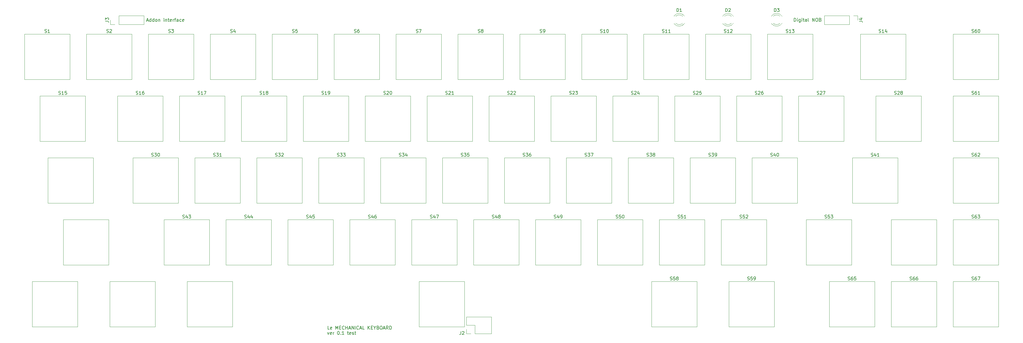
<source format=gto>
%TF.GenerationSoftware,KiCad,Pcbnew,7.0.5*%
%TF.CreationDate,2023-07-12T18:10:06+02:00*%
%TF.ProjectId,keyboard,6b657962-6f61-4726-942e-6b696361645f,rev?*%
%TF.SameCoordinates,Original*%
%TF.FileFunction,Legend,Top*%
%TF.FilePolarity,Positive*%
%FSLAX46Y46*%
G04 Gerber Fmt 4.6, Leading zero omitted, Abs format (unit mm)*
G04 Created by KiCad (PCBNEW 7.0.5) date 2023-07-12 18:10:06*
%MOMM*%
%LPD*%
G01*
G04 APERTURE LIST*
%ADD10C,0.150000*%
%ADD11C,0.120000*%
G04 APERTURE END LIST*
D10*
X124762969Y-139609819D02*
X124286779Y-139609819D01*
X124286779Y-139609819D02*
X124286779Y-138609819D01*
X125477255Y-139562200D02*
X125382017Y-139609819D01*
X125382017Y-139609819D02*
X125191541Y-139609819D01*
X125191541Y-139609819D02*
X125096303Y-139562200D01*
X125096303Y-139562200D02*
X125048684Y-139466961D01*
X125048684Y-139466961D02*
X125048684Y-139086009D01*
X125048684Y-139086009D02*
X125096303Y-138990771D01*
X125096303Y-138990771D02*
X125191541Y-138943152D01*
X125191541Y-138943152D02*
X125382017Y-138943152D01*
X125382017Y-138943152D02*
X125477255Y-138990771D01*
X125477255Y-138990771D02*
X125524874Y-139086009D01*
X125524874Y-139086009D02*
X125524874Y-139181247D01*
X125524874Y-139181247D02*
X125048684Y-139276485D01*
X126715351Y-139609819D02*
X126715351Y-138609819D01*
X126715351Y-138609819D02*
X127048684Y-139324104D01*
X127048684Y-139324104D02*
X127382017Y-138609819D01*
X127382017Y-138609819D02*
X127382017Y-139609819D01*
X127858208Y-139086009D02*
X128191541Y-139086009D01*
X128334398Y-139609819D02*
X127858208Y-139609819D01*
X127858208Y-139609819D02*
X127858208Y-138609819D01*
X127858208Y-138609819D02*
X128334398Y-138609819D01*
X129334398Y-139514580D02*
X129286779Y-139562200D01*
X129286779Y-139562200D02*
X129143922Y-139609819D01*
X129143922Y-139609819D02*
X129048684Y-139609819D01*
X129048684Y-139609819D02*
X128905827Y-139562200D01*
X128905827Y-139562200D02*
X128810589Y-139466961D01*
X128810589Y-139466961D02*
X128762970Y-139371723D01*
X128762970Y-139371723D02*
X128715351Y-139181247D01*
X128715351Y-139181247D02*
X128715351Y-139038390D01*
X128715351Y-139038390D02*
X128762970Y-138847914D01*
X128762970Y-138847914D02*
X128810589Y-138752676D01*
X128810589Y-138752676D02*
X128905827Y-138657438D01*
X128905827Y-138657438D02*
X129048684Y-138609819D01*
X129048684Y-138609819D02*
X129143922Y-138609819D01*
X129143922Y-138609819D02*
X129286779Y-138657438D01*
X129286779Y-138657438D02*
X129334398Y-138705057D01*
X129762970Y-139609819D02*
X129762970Y-138609819D01*
X129762970Y-139086009D02*
X130334398Y-139086009D01*
X130334398Y-139609819D02*
X130334398Y-138609819D01*
X130762970Y-139324104D02*
X131239160Y-139324104D01*
X130667732Y-139609819D02*
X131001065Y-138609819D01*
X131001065Y-138609819D02*
X131334398Y-139609819D01*
X131667732Y-139609819D02*
X131667732Y-138609819D01*
X131667732Y-138609819D02*
X132239160Y-139609819D01*
X132239160Y-139609819D02*
X132239160Y-138609819D01*
X132715351Y-139609819D02*
X132715351Y-138609819D01*
X133762969Y-139514580D02*
X133715350Y-139562200D01*
X133715350Y-139562200D02*
X133572493Y-139609819D01*
X133572493Y-139609819D02*
X133477255Y-139609819D01*
X133477255Y-139609819D02*
X133334398Y-139562200D01*
X133334398Y-139562200D02*
X133239160Y-139466961D01*
X133239160Y-139466961D02*
X133191541Y-139371723D01*
X133191541Y-139371723D02*
X133143922Y-139181247D01*
X133143922Y-139181247D02*
X133143922Y-139038390D01*
X133143922Y-139038390D02*
X133191541Y-138847914D01*
X133191541Y-138847914D02*
X133239160Y-138752676D01*
X133239160Y-138752676D02*
X133334398Y-138657438D01*
X133334398Y-138657438D02*
X133477255Y-138609819D01*
X133477255Y-138609819D02*
X133572493Y-138609819D01*
X133572493Y-138609819D02*
X133715350Y-138657438D01*
X133715350Y-138657438D02*
X133762969Y-138705057D01*
X134143922Y-139324104D02*
X134620112Y-139324104D01*
X134048684Y-139609819D02*
X134382017Y-138609819D01*
X134382017Y-138609819D02*
X134715350Y-139609819D01*
X135524874Y-139609819D02*
X135048684Y-139609819D01*
X135048684Y-139609819D02*
X135048684Y-138609819D01*
X136620113Y-139609819D02*
X136620113Y-138609819D01*
X137191541Y-139609819D02*
X136762970Y-139038390D01*
X137191541Y-138609819D02*
X136620113Y-139181247D01*
X137620113Y-139086009D02*
X137953446Y-139086009D01*
X138096303Y-139609819D02*
X137620113Y-139609819D01*
X137620113Y-139609819D02*
X137620113Y-138609819D01*
X137620113Y-138609819D02*
X138096303Y-138609819D01*
X138715351Y-139133628D02*
X138715351Y-139609819D01*
X138382018Y-138609819D02*
X138715351Y-139133628D01*
X138715351Y-139133628D02*
X139048684Y-138609819D01*
X139715351Y-139086009D02*
X139858208Y-139133628D01*
X139858208Y-139133628D02*
X139905827Y-139181247D01*
X139905827Y-139181247D02*
X139953446Y-139276485D01*
X139953446Y-139276485D02*
X139953446Y-139419342D01*
X139953446Y-139419342D02*
X139905827Y-139514580D01*
X139905827Y-139514580D02*
X139858208Y-139562200D01*
X139858208Y-139562200D02*
X139762970Y-139609819D01*
X139762970Y-139609819D02*
X139382018Y-139609819D01*
X139382018Y-139609819D02*
X139382018Y-138609819D01*
X139382018Y-138609819D02*
X139715351Y-138609819D01*
X139715351Y-138609819D02*
X139810589Y-138657438D01*
X139810589Y-138657438D02*
X139858208Y-138705057D01*
X139858208Y-138705057D02*
X139905827Y-138800295D01*
X139905827Y-138800295D02*
X139905827Y-138895533D01*
X139905827Y-138895533D02*
X139858208Y-138990771D01*
X139858208Y-138990771D02*
X139810589Y-139038390D01*
X139810589Y-139038390D02*
X139715351Y-139086009D01*
X139715351Y-139086009D02*
X139382018Y-139086009D01*
X140572494Y-138609819D02*
X140762970Y-138609819D01*
X140762970Y-138609819D02*
X140858208Y-138657438D01*
X140858208Y-138657438D02*
X140953446Y-138752676D01*
X140953446Y-138752676D02*
X141001065Y-138943152D01*
X141001065Y-138943152D02*
X141001065Y-139276485D01*
X141001065Y-139276485D02*
X140953446Y-139466961D01*
X140953446Y-139466961D02*
X140858208Y-139562200D01*
X140858208Y-139562200D02*
X140762970Y-139609819D01*
X140762970Y-139609819D02*
X140572494Y-139609819D01*
X140572494Y-139609819D02*
X140477256Y-139562200D01*
X140477256Y-139562200D02*
X140382018Y-139466961D01*
X140382018Y-139466961D02*
X140334399Y-139276485D01*
X140334399Y-139276485D02*
X140334399Y-138943152D01*
X140334399Y-138943152D02*
X140382018Y-138752676D01*
X140382018Y-138752676D02*
X140477256Y-138657438D01*
X140477256Y-138657438D02*
X140572494Y-138609819D01*
X141382018Y-139324104D02*
X141858208Y-139324104D01*
X141286780Y-139609819D02*
X141620113Y-138609819D01*
X141620113Y-138609819D02*
X141953446Y-139609819D01*
X142858208Y-139609819D02*
X142524875Y-139133628D01*
X142286780Y-139609819D02*
X142286780Y-138609819D01*
X142286780Y-138609819D02*
X142667732Y-138609819D01*
X142667732Y-138609819D02*
X142762970Y-138657438D01*
X142762970Y-138657438D02*
X142810589Y-138705057D01*
X142810589Y-138705057D02*
X142858208Y-138800295D01*
X142858208Y-138800295D02*
X142858208Y-138943152D01*
X142858208Y-138943152D02*
X142810589Y-139038390D01*
X142810589Y-139038390D02*
X142762970Y-139086009D01*
X142762970Y-139086009D02*
X142667732Y-139133628D01*
X142667732Y-139133628D02*
X142286780Y-139133628D01*
X143286780Y-139609819D02*
X143286780Y-138609819D01*
X143286780Y-138609819D02*
X143524875Y-138609819D01*
X143524875Y-138609819D02*
X143667732Y-138657438D01*
X143667732Y-138657438D02*
X143762970Y-138752676D01*
X143762970Y-138752676D02*
X143810589Y-138847914D01*
X143810589Y-138847914D02*
X143858208Y-139038390D01*
X143858208Y-139038390D02*
X143858208Y-139181247D01*
X143858208Y-139181247D02*
X143810589Y-139371723D01*
X143810589Y-139371723D02*
X143762970Y-139466961D01*
X143762970Y-139466961D02*
X143667732Y-139562200D01*
X143667732Y-139562200D02*
X143524875Y-139609819D01*
X143524875Y-139609819D02*
X143286780Y-139609819D01*
X124191541Y-140553152D02*
X124429636Y-141219819D01*
X124429636Y-141219819D02*
X124667731Y-140553152D01*
X125429636Y-141172200D02*
X125334398Y-141219819D01*
X125334398Y-141219819D02*
X125143922Y-141219819D01*
X125143922Y-141219819D02*
X125048684Y-141172200D01*
X125048684Y-141172200D02*
X125001065Y-141076961D01*
X125001065Y-141076961D02*
X125001065Y-140696009D01*
X125001065Y-140696009D02*
X125048684Y-140600771D01*
X125048684Y-140600771D02*
X125143922Y-140553152D01*
X125143922Y-140553152D02*
X125334398Y-140553152D01*
X125334398Y-140553152D02*
X125429636Y-140600771D01*
X125429636Y-140600771D02*
X125477255Y-140696009D01*
X125477255Y-140696009D02*
X125477255Y-140791247D01*
X125477255Y-140791247D02*
X125001065Y-140886485D01*
X125905827Y-141219819D02*
X125905827Y-140553152D01*
X125905827Y-140743628D02*
X125953446Y-140648390D01*
X125953446Y-140648390D02*
X126001065Y-140600771D01*
X126001065Y-140600771D02*
X126096303Y-140553152D01*
X126096303Y-140553152D02*
X126191541Y-140553152D01*
X127477256Y-140219819D02*
X127572494Y-140219819D01*
X127572494Y-140219819D02*
X127667732Y-140267438D01*
X127667732Y-140267438D02*
X127715351Y-140315057D01*
X127715351Y-140315057D02*
X127762970Y-140410295D01*
X127762970Y-140410295D02*
X127810589Y-140600771D01*
X127810589Y-140600771D02*
X127810589Y-140838866D01*
X127810589Y-140838866D02*
X127762970Y-141029342D01*
X127762970Y-141029342D02*
X127715351Y-141124580D01*
X127715351Y-141124580D02*
X127667732Y-141172200D01*
X127667732Y-141172200D02*
X127572494Y-141219819D01*
X127572494Y-141219819D02*
X127477256Y-141219819D01*
X127477256Y-141219819D02*
X127382018Y-141172200D01*
X127382018Y-141172200D02*
X127334399Y-141124580D01*
X127334399Y-141124580D02*
X127286780Y-141029342D01*
X127286780Y-141029342D02*
X127239161Y-140838866D01*
X127239161Y-140838866D02*
X127239161Y-140600771D01*
X127239161Y-140600771D02*
X127286780Y-140410295D01*
X127286780Y-140410295D02*
X127334399Y-140315057D01*
X127334399Y-140315057D02*
X127382018Y-140267438D01*
X127382018Y-140267438D02*
X127477256Y-140219819D01*
X128239161Y-141124580D02*
X128286780Y-141172200D01*
X128286780Y-141172200D02*
X128239161Y-141219819D01*
X128239161Y-141219819D02*
X128191542Y-141172200D01*
X128191542Y-141172200D02*
X128239161Y-141124580D01*
X128239161Y-141124580D02*
X128239161Y-141219819D01*
X129239160Y-141219819D02*
X128667732Y-141219819D01*
X128953446Y-141219819D02*
X128953446Y-140219819D01*
X128953446Y-140219819D02*
X128858208Y-140362676D01*
X128858208Y-140362676D02*
X128762970Y-140457914D01*
X128762970Y-140457914D02*
X128667732Y-140505533D01*
X130286780Y-140553152D02*
X130667732Y-140553152D01*
X130429637Y-140219819D02*
X130429637Y-141076961D01*
X130429637Y-141076961D02*
X130477256Y-141172200D01*
X130477256Y-141172200D02*
X130572494Y-141219819D01*
X130572494Y-141219819D02*
X130667732Y-141219819D01*
X131382018Y-141172200D02*
X131286780Y-141219819D01*
X131286780Y-141219819D02*
X131096304Y-141219819D01*
X131096304Y-141219819D02*
X131001066Y-141172200D01*
X131001066Y-141172200D02*
X130953447Y-141076961D01*
X130953447Y-141076961D02*
X130953447Y-140696009D01*
X130953447Y-140696009D02*
X131001066Y-140600771D01*
X131001066Y-140600771D02*
X131096304Y-140553152D01*
X131096304Y-140553152D02*
X131286780Y-140553152D01*
X131286780Y-140553152D02*
X131382018Y-140600771D01*
X131382018Y-140600771D02*
X131429637Y-140696009D01*
X131429637Y-140696009D02*
X131429637Y-140791247D01*
X131429637Y-140791247D02*
X130953447Y-140886485D01*
X131810590Y-141172200D02*
X131905828Y-141219819D01*
X131905828Y-141219819D02*
X132096304Y-141219819D01*
X132096304Y-141219819D02*
X132191542Y-141172200D01*
X132191542Y-141172200D02*
X132239161Y-141076961D01*
X132239161Y-141076961D02*
X132239161Y-141029342D01*
X132239161Y-141029342D02*
X132191542Y-140934104D01*
X132191542Y-140934104D02*
X132096304Y-140886485D01*
X132096304Y-140886485D02*
X131953447Y-140886485D01*
X131953447Y-140886485D02*
X131858209Y-140838866D01*
X131858209Y-140838866D02*
X131810590Y-140743628D01*
X131810590Y-140743628D02*
X131810590Y-140696009D01*
X131810590Y-140696009D02*
X131858209Y-140600771D01*
X131858209Y-140600771D02*
X131953447Y-140553152D01*
X131953447Y-140553152D02*
X132096304Y-140553152D01*
X132096304Y-140553152D02*
X132191542Y-140600771D01*
X132524876Y-140553152D02*
X132905828Y-140553152D01*
X132667733Y-140219819D02*
X132667733Y-141076961D01*
X132667733Y-141076961D02*
X132715352Y-141172200D01*
X132715352Y-141172200D02*
X132810590Y-141219819D01*
X132810590Y-141219819D02*
X132905828Y-141219819D01*
%TO.C,S48*%
X174862905Y-105333200D02*
X175005762Y-105380819D01*
X175005762Y-105380819D02*
X175243857Y-105380819D01*
X175243857Y-105380819D02*
X175339095Y-105333200D01*
X175339095Y-105333200D02*
X175386714Y-105285580D01*
X175386714Y-105285580D02*
X175434333Y-105190342D01*
X175434333Y-105190342D02*
X175434333Y-105095104D01*
X175434333Y-105095104D02*
X175386714Y-104999866D01*
X175386714Y-104999866D02*
X175339095Y-104952247D01*
X175339095Y-104952247D02*
X175243857Y-104904628D01*
X175243857Y-104904628D02*
X175053381Y-104857009D01*
X175053381Y-104857009D02*
X174958143Y-104809390D01*
X174958143Y-104809390D02*
X174910524Y-104761771D01*
X174910524Y-104761771D02*
X174862905Y-104666533D01*
X174862905Y-104666533D02*
X174862905Y-104571295D01*
X174862905Y-104571295D02*
X174910524Y-104476057D01*
X174910524Y-104476057D02*
X174958143Y-104428438D01*
X174958143Y-104428438D02*
X175053381Y-104380819D01*
X175053381Y-104380819D02*
X175291476Y-104380819D01*
X175291476Y-104380819D02*
X175434333Y-104428438D01*
X176291476Y-104714152D02*
X176291476Y-105380819D01*
X176053381Y-104333200D02*
X175815286Y-105047485D01*
X175815286Y-105047485D02*
X176434333Y-105047485D01*
X176958143Y-104809390D02*
X176862905Y-104761771D01*
X176862905Y-104761771D02*
X176815286Y-104714152D01*
X176815286Y-104714152D02*
X176767667Y-104618914D01*
X176767667Y-104618914D02*
X176767667Y-104571295D01*
X176767667Y-104571295D02*
X176815286Y-104476057D01*
X176815286Y-104476057D02*
X176862905Y-104428438D01*
X176862905Y-104428438D02*
X176958143Y-104380819D01*
X176958143Y-104380819D02*
X177148619Y-104380819D01*
X177148619Y-104380819D02*
X177243857Y-104428438D01*
X177243857Y-104428438D02*
X177291476Y-104476057D01*
X177291476Y-104476057D02*
X177339095Y-104571295D01*
X177339095Y-104571295D02*
X177339095Y-104618914D01*
X177339095Y-104618914D02*
X177291476Y-104714152D01*
X177291476Y-104714152D02*
X177243857Y-104761771D01*
X177243857Y-104761771D02*
X177148619Y-104809390D01*
X177148619Y-104809390D02*
X176958143Y-104809390D01*
X176958143Y-104809390D02*
X176862905Y-104857009D01*
X176862905Y-104857009D02*
X176815286Y-104904628D01*
X176815286Y-104904628D02*
X176767667Y-104999866D01*
X176767667Y-104999866D02*
X176767667Y-105190342D01*
X176767667Y-105190342D02*
X176815286Y-105285580D01*
X176815286Y-105285580D02*
X176862905Y-105333200D01*
X176862905Y-105333200D02*
X176958143Y-105380819D01*
X176958143Y-105380819D02*
X177148619Y-105380819D01*
X177148619Y-105380819D02*
X177243857Y-105333200D01*
X177243857Y-105333200D02*
X177291476Y-105285580D01*
X177291476Y-105285580D02*
X177339095Y-105190342D01*
X177339095Y-105190342D02*
X177339095Y-104999866D01*
X177339095Y-104999866D02*
X177291476Y-104904628D01*
X177291476Y-104904628D02*
X177243857Y-104857009D01*
X177243857Y-104857009D02*
X177148619Y-104809390D01*
%TO.C,S6*%
X132428095Y-48163200D02*
X132570952Y-48210819D01*
X132570952Y-48210819D02*
X132809047Y-48210819D01*
X132809047Y-48210819D02*
X132904285Y-48163200D01*
X132904285Y-48163200D02*
X132951904Y-48115580D01*
X132951904Y-48115580D02*
X132999523Y-48020342D01*
X132999523Y-48020342D02*
X132999523Y-47925104D01*
X132999523Y-47925104D02*
X132951904Y-47829866D01*
X132951904Y-47829866D02*
X132904285Y-47782247D01*
X132904285Y-47782247D02*
X132809047Y-47734628D01*
X132809047Y-47734628D02*
X132618571Y-47687009D01*
X132618571Y-47687009D02*
X132523333Y-47639390D01*
X132523333Y-47639390D02*
X132475714Y-47591771D01*
X132475714Y-47591771D02*
X132428095Y-47496533D01*
X132428095Y-47496533D02*
X132428095Y-47401295D01*
X132428095Y-47401295D02*
X132475714Y-47306057D01*
X132475714Y-47306057D02*
X132523333Y-47258438D01*
X132523333Y-47258438D02*
X132618571Y-47210819D01*
X132618571Y-47210819D02*
X132856666Y-47210819D01*
X132856666Y-47210819D02*
X132999523Y-47258438D01*
X133856666Y-47210819D02*
X133666190Y-47210819D01*
X133666190Y-47210819D02*
X133570952Y-47258438D01*
X133570952Y-47258438D02*
X133523333Y-47306057D01*
X133523333Y-47306057D02*
X133428095Y-47448914D01*
X133428095Y-47448914D02*
X133380476Y-47639390D01*
X133380476Y-47639390D02*
X133380476Y-48020342D01*
X133380476Y-48020342D02*
X133428095Y-48115580D01*
X133428095Y-48115580D02*
X133475714Y-48163200D01*
X133475714Y-48163200D02*
X133570952Y-48210819D01*
X133570952Y-48210819D02*
X133761428Y-48210819D01*
X133761428Y-48210819D02*
X133856666Y-48163200D01*
X133856666Y-48163200D02*
X133904285Y-48115580D01*
X133904285Y-48115580D02*
X133951904Y-48020342D01*
X133951904Y-48020342D02*
X133951904Y-47782247D01*
X133951904Y-47782247D02*
X133904285Y-47687009D01*
X133904285Y-47687009D02*
X133856666Y-47639390D01*
X133856666Y-47639390D02*
X133761428Y-47591771D01*
X133761428Y-47591771D02*
X133570952Y-47591771D01*
X133570952Y-47591771D02*
X133475714Y-47639390D01*
X133475714Y-47639390D02*
X133428095Y-47687009D01*
X133428095Y-47687009D02*
X133380476Y-47782247D01*
%TO.C,S21*%
X160526905Y-67213200D02*
X160669762Y-67260819D01*
X160669762Y-67260819D02*
X160907857Y-67260819D01*
X160907857Y-67260819D02*
X161003095Y-67213200D01*
X161003095Y-67213200D02*
X161050714Y-67165580D01*
X161050714Y-67165580D02*
X161098333Y-67070342D01*
X161098333Y-67070342D02*
X161098333Y-66975104D01*
X161098333Y-66975104D02*
X161050714Y-66879866D01*
X161050714Y-66879866D02*
X161003095Y-66832247D01*
X161003095Y-66832247D02*
X160907857Y-66784628D01*
X160907857Y-66784628D02*
X160717381Y-66737009D01*
X160717381Y-66737009D02*
X160622143Y-66689390D01*
X160622143Y-66689390D02*
X160574524Y-66641771D01*
X160574524Y-66641771D02*
X160526905Y-66546533D01*
X160526905Y-66546533D02*
X160526905Y-66451295D01*
X160526905Y-66451295D02*
X160574524Y-66356057D01*
X160574524Y-66356057D02*
X160622143Y-66308438D01*
X160622143Y-66308438D02*
X160717381Y-66260819D01*
X160717381Y-66260819D02*
X160955476Y-66260819D01*
X160955476Y-66260819D02*
X161098333Y-66308438D01*
X161479286Y-66356057D02*
X161526905Y-66308438D01*
X161526905Y-66308438D02*
X161622143Y-66260819D01*
X161622143Y-66260819D02*
X161860238Y-66260819D01*
X161860238Y-66260819D02*
X161955476Y-66308438D01*
X161955476Y-66308438D02*
X162003095Y-66356057D01*
X162003095Y-66356057D02*
X162050714Y-66451295D01*
X162050714Y-66451295D02*
X162050714Y-66546533D01*
X162050714Y-66546533D02*
X162003095Y-66689390D01*
X162003095Y-66689390D02*
X161431667Y-67260819D01*
X161431667Y-67260819D02*
X162050714Y-67260819D01*
X163003095Y-67260819D02*
X162431667Y-67260819D01*
X162717381Y-67260819D02*
X162717381Y-66260819D01*
X162717381Y-66260819D02*
X162622143Y-66403676D01*
X162622143Y-66403676D02*
X162526905Y-66498914D01*
X162526905Y-66498914D02*
X162431667Y-66546533D01*
%TO.C,S31*%
X89087105Y-86283200D02*
X89229962Y-86330819D01*
X89229962Y-86330819D02*
X89468057Y-86330819D01*
X89468057Y-86330819D02*
X89563295Y-86283200D01*
X89563295Y-86283200D02*
X89610914Y-86235580D01*
X89610914Y-86235580D02*
X89658533Y-86140342D01*
X89658533Y-86140342D02*
X89658533Y-86045104D01*
X89658533Y-86045104D02*
X89610914Y-85949866D01*
X89610914Y-85949866D02*
X89563295Y-85902247D01*
X89563295Y-85902247D02*
X89468057Y-85854628D01*
X89468057Y-85854628D02*
X89277581Y-85807009D01*
X89277581Y-85807009D02*
X89182343Y-85759390D01*
X89182343Y-85759390D02*
X89134724Y-85711771D01*
X89134724Y-85711771D02*
X89087105Y-85616533D01*
X89087105Y-85616533D02*
X89087105Y-85521295D01*
X89087105Y-85521295D02*
X89134724Y-85426057D01*
X89134724Y-85426057D02*
X89182343Y-85378438D01*
X89182343Y-85378438D02*
X89277581Y-85330819D01*
X89277581Y-85330819D02*
X89515676Y-85330819D01*
X89515676Y-85330819D02*
X89658533Y-85378438D01*
X89991867Y-85330819D02*
X90610914Y-85330819D01*
X90610914Y-85330819D02*
X90277581Y-85711771D01*
X90277581Y-85711771D02*
X90420438Y-85711771D01*
X90420438Y-85711771D02*
X90515676Y-85759390D01*
X90515676Y-85759390D02*
X90563295Y-85807009D01*
X90563295Y-85807009D02*
X90610914Y-85902247D01*
X90610914Y-85902247D02*
X90610914Y-86140342D01*
X90610914Y-86140342D02*
X90563295Y-86235580D01*
X90563295Y-86235580D02*
X90515676Y-86283200D01*
X90515676Y-86283200D02*
X90420438Y-86330819D01*
X90420438Y-86330819D02*
X90134724Y-86330819D01*
X90134724Y-86330819D02*
X90039486Y-86283200D01*
X90039486Y-86283200D02*
X89991867Y-86235580D01*
X91563295Y-86330819D02*
X90991867Y-86330819D01*
X91277581Y-86330819D02*
X91277581Y-85330819D01*
X91277581Y-85330819D02*
X91182343Y-85473676D01*
X91182343Y-85473676D02*
X91087105Y-85568914D01*
X91087105Y-85568914D02*
X90991867Y-85616533D01*
%TO.C,S51*%
X232012905Y-105333200D02*
X232155762Y-105380819D01*
X232155762Y-105380819D02*
X232393857Y-105380819D01*
X232393857Y-105380819D02*
X232489095Y-105333200D01*
X232489095Y-105333200D02*
X232536714Y-105285580D01*
X232536714Y-105285580D02*
X232584333Y-105190342D01*
X232584333Y-105190342D02*
X232584333Y-105095104D01*
X232584333Y-105095104D02*
X232536714Y-104999866D01*
X232536714Y-104999866D02*
X232489095Y-104952247D01*
X232489095Y-104952247D02*
X232393857Y-104904628D01*
X232393857Y-104904628D02*
X232203381Y-104857009D01*
X232203381Y-104857009D02*
X232108143Y-104809390D01*
X232108143Y-104809390D02*
X232060524Y-104761771D01*
X232060524Y-104761771D02*
X232012905Y-104666533D01*
X232012905Y-104666533D02*
X232012905Y-104571295D01*
X232012905Y-104571295D02*
X232060524Y-104476057D01*
X232060524Y-104476057D02*
X232108143Y-104428438D01*
X232108143Y-104428438D02*
X232203381Y-104380819D01*
X232203381Y-104380819D02*
X232441476Y-104380819D01*
X232441476Y-104380819D02*
X232584333Y-104428438D01*
X233489095Y-104380819D02*
X233012905Y-104380819D01*
X233012905Y-104380819D02*
X232965286Y-104857009D01*
X232965286Y-104857009D02*
X233012905Y-104809390D01*
X233012905Y-104809390D02*
X233108143Y-104761771D01*
X233108143Y-104761771D02*
X233346238Y-104761771D01*
X233346238Y-104761771D02*
X233441476Y-104809390D01*
X233441476Y-104809390D02*
X233489095Y-104857009D01*
X233489095Y-104857009D02*
X233536714Y-104952247D01*
X233536714Y-104952247D02*
X233536714Y-105190342D01*
X233536714Y-105190342D02*
X233489095Y-105285580D01*
X233489095Y-105285580D02*
X233441476Y-105333200D01*
X233441476Y-105333200D02*
X233346238Y-105380819D01*
X233346238Y-105380819D02*
X233108143Y-105380819D01*
X233108143Y-105380819D02*
X233012905Y-105333200D01*
X233012905Y-105333200D02*
X232965286Y-105285580D01*
X234489095Y-105380819D02*
X233917667Y-105380819D01*
X234203381Y-105380819D02*
X234203381Y-104380819D01*
X234203381Y-104380819D02*
X234108143Y-104523676D01*
X234108143Y-104523676D02*
X234012905Y-104618914D01*
X234012905Y-104618914D02*
X233917667Y-104666533D01*
%TO.C,S20*%
X141476905Y-67213200D02*
X141619762Y-67260819D01*
X141619762Y-67260819D02*
X141857857Y-67260819D01*
X141857857Y-67260819D02*
X141953095Y-67213200D01*
X141953095Y-67213200D02*
X142000714Y-67165580D01*
X142000714Y-67165580D02*
X142048333Y-67070342D01*
X142048333Y-67070342D02*
X142048333Y-66975104D01*
X142048333Y-66975104D02*
X142000714Y-66879866D01*
X142000714Y-66879866D02*
X141953095Y-66832247D01*
X141953095Y-66832247D02*
X141857857Y-66784628D01*
X141857857Y-66784628D02*
X141667381Y-66737009D01*
X141667381Y-66737009D02*
X141572143Y-66689390D01*
X141572143Y-66689390D02*
X141524524Y-66641771D01*
X141524524Y-66641771D02*
X141476905Y-66546533D01*
X141476905Y-66546533D02*
X141476905Y-66451295D01*
X141476905Y-66451295D02*
X141524524Y-66356057D01*
X141524524Y-66356057D02*
X141572143Y-66308438D01*
X141572143Y-66308438D02*
X141667381Y-66260819D01*
X141667381Y-66260819D02*
X141905476Y-66260819D01*
X141905476Y-66260819D02*
X142048333Y-66308438D01*
X142429286Y-66356057D02*
X142476905Y-66308438D01*
X142476905Y-66308438D02*
X142572143Y-66260819D01*
X142572143Y-66260819D02*
X142810238Y-66260819D01*
X142810238Y-66260819D02*
X142905476Y-66308438D01*
X142905476Y-66308438D02*
X142953095Y-66356057D01*
X142953095Y-66356057D02*
X143000714Y-66451295D01*
X143000714Y-66451295D02*
X143000714Y-66546533D01*
X143000714Y-66546533D02*
X142953095Y-66689390D01*
X142953095Y-66689390D02*
X142381667Y-67260819D01*
X142381667Y-67260819D02*
X143000714Y-67260819D01*
X143619762Y-66260819D02*
X143715000Y-66260819D01*
X143715000Y-66260819D02*
X143810238Y-66308438D01*
X143810238Y-66308438D02*
X143857857Y-66356057D01*
X143857857Y-66356057D02*
X143905476Y-66451295D01*
X143905476Y-66451295D02*
X143953095Y-66641771D01*
X143953095Y-66641771D02*
X143953095Y-66879866D01*
X143953095Y-66879866D02*
X143905476Y-67070342D01*
X143905476Y-67070342D02*
X143857857Y-67165580D01*
X143857857Y-67165580D02*
X143810238Y-67213200D01*
X143810238Y-67213200D02*
X143715000Y-67260819D01*
X143715000Y-67260819D02*
X143619762Y-67260819D01*
X143619762Y-67260819D02*
X143524524Y-67213200D01*
X143524524Y-67213200D02*
X143476905Y-67165580D01*
X143476905Y-67165580D02*
X143429286Y-67070342D01*
X143429286Y-67070342D02*
X143381667Y-66879866D01*
X143381667Y-66879866D02*
X143381667Y-66641771D01*
X143381667Y-66641771D02*
X143429286Y-66451295D01*
X143429286Y-66451295D02*
X143476905Y-66356057D01*
X143476905Y-66356057D02*
X143524524Y-66308438D01*
X143524524Y-66308438D02*
X143619762Y-66260819D01*
%TO.C,J3*%
X55824819Y-44673333D02*
X56539104Y-44673333D01*
X56539104Y-44673333D02*
X56681961Y-44720952D01*
X56681961Y-44720952D02*
X56777200Y-44816190D01*
X56777200Y-44816190D02*
X56824819Y-44959047D01*
X56824819Y-44959047D02*
X56824819Y-45054285D01*
X55824819Y-44292380D02*
X55824819Y-43673333D01*
X55824819Y-43673333D02*
X56205771Y-44006666D01*
X56205771Y-44006666D02*
X56205771Y-43863809D01*
X56205771Y-43863809D02*
X56253390Y-43768571D01*
X56253390Y-43768571D02*
X56301009Y-43720952D01*
X56301009Y-43720952D02*
X56396247Y-43673333D01*
X56396247Y-43673333D02*
X56634342Y-43673333D01*
X56634342Y-43673333D02*
X56729580Y-43720952D01*
X56729580Y-43720952D02*
X56777200Y-43768571D01*
X56777200Y-43768571D02*
X56824819Y-43863809D01*
X56824819Y-43863809D02*
X56824819Y-44149523D01*
X56824819Y-44149523D02*
X56777200Y-44244761D01*
X56777200Y-44244761D02*
X56729580Y-44292380D01*
X68541904Y-44499104D02*
X69018094Y-44499104D01*
X68446666Y-44784819D02*
X68779999Y-43784819D01*
X68779999Y-43784819D02*
X69113332Y-44784819D01*
X69875237Y-44784819D02*
X69875237Y-43784819D01*
X69875237Y-44737200D02*
X69779999Y-44784819D01*
X69779999Y-44784819D02*
X69589523Y-44784819D01*
X69589523Y-44784819D02*
X69494285Y-44737200D01*
X69494285Y-44737200D02*
X69446666Y-44689580D01*
X69446666Y-44689580D02*
X69399047Y-44594342D01*
X69399047Y-44594342D02*
X69399047Y-44308628D01*
X69399047Y-44308628D02*
X69446666Y-44213390D01*
X69446666Y-44213390D02*
X69494285Y-44165771D01*
X69494285Y-44165771D02*
X69589523Y-44118152D01*
X69589523Y-44118152D02*
X69779999Y-44118152D01*
X69779999Y-44118152D02*
X69875237Y-44165771D01*
X70779999Y-44784819D02*
X70779999Y-43784819D01*
X70779999Y-44737200D02*
X70684761Y-44784819D01*
X70684761Y-44784819D02*
X70494285Y-44784819D01*
X70494285Y-44784819D02*
X70399047Y-44737200D01*
X70399047Y-44737200D02*
X70351428Y-44689580D01*
X70351428Y-44689580D02*
X70303809Y-44594342D01*
X70303809Y-44594342D02*
X70303809Y-44308628D01*
X70303809Y-44308628D02*
X70351428Y-44213390D01*
X70351428Y-44213390D02*
X70399047Y-44165771D01*
X70399047Y-44165771D02*
X70494285Y-44118152D01*
X70494285Y-44118152D02*
X70684761Y-44118152D01*
X70684761Y-44118152D02*
X70779999Y-44165771D01*
X71399047Y-44784819D02*
X71303809Y-44737200D01*
X71303809Y-44737200D02*
X71256190Y-44689580D01*
X71256190Y-44689580D02*
X71208571Y-44594342D01*
X71208571Y-44594342D02*
X71208571Y-44308628D01*
X71208571Y-44308628D02*
X71256190Y-44213390D01*
X71256190Y-44213390D02*
X71303809Y-44165771D01*
X71303809Y-44165771D02*
X71399047Y-44118152D01*
X71399047Y-44118152D02*
X71541904Y-44118152D01*
X71541904Y-44118152D02*
X71637142Y-44165771D01*
X71637142Y-44165771D02*
X71684761Y-44213390D01*
X71684761Y-44213390D02*
X71732380Y-44308628D01*
X71732380Y-44308628D02*
X71732380Y-44594342D01*
X71732380Y-44594342D02*
X71684761Y-44689580D01*
X71684761Y-44689580D02*
X71637142Y-44737200D01*
X71637142Y-44737200D02*
X71541904Y-44784819D01*
X71541904Y-44784819D02*
X71399047Y-44784819D01*
X72160952Y-44118152D02*
X72160952Y-44784819D01*
X72160952Y-44213390D02*
X72208571Y-44165771D01*
X72208571Y-44165771D02*
X72303809Y-44118152D01*
X72303809Y-44118152D02*
X72446666Y-44118152D01*
X72446666Y-44118152D02*
X72541904Y-44165771D01*
X72541904Y-44165771D02*
X72589523Y-44261009D01*
X72589523Y-44261009D02*
X72589523Y-44784819D01*
X73827619Y-44784819D02*
X73827619Y-44118152D01*
X73827619Y-43784819D02*
X73780000Y-43832438D01*
X73780000Y-43832438D02*
X73827619Y-43880057D01*
X73827619Y-43880057D02*
X73875238Y-43832438D01*
X73875238Y-43832438D02*
X73827619Y-43784819D01*
X73827619Y-43784819D02*
X73827619Y-43880057D01*
X74303809Y-44118152D02*
X74303809Y-44784819D01*
X74303809Y-44213390D02*
X74351428Y-44165771D01*
X74351428Y-44165771D02*
X74446666Y-44118152D01*
X74446666Y-44118152D02*
X74589523Y-44118152D01*
X74589523Y-44118152D02*
X74684761Y-44165771D01*
X74684761Y-44165771D02*
X74732380Y-44261009D01*
X74732380Y-44261009D02*
X74732380Y-44784819D01*
X75065714Y-44118152D02*
X75446666Y-44118152D01*
X75208571Y-43784819D02*
X75208571Y-44641961D01*
X75208571Y-44641961D02*
X75256190Y-44737200D01*
X75256190Y-44737200D02*
X75351428Y-44784819D01*
X75351428Y-44784819D02*
X75446666Y-44784819D01*
X76160952Y-44737200D02*
X76065714Y-44784819D01*
X76065714Y-44784819D02*
X75875238Y-44784819D01*
X75875238Y-44784819D02*
X75780000Y-44737200D01*
X75780000Y-44737200D02*
X75732381Y-44641961D01*
X75732381Y-44641961D02*
X75732381Y-44261009D01*
X75732381Y-44261009D02*
X75780000Y-44165771D01*
X75780000Y-44165771D02*
X75875238Y-44118152D01*
X75875238Y-44118152D02*
X76065714Y-44118152D01*
X76065714Y-44118152D02*
X76160952Y-44165771D01*
X76160952Y-44165771D02*
X76208571Y-44261009D01*
X76208571Y-44261009D02*
X76208571Y-44356247D01*
X76208571Y-44356247D02*
X75732381Y-44451485D01*
X76637143Y-44784819D02*
X76637143Y-44118152D01*
X76637143Y-44308628D02*
X76684762Y-44213390D01*
X76684762Y-44213390D02*
X76732381Y-44165771D01*
X76732381Y-44165771D02*
X76827619Y-44118152D01*
X76827619Y-44118152D02*
X76922857Y-44118152D01*
X77113334Y-44118152D02*
X77494286Y-44118152D01*
X77256191Y-44784819D02*
X77256191Y-43927676D01*
X77256191Y-43927676D02*
X77303810Y-43832438D01*
X77303810Y-43832438D02*
X77399048Y-43784819D01*
X77399048Y-43784819D02*
X77494286Y-43784819D01*
X78256191Y-44784819D02*
X78256191Y-44261009D01*
X78256191Y-44261009D02*
X78208572Y-44165771D01*
X78208572Y-44165771D02*
X78113334Y-44118152D01*
X78113334Y-44118152D02*
X77922858Y-44118152D01*
X77922858Y-44118152D02*
X77827620Y-44165771D01*
X78256191Y-44737200D02*
X78160953Y-44784819D01*
X78160953Y-44784819D02*
X77922858Y-44784819D01*
X77922858Y-44784819D02*
X77827620Y-44737200D01*
X77827620Y-44737200D02*
X77780001Y-44641961D01*
X77780001Y-44641961D02*
X77780001Y-44546723D01*
X77780001Y-44546723D02*
X77827620Y-44451485D01*
X77827620Y-44451485D02*
X77922858Y-44403866D01*
X77922858Y-44403866D02*
X78160953Y-44403866D01*
X78160953Y-44403866D02*
X78256191Y-44356247D01*
X79160953Y-44737200D02*
X79065715Y-44784819D01*
X79065715Y-44784819D02*
X78875239Y-44784819D01*
X78875239Y-44784819D02*
X78780001Y-44737200D01*
X78780001Y-44737200D02*
X78732382Y-44689580D01*
X78732382Y-44689580D02*
X78684763Y-44594342D01*
X78684763Y-44594342D02*
X78684763Y-44308628D01*
X78684763Y-44308628D02*
X78732382Y-44213390D01*
X78732382Y-44213390D02*
X78780001Y-44165771D01*
X78780001Y-44165771D02*
X78875239Y-44118152D01*
X78875239Y-44118152D02*
X79065715Y-44118152D01*
X79065715Y-44118152D02*
X79160953Y-44165771D01*
X79970477Y-44737200D02*
X79875239Y-44784819D01*
X79875239Y-44784819D02*
X79684763Y-44784819D01*
X79684763Y-44784819D02*
X79589525Y-44737200D01*
X79589525Y-44737200D02*
X79541906Y-44641961D01*
X79541906Y-44641961D02*
X79541906Y-44261009D01*
X79541906Y-44261009D02*
X79589525Y-44165771D01*
X79589525Y-44165771D02*
X79684763Y-44118152D01*
X79684763Y-44118152D02*
X79875239Y-44118152D01*
X79875239Y-44118152D02*
X79970477Y-44165771D01*
X79970477Y-44165771D02*
X80018096Y-44261009D01*
X80018096Y-44261009D02*
X80018096Y-44356247D01*
X80018096Y-44356247D02*
X79541906Y-44451485D01*
%TO.C,D1*%
X231656905Y-41744819D02*
X231656905Y-40744819D01*
X231656905Y-40744819D02*
X231895000Y-40744819D01*
X231895000Y-40744819D02*
X232037857Y-40792438D01*
X232037857Y-40792438D02*
X232133095Y-40887676D01*
X232133095Y-40887676D02*
X232180714Y-40982914D01*
X232180714Y-40982914D02*
X232228333Y-41173390D01*
X232228333Y-41173390D02*
X232228333Y-41316247D01*
X232228333Y-41316247D02*
X232180714Y-41506723D01*
X232180714Y-41506723D02*
X232133095Y-41601961D01*
X232133095Y-41601961D02*
X232037857Y-41697200D01*
X232037857Y-41697200D02*
X231895000Y-41744819D01*
X231895000Y-41744819D02*
X231656905Y-41744819D01*
X233180714Y-41744819D02*
X232609286Y-41744819D01*
X232895000Y-41744819D02*
X232895000Y-40744819D01*
X232895000Y-40744819D02*
X232799762Y-40887676D01*
X232799762Y-40887676D02*
X232704524Y-40982914D01*
X232704524Y-40982914D02*
X232609286Y-41030533D01*
%TO.C,D2*%
X246656905Y-41744819D02*
X246656905Y-40744819D01*
X246656905Y-40744819D02*
X246895000Y-40744819D01*
X246895000Y-40744819D02*
X247037857Y-40792438D01*
X247037857Y-40792438D02*
X247133095Y-40887676D01*
X247133095Y-40887676D02*
X247180714Y-40982914D01*
X247180714Y-40982914D02*
X247228333Y-41173390D01*
X247228333Y-41173390D02*
X247228333Y-41316247D01*
X247228333Y-41316247D02*
X247180714Y-41506723D01*
X247180714Y-41506723D02*
X247133095Y-41601961D01*
X247133095Y-41601961D02*
X247037857Y-41697200D01*
X247037857Y-41697200D02*
X246895000Y-41744819D01*
X246895000Y-41744819D02*
X246656905Y-41744819D01*
X247609286Y-40840057D02*
X247656905Y-40792438D01*
X247656905Y-40792438D02*
X247752143Y-40744819D01*
X247752143Y-40744819D02*
X247990238Y-40744819D01*
X247990238Y-40744819D02*
X248085476Y-40792438D01*
X248085476Y-40792438D02*
X248133095Y-40840057D01*
X248133095Y-40840057D02*
X248180714Y-40935295D01*
X248180714Y-40935295D02*
X248180714Y-41030533D01*
X248180714Y-41030533D02*
X248133095Y-41173390D01*
X248133095Y-41173390D02*
X247561667Y-41744819D01*
X247561667Y-41744819D02*
X248180714Y-41744819D01*
%TO.C,S65*%
X284336905Y-124383200D02*
X284479762Y-124430819D01*
X284479762Y-124430819D02*
X284717857Y-124430819D01*
X284717857Y-124430819D02*
X284813095Y-124383200D01*
X284813095Y-124383200D02*
X284860714Y-124335580D01*
X284860714Y-124335580D02*
X284908333Y-124240342D01*
X284908333Y-124240342D02*
X284908333Y-124145104D01*
X284908333Y-124145104D02*
X284860714Y-124049866D01*
X284860714Y-124049866D02*
X284813095Y-124002247D01*
X284813095Y-124002247D02*
X284717857Y-123954628D01*
X284717857Y-123954628D02*
X284527381Y-123907009D01*
X284527381Y-123907009D02*
X284432143Y-123859390D01*
X284432143Y-123859390D02*
X284384524Y-123811771D01*
X284384524Y-123811771D02*
X284336905Y-123716533D01*
X284336905Y-123716533D02*
X284336905Y-123621295D01*
X284336905Y-123621295D02*
X284384524Y-123526057D01*
X284384524Y-123526057D02*
X284432143Y-123478438D01*
X284432143Y-123478438D02*
X284527381Y-123430819D01*
X284527381Y-123430819D02*
X284765476Y-123430819D01*
X284765476Y-123430819D02*
X284908333Y-123478438D01*
X285765476Y-123430819D02*
X285575000Y-123430819D01*
X285575000Y-123430819D02*
X285479762Y-123478438D01*
X285479762Y-123478438D02*
X285432143Y-123526057D01*
X285432143Y-123526057D02*
X285336905Y-123668914D01*
X285336905Y-123668914D02*
X285289286Y-123859390D01*
X285289286Y-123859390D02*
X285289286Y-124240342D01*
X285289286Y-124240342D02*
X285336905Y-124335580D01*
X285336905Y-124335580D02*
X285384524Y-124383200D01*
X285384524Y-124383200D02*
X285479762Y-124430819D01*
X285479762Y-124430819D02*
X285670238Y-124430819D01*
X285670238Y-124430819D02*
X285765476Y-124383200D01*
X285765476Y-124383200D02*
X285813095Y-124335580D01*
X285813095Y-124335580D02*
X285860714Y-124240342D01*
X285860714Y-124240342D02*
X285860714Y-124002247D01*
X285860714Y-124002247D02*
X285813095Y-123907009D01*
X285813095Y-123907009D02*
X285765476Y-123859390D01*
X285765476Y-123859390D02*
X285670238Y-123811771D01*
X285670238Y-123811771D02*
X285479762Y-123811771D01*
X285479762Y-123811771D02*
X285384524Y-123859390D01*
X285384524Y-123859390D02*
X285336905Y-123907009D01*
X285336905Y-123907009D02*
X285289286Y-124002247D01*
X286765476Y-123430819D02*
X286289286Y-123430819D01*
X286289286Y-123430819D02*
X286241667Y-123907009D01*
X286241667Y-123907009D02*
X286289286Y-123859390D01*
X286289286Y-123859390D02*
X286384524Y-123811771D01*
X286384524Y-123811771D02*
X286622619Y-123811771D01*
X286622619Y-123811771D02*
X286717857Y-123859390D01*
X286717857Y-123859390D02*
X286765476Y-123907009D01*
X286765476Y-123907009D02*
X286813095Y-124002247D01*
X286813095Y-124002247D02*
X286813095Y-124240342D01*
X286813095Y-124240342D02*
X286765476Y-124335580D01*
X286765476Y-124335580D02*
X286717857Y-124383200D01*
X286717857Y-124383200D02*
X286622619Y-124430819D01*
X286622619Y-124430819D02*
X286384524Y-124430819D01*
X286384524Y-124430819D02*
X286289286Y-124383200D01*
X286289286Y-124383200D02*
X286241667Y-124335580D01*
%TO.C,S2*%
X56228095Y-48163200D02*
X56370952Y-48210819D01*
X56370952Y-48210819D02*
X56609047Y-48210819D01*
X56609047Y-48210819D02*
X56704285Y-48163200D01*
X56704285Y-48163200D02*
X56751904Y-48115580D01*
X56751904Y-48115580D02*
X56799523Y-48020342D01*
X56799523Y-48020342D02*
X56799523Y-47925104D01*
X56799523Y-47925104D02*
X56751904Y-47829866D01*
X56751904Y-47829866D02*
X56704285Y-47782247D01*
X56704285Y-47782247D02*
X56609047Y-47734628D01*
X56609047Y-47734628D02*
X56418571Y-47687009D01*
X56418571Y-47687009D02*
X56323333Y-47639390D01*
X56323333Y-47639390D02*
X56275714Y-47591771D01*
X56275714Y-47591771D02*
X56228095Y-47496533D01*
X56228095Y-47496533D02*
X56228095Y-47401295D01*
X56228095Y-47401295D02*
X56275714Y-47306057D01*
X56275714Y-47306057D02*
X56323333Y-47258438D01*
X56323333Y-47258438D02*
X56418571Y-47210819D01*
X56418571Y-47210819D02*
X56656666Y-47210819D01*
X56656666Y-47210819D02*
X56799523Y-47258438D01*
X57180476Y-47306057D02*
X57228095Y-47258438D01*
X57228095Y-47258438D02*
X57323333Y-47210819D01*
X57323333Y-47210819D02*
X57561428Y-47210819D01*
X57561428Y-47210819D02*
X57656666Y-47258438D01*
X57656666Y-47258438D02*
X57704285Y-47306057D01*
X57704285Y-47306057D02*
X57751904Y-47401295D01*
X57751904Y-47401295D02*
X57751904Y-47496533D01*
X57751904Y-47496533D02*
X57704285Y-47639390D01*
X57704285Y-47639390D02*
X57132857Y-48210819D01*
X57132857Y-48210819D02*
X57751904Y-48210819D01*
%TO.C,S26*%
X255776905Y-67213200D02*
X255919762Y-67260819D01*
X255919762Y-67260819D02*
X256157857Y-67260819D01*
X256157857Y-67260819D02*
X256253095Y-67213200D01*
X256253095Y-67213200D02*
X256300714Y-67165580D01*
X256300714Y-67165580D02*
X256348333Y-67070342D01*
X256348333Y-67070342D02*
X256348333Y-66975104D01*
X256348333Y-66975104D02*
X256300714Y-66879866D01*
X256300714Y-66879866D02*
X256253095Y-66832247D01*
X256253095Y-66832247D02*
X256157857Y-66784628D01*
X256157857Y-66784628D02*
X255967381Y-66737009D01*
X255967381Y-66737009D02*
X255872143Y-66689390D01*
X255872143Y-66689390D02*
X255824524Y-66641771D01*
X255824524Y-66641771D02*
X255776905Y-66546533D01*
X255776905Y-66546533D02*
X255776905Y-66451295D01*
X255776905Y-66451295D02*
X255824524Y-66356057D01*
X255824524Y-66356057D02*
X255872143Y-66308438D01*
X255872143Y-66308438D02*
X255967381Y-66260819D01*
X255967381Y-66260819D02*
X256205476Y-66260819D01*
X256205476Y-66260819D02*
X256348333Y-66308438D01*
X256729286Y-66356057D02*
X256776905Y-66308438D01*
X256776905Y-66308438D02*
X256872143Y-66260819D01*
X256872143Y-66260819D02*
X257110238Y-66260819D01*
X257110238Y-66260819D02*
X257205476Y-66308438D01*
X257205476Y-66308438D02*
X257253095Y-66356057D01*
X257253095Y-66356057D02*
X257300714Y-66451295D01*
X257300714Y-66451295D02*
X257300714Y-66546533D01*
X257300714Y-66546533D02*
X257253095Y-66689390D01*
X257253095Y-66689390D02*
X256681667Y-67260819D01*
X256681667Y-67260819D02*
X257300714Y-67260819D01*
X258157857Y-66260819D02*
X257967381Y-66260819D01*
X257967381Y-66260819D02*
X257872143Y-66308438D01*
X257872143Y-66308438D02*
X257824524Y-66356057D01*
X257824524Y-66356057D02*
X257729286Y-66498914D01*
X257729286Y-66498914D02*
X257681667Y-66689390D01*
X257681667Y-66689390D02*
X257681667Y-67070342D01*
X257681667Y-67070342D02*
X257729286Y-67165580D01*
X257729286Y-67165580D02*
X257776905Y-67213200D01*
X257776905Y-67213200D02*
X257872143Y-67260819D01*
X257872143Y-67260819D02*
X258062619Y-67260819D01*
X258062619Y-67260819D02*
X258157857Y-67213200D01*
X258157857Y-67213200D02*
X258205476Y-67165580D01*
X258205476Y-67165580D02*
X258253095Y-67070342D01*
X258253095Y-67070342D02*
X258253095Y-66832247D01*
X258253095Y-66832247D02*
X258205476Y-66737009D01*
X258205476Y-66737009D02*
X258157857Y-66689390D01*
X258157857Y-66689390D02*
X258062619Y-66641771D01*
X258062619Y-66641771D02*
X257872143Y-66641771D01*
X257872143Y-66641771D02*
X257776905Y-66689390D01*
X257776905Y-66689390D02*
X257729286Y-66737009D01*
X257729286Y-66737009D02*
X257681667Y-66832247D01*
%TO.C,S12*%
X246251905Y-48163200D02*
X246394762Y-48210819D01*
X246394762Y-48210819D02*
X246632857Y-48210819D01*
X246632857Y-48210819D02*
X246728095Y-48163200D01*
X246728095Y-48163200D02*
X246775714Y-48115580D01*
X246775714Y-48115580D02*
X246823333Y-48020342D01*
X246823333Y-48020342D02*
X246823333Y-47925104D01*
X246823333Y-47925104D02*
X246775714Y-47829866D01*
X246775714Y-47829866D02*
X246728095Y-47782247D01*
X246728095Y-47782247D02*
X246632857Y-47734628D01*
X246632857Y-47734628D02*
X246442381Y-47687009D01*
X246442381Y-47687009D02*
X246347143Y-47639390D01*
X246347143Y-47639390D02*
X246299524Y-47591771D01*
X246299524Y-47591771D02*
X246251905Y-47496533D01*
X246251905Y-47496533D02*
X246251905Y-47401295D01*
X246251905Y-47401295D02*
X246299524Y-47306057D01*
X246299524Y-47306057D02*
X246347143Y-47258438D01*
X246347143Y-47258438D02*
X246442381Y-47210819D01*
X246442381Y-47210819D02*
X246680476Y-47210819D01*
X246680476Y-47210819D02*
X246823333Y-47258438D01*
X247775714Y-48210819D02*
X247204286Y-48210819D01*
X247490000Y-48210819D02*
X247490000Y-47210819D01*
X247490000Y-47210819D02*
X247394762Y-47353676D01*
X247394762Y-47353676D02*
X247299524Y-47448914D01*
X247299524Y-47448914D02*
X247204286Y-47496533D01*
X248156667Y-47306057D02*
X248204286Y-47258438D01*
X248204286Y-47258438D02*
X248299524Y-47210819D01*
X248299524Y-47210819D02*
X248537619Y-47210819D01*
X248537619Y-47210819D02*
X248632857Y-47258438D01*
X248632857Y-47258438D02*
X248680476Y-47306057D01*
X248680476Y-47306057D02*
X248728095Y-47401295D01*
X248728095Y-47401295D02*
X248728095Y-47496533D01*
X248728095Y-47496533D02*
X248680476Y-47639390D01*
X248680476Y-47639390D02*
X248109048Y-48210819D01*
X248109048Y-48210819D02*
X248728095Y-48210819D01*
%TO.C,S27*%
X274826905Y-67203200D02*
X274969762Y-67250819D01*
X274969762Y-67250819D02*
X275207857Y-67250819D01*
X275207857Y-67250819D02*
X275303095Y-67203200D01*
X275303095Y-67203200D02*
X275350714Y-67155580D01*
X275350714Y-67155580D02*
X275398333Y-67060342D01*
X275398333Y-67060342D02*
X275398333Y-66965104D01*
X275398333Y-66965104D02*
X275350714Y-66869866D01*
X275350714Y-66869866D02*
X275303095Y-66822247D01*
X275303095Y-66822247D02*
X275207857Y-66774628D01*
X275207857Y-66774628D02*
X275017381Y-66727009D01*
X275017381Y-66727009D02*
X274922143Y-66679390D01*
X274922143Y-66679390D02*
X274874524Y-66631771D01*
X274874524Y-66631771D02*
X274826905Y-66536533D01*
X274826905Y-66536533D02*
X274826905Y-66441295D01*
X274826905Y-66441295D02*
X274874524Y-66346057D01*
X274874524Y-66346057D02*
X274922143Y-66298438D01*
X274922143Y-66298438D02*
X275017381Y-66250819D01*
X275017381Y-66250819D02*
X275255476Y-66250819D01*
X275255476Y-66250819D02*
X275398333Y-66298438D01*
X275779286Y-66346057D02*
X275826905Y-66298438D01*
X275826905Y-66298438D02*
X275922143Y-66250819D01*
X275922143Y-66250819D02*
X276160238Y-66250819D01*
X276160238Y-66250819D02*
X276255476Y-66298438D01*
X276255476Y-66298438D02*
X276303095Y-66346057D01*
X276303095Y-66346057D02*
X276350714Y-66441295D01*
X276350714Y-66441295D02*
X276350714Y-66536533D01*
X276350714Y-66536533D02*
X276303095Y-66679390D01*
X276303095Y-66679390D02*
X275731667Y-67250819D01*
X275731667Y-67250819D02*
X276350714Y-67250819D01*
X276684048Y-66250819D02*
X277350714Y-66250819D01*
X277350714Y-66250819D02*
X276922143Y-67250819D01*
%TO.C,J2*%
X165201666Y-140229819D02*
X165201666Y-140944104D01*
X165201666Y-140944104D02*
X165154047Y-141086961D01*
X165154047Y-141086961D02*
X165058809Y-141182200D01*
X165058809Y-141182200D02*
X164915952Y-141229819D01*
X164915952Y-141229819D02*
X164820714Y-141229819D01*
X165630238Y-140325057D02*
X165677857Y-140277438D01*
X165677857Y-140277438D02*
X165773095Y-140229819D01*
X165773095Y-140229819D02*
X166011190Y-140229819D01*
X166011190Y-140229819D02*
X166106428Y-140277438D01*
X166106428Y-140277438D02*
X166154047Y-140325057D01*
X166154047Y-140325057D02*
X166201666Y-140420295D01*
X166201666Y-140420295D02*
X166201666Y-140515533D01*
X166201666Y-140515533D02*
X166154047Y-140658390D01*
X166154047Y-140658390D02*
X165582619Y-141229819D01*
X165582619Y-141229819D02*
X166201666Y-141229819D01*
%TO.C,S46*%
X136762905Y-105333200D02*
X136905762Y-105380819D01*
X136905762Y-105380819D02*
X137143857Y-105380819D01*
X137143857Y-105380819D02*
X137239095Y-105333200D01*
X137239095Y-105333200D02*
X137286714Y-105285580D01*
X137286714Y-105285580D02*
X137334333Y-105190342D01*
X137334333Y-105190342D02*
X137334333Y-105095104D01*
X137334333Y-105095104D02*
X137286714Y-104999866D01*
X137286714Y-104999866D02*
X137239095Y-104952247D01*
X137239095Y-104952247D02*
X137143857Y-104904628D01*
X137143857Y-104904628D02*
X136953381Y-104857009D01*
X136953381Y-104857009D02*
X136858143Y-104809390D01*
X136858143Y-104809390D02*
X136810524Y-104761771D01*
X136810524Y-104761771D02*
X136762905Y-104666533D01*
X136762905Y-104666533D02*
X136762905Y-104571295D01*
X136762905Y-104571295D02*
X136810524Y-104476057D01*
X136810524Y-104476057D02*
X136858143Y-104428438D01*
X136858143Y-104428438D02*
X136953381Y-104380819D01*
X136953381Y-104380819D02*
X137191476Y-104380819D01*
X137191476Y-104380819D02*
X137334333Y-104428438D01*
X138191476Y-104714152D02*
X138191476Y-105380819D01*
X137953381Y-104333200D02*
X137715286Y-105047485D01*
X137715286Y-105047485D02*
X138334333Y-105047485D01*
X139143857Y-104380819D02*
X138953381Y-104380819D01*
X138953381Y-104380819D02*
X138858143Y-104428438D01*
X138858143Y-104428438D02*
X138810524Y-104476057D01*
X138810524Y-104476057D02*
X138715286Y-104618914D01*
X138715286Y-104618914D02*
X138667667Y-104809390D01*
X138667667Y-104809390D02*
X138667667Y-105190342D01*
X138667667Y-105190342D02*
X138715286Y-105285580D01*
X138715286Y-105285580D02*
X138762905Y-105333200D01*
X138762905Y-105333200D02*
X138858143Y-105380819D01*
X138858143Y-105380819D02*
X139048619Y-105380819D01*
X139048619Y-105380819D02*
X139143857Y-105333200D01*
X139143857Y-105333200D02*
X139191476Y-105285580D01*
X139191476Y-105285580D02*
X139239095Y-105190342D01*
X139239095Y-105190342D02*
X139239095Y-104952247D01*
X139239095Y-104952247D02*
X139191476Y-104857009D01*
X139191476Y-104857009D02*
X139143857Y-104809390D01*
X139143857Y-104809390D02*
X139048619Y-104761771D01*
X139048619Y-104761771D02*
X138858143Y-104761771D01*
X138858143Y-104761771D02*
X138762905Y-104809390D01*
X138762905Y-104809390D02*
X138715286Y-104857009D01*
X138715286Y-104857009D02*
X138667667Y-104952247D01*
%TO.C,D3*%
X261656905Y-41744819D02*
X261656905Y-40744819D01*
X261656905Y-40744819D02*
X261895000Y-40744819D01*
X261895000Y-40744819D02*
X262037857Y-40792438D01*
X262037857Y-40792438D02*
X262133095Y-40887676D01*
X262133095Y-40887676D02*
X262180714Y-40982914D01*
X262180714Y-40982914D02*
X262228333Y-41173390D01*
X262228333Y-41173390D02*
X262228333Y-41316247D01*
X262228333Y-41316247D02*
X262180714Y-41506723D01*
X262180714Y-41506723D02*
X262133095Y-41601961D01*
X262133095Y-41601961D02*
X262037857Y-41697200D01*
X262037857Y-41697200D02*
X261895000Y-41744819D01*
X261895000Y-41744819D02*
X261656905Y-41744819D01*
X262561667Y-40744819D02*
X263180714Y-40744819D01*
X263180714Y-40744819D02*
X262847381Y-41125771D01*
X262847381Y-41125771D02*
X262990238Y-41125771D01*
X262990238Y-41125771D02*
X263085476Y-41173390D01*
X263085476Y-41173390D02*
X263133095Y-41221009D01*
X263133095Y-41221009D02*
X263180714Y-41316247D01*
X263180714Y-41316247D02*
X263180714Y-41554342D01*
X263180714Y-41554342D02*
X263133095Y-41649580D01*
X263133095Y-41649580D02*
X263085476Y-41697200D01*
X263085476Y-41697200D02*
X262990238Y-41744819D01*
X262990238Y-41744819D02*
X262704524Y-41744819D01*
X262704524Y-41744819D02*
X262609286Y-41697200D01*
X262609286Y-41697200D02*
X262561667Y-41649580D01*
%TO.C,S18*%
X103376905Y-67213200D02*
X103519762Y-67260819D01*
X103519762Y-67260819D02*
X103757857Y-67260819D01*
X103757857Y-67260819D02*
X103853095Y-67213200D01*
X103853095Y-67213200D02*
X103900714Y-67165580D01*
X103900714Y-67165580D02*
X103948333Y-67070342D01*
X103948333Y-67070342D02*
X103948333Y-66975104D01*
X103948333Y-66975104D02*
X103900714Y-66879866D01*
X103900714Y-66879866D02*
X103853095Y-66832247D01*
X103853095Y-66832247D02*
X103757857Y-66784628D01*
X103757857Y-66784628D02*
X103567381Y-66737009D01*
X103567381Y-66737009D02*
X103472143Y-66689390D01*
X103472143Y-66689390D02*
X103424524Y-66641771D01*
X103424524Y-66641771D02*
X103376905Y-66546533D01*
X103376905Y-66546533D02*
X103376905Y-66451295D01*
X103376905Y-66451295D02*
X103424524Y-66356057D01*
X103424524Y-66356057D02*
X103472143Y-66308438D01*
X103472143Y-66308438D02*
X103567381Y-66260819D01*
X103567381Y-66260819D02*
X103805476Y-66260819D01*
X103805476Y-66260819D02*
X103948333Y-66308438D01*
X104900714Y-67260819D02*
X104329286Y-67260819D01*
X104615000Y-67260819D02*
X104615000Y-66260819D01*
X104615000Y-66260819D02*
X104519762Y-66403676D01*
X104519762Y-66403676D02*
X104424524Y-66498914D01*
X104424524Y-66498914D02*
X104329286Y-66546533D01*
X105472143Y-66689390D02*
X105376905Y-66641771D01*
X105376905Y-66641771D02*
X105329286Y-66594152D01*
X105329286Y-66594152D02*
X105281667Y-66498914D01*
X105281667Y-66498914D02*
X105281667Y-66451295D01*
X105281667Y-66451295D02*
X105329286Y-66356057D01*
X105329286Y-66356057D02*
X105376905Y-66308438D01*
X105376905Y-66308438D02*
X105472143Y-66260819D01*
X105472143Y-66260819D02*
X105662619Y-66260819D01*
X105662619Y-66260819D02*
X105757857Y-66308438D01*
X105757857Y-66308438D02*
X105805476Y-66356057D01*
X105805476Y-66356057D02*
X105853095Y-66451295D01*
X105853095Y-66451295D02*
X105853095Y-66498914D01*
X105853095Y-66498914D02*
X105805476Y-66594152D01*
X105805476Y-66594152D02*
X105757857Y-66641771D01*
X105757857Y-66641771D02*
X105662619Y-66689390D01*
X105662619Y-66689390D02*
X105472143Y-66689390D01*
X105472143Y-66689390D02*
X105376905Y-66737009D01*
X105376905Y-66737009D02*
X105329286Y-66784628D01*
X105329286Y-66784628D02*
X105281667Y-66879866D01*
X105281667Y-66879866D02*
X105281667Y-67070342D01*
X105281667Y-67070342D02*
X105329286Y-67165580D01*
X105329286Y-67165580D02*
X105376905Y-67213200D01*
X105376905Y-67213200D02*
X105472143Y-67260819D01*
X105472143Y-67260819D02*
X105662619Y-67260819D01*
X105662619Y-67260819D02*
X105757857Y-67213200D01*
X105757857Y-67213200D02*
X105805476Y-67165580D01*
X105805476Y-67165580D02*
X105853095Y-67070342D01*
X105853095Y-67070342D02*
X105853095Y-66879866D01*
X105853095Y-66879866D02*
X105805476Y-66784628D01*
X105805476Y-66784628D02*
X105757857Y-66737009D01*
X105757857Y-66737009D02*
X105662619Y-66689390D01*
%TO.C,S43*%
X79612905Y-105333200D02*
X79755762Y-105380819D01*
X79755762Y-105380819D02*
X79993857Y-105380819D01*
X79993857Y-105380819D02*
X80089095Y-105333200D01*
X80089095Y-105333200D02*
X80136714Y-105285580D01*
X80136714Y-105285580D02*
X80184333Y-105190342D01*
X80184333Y-105190342D02*
X80184333Y-105095104D01*
X80184333Y-105095104D02*
X80136714Y-104999866D01*
X80136714Y-104999866D02*
X80089095Y-104952247D01*
X80089095Y-104952247D02*
X79993857Y-104904628D01*
X79993857Y-104904628D02*
X79803381Y-104857009D01*
X79803381Y-104857009D02*
X79708143Y-104809390D01*
X79708143Y-104809390D02*
X79660524Y-104761771D01*
X79660524Y-104761771D02*
X79612905Y-104666533D01*
X79612905Y-104666533D02*
X79612905Y-104571295D01*
X79612905Y-104571295D02*
X79660524Y-104476057D01*
X79660524Y-104476057D02*
X79708143Y-104428438D01*
X79708143Y-104428438D02*
X79803381Y-104380819D01*
X79803381Y-104380819D02*
X80041476Y-104380819D01*
X80041476Y-104380819D02*
X80184333Y-104428438D01*
X81041476Y-104714152D02*
X81041476Y-105380819D01*
X80803381Y-104333200D02*
X80565286Y-105047485D01*
X80565286Y-105047485D02*
X81184333Y-105047485D01*
X81470048Y-104380819D02*
X82089095Y-104380819D01*
X82089095Y-104380819D02*
X81755762Y-104761771D01*
X81755762Y-104761771D02*
X81898619Y-104761771D01*
X81898619Y-104761771D02*
X81993857Y-104809390D01*
X81993857Y-104809390D02*
X82041476Y-104857009D01*
X82041476Y-104857009D02*
X82089095Y-104952247D01*
X82089095Y-104952247D02*
X82089095Y-105190342D01*
X82089095Y-105190342D02*
X82041476Y-105285580D01*
X82041476Y-105285580D02*
X81993857Y-105333200D01*
X81993857Y-105333200D02*
X81898619Y-105380819D01*
X81898619Y-105380819D02*
X81612905Y-105380819D01*
X81612905Y-105380819D02*
X81517667Y-105333200D01*
X81517667Y-105333200D02*
X81470048Y-105285580D01*
%TO.C,S47*%
X155812905Y-105333200D02*
X155955762Y-105380819D01*
X155955762Y-105380819D02*
X156193857Y-105380819D01*
X156193857Y-105380819D02*
X156289095Y-105333200D01*
X156289095Y-105333200D02*
X156336714Y-105285580D01*
X156336714Y-105285580D02*
X156384333Y-105190342D01*
X156384333Y-105190342D02*
X156384333Y-105095104D01*
X156384333Y-105095104D02*
X156336714Y-104999866D01*
X156336714Y-104999866D02*
X156289095Y-104952247D01*
X156289095Y-104952247D02*
X156193857Y-104904628D01*
X156193857Y-104904628D02*
X156003381Y-104857009D01*
X156003381Y-104857009D02*
X155908143Y-104809390D01*
X155908143Y-104809390D02*
X155860524Y-104761771D01*
X155860524Y-104761771D02*
X155812905Y-104666533D01*
X155812905Y-104666533D02*
X155812905Y-104571295D01*
X155812905Y-104571295D02*
X155860524Y-104476057D01*
X155860524Y-104476057D02*
X155908143Y-104428438D01*
X155908143Y-104428438D02*
X156003381Y-104380819D01*
X156003381Y-104380819D02*
X156241476Y-104380819D01*
X156241476Y-104380819D02*
X156384333Y-104428438D01*
X157241476Y-104714152D02*
X157241476Y-105380819D01*
X157003381Y-104333200D02*
X156765286Y-105047485D01*
X156765286Y-105047485D02*
X157384333Y-105047485D01*
X157670048Y-104380819D02*
X158336714Y-104380819D01*
X158336714Y-104380819D02*
X157908143Y-105380819D01*
%TO.C,S59*%
X253421905Y-124373200D02*
X253564762Y-124420819D01*
X253564762Y-124420819D02*
X253802857Y-124420819D01*
X253802857Y-124420819D02*
X253898095Y-124373200D01*
X253898095Y-124373200D02*
X253945714Y-124325580D01*
X253945714Y-124325580D02*
X253993333Y-124230342D01*
X253993333Y-124230342D02*
X253993333Y-124135104D01*
X253993333Y-124135104D02*
X253945714Y-124039866D01*
X253945714Y-124039866D02*
X253898095Y-123992247D01*
X253898095Y-123992247D02*
X253802857Y-123944628D01*
X253802857Y-123944628D02*
X253612381Y-123897009D01*
X253612381Y-123897009D02*
X253517143Y-123849390D01*
X253517143Y-123849390D02*
X253469524Y-123801771D01*
X253469524Y-123801771D02*
X253421905Y-123706533D01*
X253421905Y-123706533D02*
X253421905Y-123611295D01*
X253421905Y-123611295D02*
X253469524Y-123516057D01*
X253469524Y-123516057D02*
X253517143Y-123468438D01*
X253517143Y-123468438D02*
X253612381Y-123420819D01*
X253612381Y-123420819D02*
X253850476Y-123420819D01*
X253850476Y-123420819D02*
X253993333Y-123468438D01*
X254898095Y-123420819D02*
X254421905Y-123420819D01*
X254421905Y-123420819D02*
X254374286Y-123897009D01*
X254374286Y-123897009D02*
X254421905Y-123849390D01*
X254421905Y-123849390D02*
X254517143Y-123801771D01*
X254517143Y-123801771D02*
X254755238Y-123801771D01*
X254755238Y-123801771D02*
X254850476Y-123849390D01*
X254850476Y-123849390D02*
X254898095Y-123897009D01*
X254898095Y-123897009D02*
X254945714Y-123992247D01*
X254945714Y-123992247D02*
X254945714Y-124230342D01*
X254945714Y-124230342D02*
X254898095Y-124325580D01*
X254898095Y-124325580D02*
X254850476Y-124373200D01*
X254850476Y-124373200D02*
X254755238Y-124420819D01*
X254755238Y-124420819D02*
X254517143Y-124420819D01*
X254517143Y-124420819D02*
X254421905Y-124373200D01*
X254421905Y-124373200D02*
X254374286Y-124325580D01*
X255421905Y-124420819D02*
X255612381Y-124420819D01*
X255612381Y-124420819D02*
X255707619Y-124373200D01*
X255707619Y-124373200D02*
X255755238Y-124325580D01*
X255755238Y-124325580D02*
X255850476Y-124182723D01*
X255850476Y-124182723D02*
X255898095Y-123992247D01*
X255898095Y-123992247D02*
X255898095Y-123611295D01*
X255898095Y-123611295D02*
X255850476Y-123516057D01*
X255850476Y-123516057D02*
X255802857Y-123468438D01*
X255802857Y-123468438D02*
X255707619Y-123420819D01*
X255707619Y-123420819D02*
X255517143Y-123420819D01*
X255517143Y-123420819D02*
X255421905Y-123468438D01*
X255421905Y-123468438D02*
X255374286Y-123516057D01*
X255374286Y-123516057D02*
X255326667Y-123611295D01*
X255326667Y-123611295D02*
X255326667Y-123849390D01*
X255326667Y-123849390D02*
X255374286Y-123944628D01*
X255374286Y-123944628D02*
X255421905Y-123992247D01*
X255421905Y-123992247D02*
X255517143Y-124039866D01*
X255517143Y-124039866D02*
X255707619Y-124039866D01*
X255707619Y-124039866D02*
X255802857Y-123992247D01*
X255802857Y-123992247D02*
X255850476Y-123944628D01*
X255850476Y-123944628D02*
X255898095Y-123849390D01*
%TO.C,S63*%
X322436905Y-105333200D02*
X322579762Y-105380819D01*
X322579762Y-105380819D02*
X322817857Y-105380819D01*
X322817857Y-105380819D02*
X322913095Y-105333200D01*
X322913095Y-105333200D02*
X322960714Y-105285580D01*
X322960714Y-105285580D02*
X323008333Y-105190342D01*
X323008333Y-105190342D02*
X323008333Y-105095104D01*
X323008333Y-105095104D02*
X322960714Y-104999866D01*
X322960714Y-104999866D02*
X322913095Y-104952247D01*
X322913095Y-104952247D02*
X322817857Y-104904628D01*
X322817857Y-104904628D02*
X322627381Y-104857009D01*
X322627381Y-104857009D02*
X322532143Y-104809390D01*
X322532143Y-104809390D02*
X322484524Y-104761771D01*
X322484524Y-104761771D02*
X322436905Y-104666533D01*
X322436905Y-104666533D02*
X322436905Y-104571295D01*
X322436905Y-104571295D02*
X322484524Y-104476057D01*
X322484524Y-104476057D02*
X322532143Y-104428438D01*
X322532143Y-104428438D02*
X322627381Y-104380819D01*
X322627381Y-104380819D02*
X322865476Y-104380819D01*
X322865476Y-104380819D02*
X323008333Y-104428438D01*
X323865476Y-104380819D02*
X323675000Y-104380819D01*
X323675000Y-104380819D02*
X323579762Y-104428438D01*
X323579762Y-104428438D02*
X323532143Y-104476057D01*
X323532143Y-104476057D02*
X323436905Y-104618914D01*
X323436905Y-104618914D02*
X323389286Y-104809390D01*
X323389286Y-104809390D02*
X323389286Y-105190342D01*
X323389286Y-105190342D02*
X323436905Y-105285580D01*
X323436905Y-105285580D02*
X323484524Y-105333200D01*
X323484524Y-105333200D02*
X323579762Y-105380819D01*
X323579762Y-105380819D02*
X323770238Y-105380819D01*
X323770238Y-105380819D02*
X323865476Y-105333200D01*
X323865476Y-105333200D02*
X323913095Y-105285580D01*
X323913095Y-105285580D02*
X323960714Y-105190342D01*
X323960714Y-105190342D02*
X323960714Y-104952247D01*
X323960714Y-104952247D02*
X323913095Y-104857009D01*
X323913095Y-104857009D02*
X323865476Y-104809390D01*
X323865476Y-104809390D02*
X323770238Y-104761771D01*
X323770238Y-104761771D02*
X323579762Y-104761771D01*
X323579762Y-104761771D02*
X323484524Y-104809390D01*
X323484524Y-104809390D02*
X323436905Y-104857009D01*
X323436905Y-104857009D02*
X323389286Y-104952247D01*
X324294048Y-104380819D02*
X324913095Y-104380819D01*
X324913095Y-104380819D02*
X324579762Y-104761771D01*
X324579762Y-104761771D02*
X324722619Y-104761771D01*
X324722619Y-104761771D02*
X324817857Y-104809390D01*
X324817857Y-104809390D02*
X324865476Y-104857009D01*
X324865476Y-104857009D02*
X324913095Y-104952247D01*
X324913095Y-104952247D02*
X324913095Y-105190342D01*
X324913095Y-105190342D02*
X324865476Y-105285580D01*
X324865476Y-105285580D02*
X324817857Y-105333200D01*
X324817857Y-105333200D02*
X324722619Y-105380819D01*
X324722619Y-105380819D02*
X324436905Y-105380819D01*
X324436905Y-105380819D02*
X324341667Y-105333200D01*
X324341667Y-105333200D02*
X324294048Y-105285580D01*
%TO.C,S62*%
X322436905Y-86283200D02*
X322579762Y-86330819D01*
X322579762Y-86330819D02*
X322817857Y-86330819D01*
X322817857Y-86330819D02*
X322913095Y-86283200D01*
X322913095Y-86283200D02*
X322960714Y-86235580D01*
X322960714Y-86235580D02*
X323008333Y-86140342D01*
X323008333Y-86140342D02*
X323008333Y-86045104D01*
X323008333Y-86045104D02*
X322960714Y-85949866D01*
X322960714Y-85949866D02*
X322913095Y-85902247D01*
X322913095Y-85902247D02*
X322817857Y-85854628D01*
X322817857Y-85854628D02*
X322627381Y-85807009D01*
X322627381Y-85807009D02*
X322532143Y-85759390D01*
X322532143Y-85759390D02*
X322484524Y-85711771D01*
X322484524Y-85711771D02*
X322436905Y-85616533D01*
X322436905Y-85616533D02*
X322436905Y-85521295D01*
X322436905Y-85521295D02*
X322484524Y-85426057D01*
X322484524Y-85426057D02*
X322532143Y-85378438D01*
X322532143Y-85378438D02*
X322627381Y-85330819D01*
X322627381Y-85330819D02*
X322865476Y-85330819D01*
X322865476Y-85330819D02*
X323008333Y-85378438D01*
X323865476Y-85330819D02*
X323675000Y-85330819D01*
X323675000Y-85330819D02*
X323579762Y-85378438D01*
X323579762Y-85378438D02*
X323532143Y-85426057D01*
X323532143Y-85426057D02*
X323436905Y-85568914D01*
X323436905Y-85568914D02*
X323389286Y-85759390D01*
X323389286Y-85759390D02*
X323389286Y-86140342D01*
X323389286Y-86140342D02*
X323436905Y-86235580D01*
X323436905Y-86235580D02*
X323484524Y-86283200D01*
X323484524Y-86283200D02*
X323579762Y-86330819D01*
X323579762Y-86330819D02*
X323770238Y-86330819D01*
X323770238Y-86330819D02*
X323865476Y-86283200D01*
X323865476Y-86283200D02*
X323913095Y-86235580D01*
X323913095Y-86235580D02*
X323960714Y-86140342D01*
X323960714Y-86140342D02*
X323960714Y-85902247D01*
X323960714Y-85902247D02*
X323913095Y-85807009D01*
X323913095Y-85807009D02*
X323865476Y-85759390D01*
X323865476Y-85759390D02*
X323770238Y-85711771D01*
X323770238Y-85711771D02*
X323579762Y-85711771D01*
X323579762Y-85711771D02*
X323484524Y-85759390D01*
X323484524Y-85759390D02*
X323436905Y-85807009D01*
X323436905Y-85807009D02*
X323389286Y-85902247D01*
X324341667Y-85426057D02*
X324389286Y-85378438D01*
X324389286Y-85378438D02*
X324484524Y-85330819D01*
X324484524Y-85330819D02*
X324722619Y-85330819D01*
X324722619Y-85330819D02*
X324817857Y-85378438D01*
X324817857Y-85378438D02*
X324865476Y-85426057D01*
X324865476Y-85426057D02*
X324913095Y-85521295D01*
X324913095Y-85521295D02*
X324913095Y-85616533D01*
X324913095Y-85616533D02*
X324865476Y-85759390D01*
X324865476Y-85759390D02*
X324294048Y-86330819D01*
X324294048Y-86330819D02*
X324913095Y-86330819D01*
%TO.C,S9*%
X189568095Y-48163200D02*
X189710952Y-48210819D01*
X189710952Y-48210819D02*
X189949047Y-48210819D01*
X189949047Y-48210819D02*
X190044285Y-48163200D01*
X190044285Y-48163200D02*
X190091904Y-48115580D01*
X190091904Y-48115580D02*
X190139523Y-48020342D01*
X190139523Y-48020342D02*
X190139523Y-47925104D01*
X190139523Y-47925104D02*
X190091904Y-47829866D01*
X190091904Y-47829866D02*
X190044285Y-47782247D01*
X190044285Y-47782247D02*
X189949047Y-47734628D01*
X189949047Y-47734628D02*
X189758571Y-47687009D01*
X189758571Y-47687009D02*
X189663333Y-47639390D01*
X189663333Y-47639390D02*
X189615714Y-47591771D01*
X189615714Y-47591771D02*
X189568095Y-47496533D01*
X189568095Y-47496533D02*
X189568095Y-47401295D01*
X189568095Y-47401295D02*
X189615714Y-47306057D01*
X189615714Y-47306057D02*
X189663333Y-47258438D01*
X189663333Y-47258438D02*
X189758571Y-47210819D01*
X189758571Y-47210819D02*
X189996666Y-47210819D01*
X189996666Y-47210819D02*
X190139523Y-47258438D01*
X190615714Y-48210819D02*
X190806190Y-48210819D01*
X190806190Y-48210819D02*
X190901428Y-48163200D01*
X190901428Y-48163200D02*
X190949047Y-48115580D01*
X190949047Y-48115580D02*
X191044285Y-47972723D01*
X191044285Y-47972723D02*
X191091904Y-47782247D01*
X191091904Y-47782247D02*
X191091904Y-47401295D01*
X191091904Y-47401295D02*
X191044285Y-47306057D01*
X191044285Y-47306057D02*
X190996666Y-47258438D01*
X190996666Y-47258438D02*
X190901428Y-47210819D01*
X190901428Y-47210819D02*
X190710952Y-47210819D01*
X190710952Y-47210819D02*
X190615714Y-47258438D01*
X190615714Y-47258438D02*
X190568095Y-47306057D01*
X190568095Y-47306057D02*
X190520476Y-47401295D01*
X190520476Y-47401295D02*
X190520476Y-47639390D01*
X190520476Y-47639390D02*
X190568095Y-47734628D01*
X190568095Y-47734628D02*
X190615714Y-47782247D01*
X190615714Y-47782247D02*
X190710952Y-47829866D01*
X190710952Y-47829866D02*
X190901428Y-47829866D01*
X190901428Y-47829866D02*
X190996666Y-47782247D01*
X190996666Y-47782247D02*
X191044285Y-47734628D01*
X191044285Y-47734628D02*
X191091904Y-47639390D01*
%TO.C,J4*%
X287784819Y-44668333D02*
X288499104Y-44668333D01*
X288499104Y-44668333D02*
X288641961Y-44715952D01*
X288641961Y-44715952D02*
X288737200Y-44811190D01*
X288737200Y-44811190D02*
X288784819Y-44954047D01*
X288784819Y-44954047D02*
X288784819Y-45049285D01*
X288118152Y-43763571D02*
X288784819Y-43763571D01*
X287737200Y-44001666D02*
X288451485Y-44239761D01*
X288451485Y-44239761D02*
X288451485Y-43620714D01*
X267770952Y-44754819D02*
X267770952Y-43754819D01*
X267770952Y-43754819D02*
X268009047Y-43754819D01*
X268009047Y-43754819D02*
X268151904Y-43802438D01*
X268151904Y-43802438D02*
X268247142Y-43897676D01*
X268247142Y-43897676D02*
X268294761Y-43992914D01*
X268294761Y-43992914D02*
X268342380Y-44183390D01*
X268342380Y-44183390D02*
X268342380Y-44326247D01*
X268342380Y-44326247D02*
X268294761Y-44516723D01*
X268294761Y-44516723D02*
X268247142Y-44611961D01*
X268247142Y-44611961D02*
X268151904Y-44707200D01*
X268151904Y-44707200D02*
X268009047Y-44754819D01*
X268009047Y-44754819D02*
X267770952Y-44754819D01*
X268770952Y-44754819D02*
X268770952Y-44088152D01*
X268770952Y-43754819D02*
X268723333Y-43802438D01*
X268723333Y-43802438D02*
X268770952Y-43850057D01*
X268770952Y-43850057D02*
X268818571Y-43802438D01*
X268818571Y-43802438D02*
X268770952Y-43754819D01*
X268770952Y-43754819D02*
X268770952Y-43850057D01*
X269675713Y-44088152D02*
X269675713Y-44897676D01*
X269675713Y-44897676D02*
X269628094Y-44992914D01*
X269628094Y-44992914D02*
X269580475Y-45040533D01*
X269580475Y-45040533D02*
X269485237Y-45088152D01*
X269485237Y-45088152D02*
X269342380Y-45088152D01*
X269342380Y-45088152D02*
X269247142Y-45040533D01*
X269675713Y-44707200D02*
X269580475Y-44754819D01*
X269580475Y-44754819D02*
X269389999Y-44754819D01*
X269389999Y-44754819D02*
X269294761Y-44707200D01*
X269294761Y-44707200D02*
X269247142Y-44659580D01*
X269247142Y-44659580D02*
X269199523Y-44564342D01*
X269199523Y-44564342D02*
X269199523Y-44278628D01*
X269199523Y-44278628D02*
X269247142Y-44183390D01*
X269247142Y-44183390D02*
X269294761Y-44135771D01*
X269294761Y-44135771D02*
X269389999Y-44088152D01*
X269389999Y-44088152D02*
X269580475Y-44088152D01*
X269580475Y-44088152D02*
X269675713Y-44135771D01*
X270151904Y-44754819D02*
X270151904Y-44088152D01*
X270151904Y-43754819D02*
X270104285Y-43802438D01*
X270104285Y-43802438D02*
X270151904Y-43850057D01*
X270151904Y-43850057D02*
X270199523Y-43802438D01*
X270199523Y-43802438D02*
X270151904Y-43754819D01*
X270151904Y-43754819D02*
X270151904Y-43850057D01*
X270485237Y-44088152D02*
X270866189Y-44088152D01*
X270628094Y-43754819D02*
X270628094Y-44611961D01*
X270628094Y-44611961D02*
X270675713Y-44707200D01*
X270675713Y-44707200D02*
X270770951Y-44754819D01*
X270770951Y-44754819D02*
X270866189Y-44754819D01*
X271628094Y-44754819D02*
X271628094Y-44231009D01*
X271628094Y-44231009D02*
X271580475Y-44135771D01*
X271580475Y-44135771D02*
X271485237Y-44088152D01*
X271485237Y-44088152D02*
X271294761Y-44088152D01*
X271294761Y-44088152D02*
X271199523Y-44135771D01*
X271628094Y-44707200D02*
X271532856Y-44754819D01*
X271532856Y-44754819D02*
X271294761Y-44754819D01*
X271294761Y-44754819D02*
X271199523Y-44707200D01*
X271199523Y-44707200D02*
X271151904Y-44611961D01*
X271151904Y-44611961D02*
X271151904Y-44516723D01*
X271151904Y-44516723D02*
X271199523Y-44421485D01*
X271199523Y-44421485D02*
X271294761Y-44373866D01*
X271294761Y-44373866D02*
X271532856Y-44373866D01*
X271532856Y-44373866D02*
X271628094Y-44326247D01*
X272247142Y-44754819D02*
X272151904Y-44707200D01*
X272151904Y-44707200D02*
X272104285Y-44611961D01*
X272104285Y-44611961D02*
X272104285Y-43754819D01*
X273390000Y-44754819D02*
X273390000Y-43754819D01*
X273390000Y-43754819D02*
X273961428Y-44754819D01*
X273961428Y-44754819D02*
X273961428Y-43754819D01*
X274628095Y-43754819D02*
X274818571Y-43754819D01*
X274818571Y-43754819D02*
X274913809Y-43802438D01*
X274913809Y-43802438D02*
X275009047Y-43897676D01*
X275009047Y-43897676D02*
X275056666Y-44088152D01*
X275056666Y-44088152D02*
X275056666Y-44421485D01*
X275056666Y-44421485D02*
X275009047Y-44611961D01*
X275009047Y-44611961D02*
X274913809Y-44707200D01*
X274913809Y-44707200D02*
X274818571Y-44754819D01*
X274818571Y-44754819D02*
X274628095Y-44754819D01*
X274628095Y-44754819D02*
X274532857Y-44707200D01*
X274532857Y-44707200D02*
X274437619Y-44611961D01*
X274437619Y-44611961D02*
X274390000Y-44421485D01*
X274390000Y-44421485D02*
X274390000Y-44088152D01*
X274390000Y-44088152D02*
X274437619Y-43897676D01*
X274437619Y-43897676D02*
X274532857Y-43802438D01*
X274532857Y-43802438D02*
X274628095Y-43754819D01*
X275818571Y-44231009D02*
X275961428Y-44278628D01*
X275961428Y-44278628D02*
X276009047Y-44326247D01*
X276009047Y-44326247D02*
X276056666Y-44421485D01*
X276056666Y-44421485D02*
X276056666Y-44564342D01*
X276056666Y-44564342D02*
X276009047Y-44659580D01*
X276009047Y-44659580D02*
X275961428Y-44707200D01*
X275961428Y-44707200D02*
X275866190Y-44754819D01*
X275866190Y-44754819D02*
X275485238Y-44754819D01*
X275485238Y-44754819D02*
X275485238Y-43754819D01*
X275485238Y-43754819D02*
X275818571Y-43754819D01*
X275818571Y-43754819D02*
X275913809Y-43802438D01*
X275913809Y-43802438D02*
X275961428Y-43850057D01*
X275961428Y-43850057D02*
X276009047Y-43945295D01*
X276009047Y-43945295D02*
X276009047Y-44040533D01*
X276009047Y-44040533D02*
X275961428Y-44135771D01*
X275961428Y-44135771D02*
X275913809Y-44183390D01*
X275913809Y-44183390D02*
X275818571Y-44231009D01*
X275818571Y-44231009D02*
X275485238Y-44231009D01*
%TO.C,S40*%
X260537105Y-86283200D02*
X260679962Y-86330819D01*
X260679962Y-86330819D02*
X260918057Y-86330819D01*
X260918057Y-86330819D02*
X261013295Y-86283200D01*
X261013295Y-86283200D02*
X261060914Y-86235580D01*
X261060914Y-86235580D02*
X261108533Y-86140342D01*
X261108533Y-86140342D02*
X261108533Y-86045104D01*
X261108533Y-86045104D02*
X261060914Y-85949866D01*
X261060914Y-85949866D02*
X261013295Y-85902247D01*
X261013295Y-85902247D02*
X260918057Y-85854628D01*
X260918057Y-85854628D02*
X260727581Y-85807009D01*
X260727581Y-85807009D02*
X260632343Y-85759390D01*
X260632343Y-85759390D02*
X260584724Y-85711771D01*
X260584724Y-85711771D02*
X260537105Y-85616533D01*
X260537105Y-85616533D02*
X260537105Y-85521295D01*
X260537105Y-85521295D02*
X260584724Y-85426057D01*
X260584724Y-85426057D02*
X260632343Y-85378438D01*
X260632343Y-85378438D02*
X260727581Y-85330819D01*
X260727581Y-85330819D02*
X260965676Y-85330819D01*
X260965676Y-85330819D02*
X261108533Y-85378438D01*
X261965676Y-85664152D02*
X261965676Y-86330819D01*
X261727581Y-85283200D02*
X261489486Y-85997485D01*
X261489486Y-85997485D02*
X262108533Y-85997485D01*
X262679962Y-85330819D02*
X262775200Y-85330819D01*
X262775200Y-85330819D02*
X262870438Y-85378438D01*
X262870438Y-85378438D02*
X262918057Y-85426057D01*
X262918057Y-85426057D02*
X262965676Y-85521295D01*
X262965676Y-85521295D02*
X263013295Y-85711771D01*
X263013295Y-85711771D02*
X263013295Y-85949866D01*
X263013295Y-85949866D02*
X262965676Y-86140342D01*
X262965676Y-86140342D02*
X262918057Y-86235580D01*
X262918057Y-86235580D02*
X262870438Y-86283200D01*
X262870438Y-86283200D02*
X262775200Y-86330819D01*
X262775200Y-86330819D02*
X262679962Y-86330819D01*
X262679962Y-86330819D02*
X262584724Y-86283200D01*
X262584724Y-86283200D02*
X262537105Y-86235580D01*
X262537105Y-86235580D02*
X262489486Y-86140342D01*
X262489486Y-86140342D02*
X262441867Y-85949866D01*
X262441867Y-85949866D02*
X262441867Y-85711771D01*
X262441867Y-85711771D02*
X262489486Y-85521295D01*
X262489486Y-85521295D02*
X262537105Y-85426057D01*
X262537105Y-85426057D02*
X262584724Y-85378438D01*
X262584724Y-85378438D02*
X262679962Y-85330819D01*
%TO.C,S14*%
X293876905Y-48163200D02*
X294019762Y-48210819D01*
X294019762Y-48210819D02*
X294257857Y-48210819D01*
X294257857Y-48210819D02*
X294353095Y-48163200D01*
X294353095Y-48163200D02*
X294400714Y-48115580D01*
X294400714Y-48115580D02*
X294448333Y-48020342D01*
X294448333Y-48020342D02*
X294448333Y-47925104D01*
X294448333Y-47925104D02*
X294400714Y-47829866D01*
X294400714Y-47829866D02*
X294353095Y-47782247D01*
X294353095Y-47782247D02*
X294257857Y-47734628D01*
X294257857Y-47734628D02*
X294067381Y-47687009D01*
X294067381Y-47687009D02*
X293972143Y-47639390D01*
X293972143Y-47639390D02*
X293924524Y-47591771D01*
X293924524Y-47591771D02*
X293876905Y-47496533D01*
X293876905Y-47496533D02*
X293876905Y-47401295D01*
X293876905Y-47401295D02*
X293924524Y-47306057D01*
X293924524Y-47306057D02*
X293972143Y-47258438D01*
X293972143Y-47258438D02*
X294067381Y-47210819D01*
X294067381Y-47210819D02*
X294305476Y-47210819D01*
X294305476Y-47210819D02*
X294448333Y-47258438D01*
X295400714Y-48210819D02*
X294829286Y-48210819D01*
X295115000Y-48210819D02*
X295115000Y-47210819D01*
X295115000Y-47210819D02*
X295019762Y-47353676D01*
X295019762Y-47353676D02*
X294924524Y-47448914D01*
X294924524Y-47448914D02*
X294829286Y-47496533D01*
X296257857Y-47544152D02*
X296257857Y-48210819D01*
X296019762Y-47163200D02*
X295781667Y-47877485D01*
X295781667Y-47877485D02*
X296400714Y-47877485D01*
%TO.C,S34*%
X146237105Y-86283200D02*
X146379962Y-86330819D01*
X146379962Y-86330819D02*
X146618057Y-86330819D01*
X146618057Y-86330819D02*
X146713295Y-86283200D01*
X146713295Y-86283200D02*
X146760914Y-86235580D01*
X146760914Y-86235580D02*
X146808533Y-86140342D01*
X146808533Y-86140342D02*
X146808533Y-86045104D01*
X146808533Y-86045104D02*
X146760914Y-85949866D01*
X146760914Y-85949866D02*
X146713295Y-85902247D01*
X146713295Y-85902247D02*
X146618057Y-85854628D01*
X146618057Y-85854628D02*
X146427581Y-85807009D01*
X146427581Y-85807009D02*
X146332343Y-85759390D01*
X146332343Y-85759390D02*
X146284724Y-85711771D01*
X146284724Y-85711771D02*
X146237105Y-85616533D01*
X146237105Y-85616533D02*
X146237105Y-85521295D01*
X146237105Y-85521295D02*
X146284724Y-85426057D01*
X146284724Y-85426057D02*
X146332343Y-85378438D01*
X146332343Y-85378438D02*
X146427581Y-85330819D01*
X146427581Y-85330819D02*
X146665676Y-85330819D01*
X146665676Y-85330819D02*
X146808533Y-85378438D01*
X147141867Y-85330819D02*
X147760914Y-85330819D01*
X147760914Y-85330819D02*
X147427581Y-85711771D01*
X147427581Y-85711771D02*
X147570438Y-85711771D01*
X147570438Y-85711771D02*
X147665676Y-85759390D01*
X147665676Y-85759390D02*
X147713295Y-85807009D01*
X147713295Y-85807009D02*
X147760914Y-85902247D01*
X147760914Y-85902247D02*
X147760914Y-86140342D01*
X147760914Y-86140342D02*
X147713295Y-86235580D01*
X147713295Y-86235580D02*
X147665676Y-86283200D01*
X147665676Y-86283200D02*
X147570438Y-86330819D01*
X147570438Y-86330819D02*
X147284724Y-86330819D01*
X147284724Y-86330819D02*
X147189486Y-86283200D01*
X147189486Y-86283200D02*
X147141867Y-86235580D01*
X148618057Y-85664152D02*
X148618057Y-86330819D01*
X148379962Y-85283200D02*
X148141867Y-85997485D01*
X148141867Y-85997485D02*
X148760914Y-85997485D01*
%TO.C,S19*%
X122426905Y-67213200D02*
X122569762Y-67260819D01*
X122569762Y-67260819D02*
X122807857Y-67260819D01*
X122807857Y-67260819D02*
X122903095Y-67213200D01*
X122903095Y-67213200D02*
X122950714Y-67165580D01*
X122950714Y-67165580D02*
X122998333Y-67070342D01*
X122998333Y-67070342D02*
X122998333Y-66975104D01*
X122998333Y-66975104D02*
X122950714Y-66879866D01*
X122950714Y-66879866D02*
X122903095Y-66832247D01*
X122903095Y-66832247D02*
X122807857Y-66784628D01*
X122807857Y-66784628D02*
X122617381Y-66737009D01*
X122617381Y-66737009D02*
X122522143Y-66689390D01*
X122522143Y-66689390D02*
X122474524Y-66641771D01*
X122474524Y-66641771D02*
X122426905Y-66546533D01*
X122426905Y-66546533D02*
X122426905Y-66451295D01*
X122426905Y-66451295D02*
X122474524Y-66356057D01*
X122474524Y-66356057D02*
X122522143Y-66308438D01*
X122522143Y-66308438D02*
X122617381Y-66260819D01*
X122617381Y-66260819D02*
X122855476Y-66260819D01*
X122855476Y-66260819D02*
X122998333Y-66308438D01*
X123950714Y-67260819D02*
X123379286Y-67260819D01*
X123665000Y-67260819D02*
X123665000Y-66260819D01*
X123665000Y-66260819D02*
X123569762Y-66403676D01*
X123569762Y-66403676D02*
X123474524Y-66498914D01*
X123474524Y-66498914D02*
X123379286Y-66546533D01*
X124426905Y-67260819D02*
X124617381Y-67260819D01*
X124617381Y-67260819D02*
X124712619Y-67213200D01*
X124712619Y-67213200D02*
X124760238Y-67165580D01*
X124760238Y-67165580D02*
X124855476Y-67022723D01*
X124855476Y-67022723D02*
X124903095Y-66832247D01*
X124903095Y-66832247D02*
X124903095Y-66451295D01*
X124903095Y-66451295D02*
X124855476Y-66356057D01*
X124855476Y-66356057D02*
X124807857Y-66308438D01*
X124807857Y-66308438D02*
X124712619Y-66260819D01*
X124712619Y-66260819D02*
X124522143Y-66260819D01*
X124522143Y-66260819D02*
X124426905Y-66308438D01*
X124426905Y-66308438D02*
X124379286Y-66356057D01*
X124379286Y-66356057D02*
X124331667Y-66451295D01*
X124331667Y-66451295D02*
X124331667Y-66689390D01*
X124331667Y-66689390D02*
X124379286Y-66784628D01*
X124379286Y-66784628D02*
X124426905Y-66832247D01*
X124426905Y-66832247D02*
X124522143Y-66879866D01*
X124522143Y-66879866D02*
X124712619Y-66879866D01*
X124712619Y-66879866D02*
X124807857Y-66832247D01*
X124807857Y-66832247D02*
X124855476Y-66784628D01*
X124855476Y-66784628D02*
X124903095Y-66689390D01*
%TO.C,S25*%
X236726905Y-67213200D02*
X236869762Y-67260819D01*
X236869762Y-67260819D02*
X237107857Y-67260819D01*
X237107857Y-67260819D02*
X237203095Y-67213200D01*
X237203095Y-67213200D02*
X237250714Y-67165580D01*
X237250714Y-67165580D02*
X237298333Y-67070342D01*
X237298333Y-67070342D02*
X237298333Y-66975104D01*
X237298333Y-66975104D02*
X237250714Y-66879866D01*
X237250714Y-66879866D02*
X237203095Y-66832247D01*
X237203095Y-66832247D02*
X237107857Y-66784628D01*
X237107857Y-66784628D02*
X236917381Y-66737009D01*
X236917381Y-66737009D02*
X236822143Y-66689390D01*
X236822143Y-66689390D02*
X236774524Y-66641771D01*
X236774524Y-66641771D02*
X236726905Y-66546533D01*
X236726905Y-66546533D02*
X236726905Y-66451295D01*
X236726905Y-66451295D02*
X236774524Y-66356057D01*
X236774524Y-66356057D02*
X236822143Y-66308438D01*
X236822143Y-66308438D02*
X236917381Y-66260819D01*
X236917381Y-66260819D02*
X237155476Y-66260819D01*
X237155476Y-66260819D02*
X237298333Y-66308438D01*
X237679286Y-66356057D02*
X237726905Y-66308438D01*
X237726905Y-66308438D02*
X237822143Y-66260819D01*
X237822143Y-66260819D02*
X238060238Y-66260819D01*
X238060238Y-66260819D02*
X238155476Y-66308438D01*
X238155476Y-66308438D02*
X238203095Y-66356057D01*
X238203095Y-66356057D02*
X238250714Y-66451295D01*
X238250714Y-66451295D02*
X238250714Y-66546533D01*
X238250714Y-66546533D02*
X238203095Y-66689390D01*
X238203095Y-66689390D02*
X237631667Y-67260819D01*
X237631667Y-67260819D02*
X238250714Y-67260819D01*
X239155476Y-66260819D02*
X238679286Y-66260819D01*
X238679286Y-66260819D02*
X238631667Y-66737009D01*
X238631667Y-66737009D02*
X238679286Y-66689390D01*
X238679286Y-66689390D02*
X238774524Y-66641771D01*
X238774524Y-66641771D02*
X239012619Y-66641771D01*
X239012619Y-66641771D02*
X239107857Y-66689390D01*
X239107857Y-66689390D02*
X239155476Y-66737009D01*
X239155476Y-66737009D02*
X239203095Y-66832247D01*
X239203095Y-66832247D02*
X239203095Y-67070342D01*
X239203095Y-67070342D02*
X239155476Y-67165580D01*
X239155476Y-67165580D02*
X239107857Y-67213200D01*
X239107857Y-67213200D02*
X239012619Y-67260819D01*
X239012619Y-67260819D02*
X238774524Y-67260819D01*
X238774524Y-67260819D02*
X238679286Y-67213200D01*
X238679286Y-67213200D02*
X238631667Y-67165580D01*
%TO.C,S30*%
X70037105Y-86283200D02*
X70179962Y-86330819D01*
X70179962Y-86330819D02*
X70418057Y-86330819D01*
X70418057Y-86330819D02*
X70513295Y-86283200D01*
X70513295Y-86283200D02*
X70560914Y-86235580D01*
X70560914Y-86235580D02*
X70608533Y-86140342D01*
X70608533Y-86140342D02*
X70608533Y-86045104D01*
X70608533Y-86045104D02*
X70560914Y-85949866D01*
X70560914Y-85949866D02*
X70513295Y-85902247D01*
X70513295Y-85902247D02*
X70418057Y-85854628D01*
X70418057Y-85854628D02*
X70227581Y-85807009D01*
X70227581Y-85807009D02*
X70132343Y-85759390D01*
X70132343Y-85759390D02*
X70084724Y-85711771D01*
X70084724Y-85711771D02*
X70037105Y-85616533D01*
X70037105Y-85616533D02*
X70037105Y-85521295D01*
X70037105Y-85521295D02*
X70084724Y-85426057D01*
X70084724Y-85426057D02*
X70132343Y-85378438D01*
X70132343Y-85378438D02*
X70227581Y-85330819D01*
X70227581Y-85330819D02*
X70465676Y-85330819D01*
X70465676Y-85330819D02*
X70608533Y-85378438D01*
X70941867Y-85330819D02*
X71560914Y-85330819D01*
X71560914Y-85330819D02*
X71227581Y-85711771D01*
X71227581Y-85711771D02*
X71370438Y-85711771D01*
X71370438Y-85711771D02*
X71465676Y-85759390D01*
X71465676Y-85759390D02*
X71513295Y-85807009D01*
X71513295Y-85807009D02*
X71560914Y-85902247D01*
X71560914Y-85902247D02*
X71560914Y-86140342D01*
X71560914Y-86140342D02*
X71513295Y-86235580D01*
X71513295Y-86235580D02*
X71465676Y-86283200D01*
X71465676Y-86283200D02*
X71370438Y-86330819D01*
X71370438Y-86330819D02*
X71084724Y-86330819D01*
X71084724Y-86330819D02*
X70989486Y-86283200D01*
X70989486Y-86283200D02*
X70941867Y-86235580D01*
X72179962Y-85330819D02*
X72275200Y-85330819D01*
X72275200Y-85330819D02*
X72370438Y-85378438D01*
X72370438Y-85378438D02*
X72418057Y-85426057D01*
X72418057Y-85426057D02*
X72465676Y-85521295D01*
X72465676Y-85521295D02*
X72513295Y-85711771D01*
X72513295Y-85711771D02*
X72513295Y-85949866D01*
X72513295Y-85949866D02*
X72465676Y-86140342D01*
X72465676Y-86140342D02*
X72418057Y-86235580D01*
X72418057Y-86235580D02*
X72370438Y-86283200D01*
X72370438Y-86283200D02*
X72275200Y-86330819D01*
X72275200Y-86330819D02*
X72179962Y-86330819D01*
X72179962Y-86330819D02*
X72084724Y-86283200D01*
X72084724Y-86283200D02*
X72037105Y-86235580D01*
X72037105Y-86235580D02*
X71989486Y-86140342D01*
X71989486Y-86140342D02*
X71941867Y-85949866D01*
X71941867Y-85949866D02*
X71941867Y-85711771D01*
X71941867Y-85711771D02*
X71989486Y-85521295D01*
X71989486Y-85521295D02*
X72037105Y-85426057D01*
X72037105Y-85426057D02*
X72084724Y-85378438D01*
X72084724Y-85378438D02*
X72179962Y-85330819D01*
%TO.C,S23*%
X198661905Y-67187200D02*
X198804762Y-67234819D01*
X198804762Y-67234819D02*
X199042857Y-67234819D01*
X199042857Y-67234819D02*
X199138095Y-67187200D01*
X199138095Y-67187200D02*
X199185714Y-67139580D01*
X199185714Y-67139580D02*
X199233333Y-67044342D01*
X199233333Y-67044342D02*
X199233333Y-66949104D01*
X199233333Y-66949104D02*
X199185714Y-66853866D01*
X199185714Y-66853866D02*
X199138095Y-66806247D01*
X199138095Y-66806247D02*
X199042857Y-66758628D01*
X199042857Y-66758628D02*
X198852381Y-66711009D01*
X198852381Y-66711009D02*
X198757143Y-66663390D01*
X198757143Y-66663390D02*
X198709524Y-66615771D01*
X198709524Y-66615771D02*
X198661905Y-66520533D01*
X198661905Y-66520533D02*
X198661905Y-66425295D01*
X198661905Y-66425295D02*
X198709524Y-66330057D01*
X198709524Y-66330057D02*
X198757143Y-66282438D01*
X198757143Y-66282438D02*
X198852381Y-66234819D01*
X198852381Y-66234819D02*
X199090476Y-66234819D01*
X199090476Y-66234819D02*
X199233333Y-66282438D01*
X199614286Y-66330057D02*
X199661905Y-66282438D01*
X199661905Y-66282438D02*
X199757143Y-66234819D01*
X199757143Y-66234819D02*
X199995238Y-66234819D01*
X199995238Y-66234819D02*
X200090476Y-66282438D01*
X200090476Y-66282438D02*
X200138095Y-66330057D01*
X200138095Y-66330057D02*
X200185714Y-66425295D01*
X200185714Y-66425295D02*
X200185714Y-66520533D01*
X200185714Y-66520533D02*
X200138095Y-66663390D01*
X200138095Y-66663390D02*
X199566667Y-67234819D01*
X199566667Y-67234819D02*
X200185714Y-67234819D01*
X200519048Y-66234819D02*
X201138095Y-66234819D01*
X201138095Y-66234819D02*
X200804762Y-66615771D01*
X200804762Y-66615771D02*
X200947619Y-66615771D01*
X200947619Y-66615771D02*
X201042857Y-66663390D01*
X201042857Y-66663390D02*
X201090476Y-66711009D01*
X201090476Y-66711009D02*
X201138095Y-66806247D01*
X201138095Y-66806247D02*
X201138095Y-67044342D01*
X201138095Y-67044342D02*
X201090476Y-67139580D01*
X201090476Y-67139580D02*
X201042857Y-67187200D01*
X201042857Y-67187200D02*
X200947619Y-67234819D01*
X200947619Y-67234819D02*
X200661905Y-67234819D01*
X200661905Y-67234819D02*
X200566667Y-67187200D01*
X200566667Y-67187200D02*
X200519048Y-67139580D01*
%TO.C,S58*%
X229631905Y-124373200D02*
X229774762Y-124420819D01*
X229774762Y-124420819D02*
X230012857Y-124420819D01*
X230012857Y-124420819D02*
X230108095Y-124373200D01*
X230108095Y-124373200D02*
X230155714Y-124325580D01*
X230155714Y-124325580D02*
X230203333Y-124230342D01*
X230203333Y-124230342D02*
X230203333Y-124135104D01*
X230203333Y-124135104D02*
X230155714Y-124039866D01*
X230155714Y-124039866D02*
X230108095Y-123992247D01*
X230108095Y-123992247D02*
X230012857Y-123944628D01*
X230012857Y-123944628D02*
X229822381Y-123897009D01*
X229822381Y-123897009D02*
X229727143Y-123849390D01*
X229727143Y-123849390D02*
X229679524Y-123801771D01*
X229679524Y-123801771D02*
X229631905Y-123706533D01*
X229631905Y-123706533D02*
X229631905Y-123611295D01*
X229631905Y-123611295D02*
X229679524Y-123516057D01*
X229679524Y-123516057D02*
X229727143Y-123468438D01*
X229727143Y-123468438D02*
X229822381Y-123420819D01*
X229822381Y-123420819D02*
X230060476Y-123420819D01*
X230060476Y-123420819D02*
X230203333Y-123468438D01*
X231108095Y-123420819D02*
X230631905Y-123420819D01*
X230631905Y-123420819D02*
X230584286Y-123897009D01*
X230584286Y-123897009D02*
X230631905Y-123849390D01*
X230631905Y-123849390D02*
X230727143Y-123801771D01*
X230727143Y-123801771D02*
X230965238Y-123801771D01*
X230965238Y-123801771D02*
X231060476Y-123849390D01*
X231060476Y-123849390D02*
X231108095Y-123897009D01*
X231108095Y-123897009D02*
X231155714Y-123992247D01*
X231155714Y-123992247D02*
X231155714Y-124230342D01*
X231155714Y-124230342D02*
X231108095Y-124325580D01*
X231108095Y-124325580D02*
X231060476Y-124373200D01*
X231060476Y-124373200D02*
X230965238Y-124420819D01*
X230965238Y-124420819D02*
X230727143Y-124420819D01*
X230727143Y-124420819D02*
X230631905Y-124373200D01*
X230631905Y-124373200D02*
X230584286Y-124325580D01*
X231727143Y-123849390D02*
X231631905Y-123801771D01*
X231631905Y-123801771D02*
X231584286Y-123754152D01*
X231584286Y-123754152D02*
X231536667Y-123658914D01*
X231536667Y-123658914D02*
X231536667Y-123611295D01*
X231536667Y-123611295D02*
X231584286Y-123516057D01*
X231584286Y-123516057D02*
X231631905Y-123468438D01*
X231631905Y-123468438D02*
X231727143Y-123420819D01*
X231727143Y-123420819D02*
X231917619Y-123420819D01*
X231917619Y-123420819D02*
X232012857Y-123468438D01*
X232012857Y-123468438D02*
X232060476Y-123516057D01*
X232060476Y-123516057D02*
X232108095Y-123611295D01*
X232108095Y-123611295D02*
X232108095Y-123658914D01*
X232108095Y-123658914D02*
X232060476Y-123754152D01*
X232060476Y-123754152D02*
X232012857Y-123801771D01*
X232012857Y-123801771D02*
X231917619Y-123849390D01*
X231917619Y-123849390D02*
X231727143Y-123849390D01*
X231727143Y-123849390D02*
X231631905Y-123897009D01*
X231631905Y-123897009D02*
X231584286Y-123944628D01*
X231584286Y-123944628D02*
X231536667Y-124039866D01*
X231536667Y-124039866D02*
X231536667Y-124230342D01*
X231536667Y-124230342D02*
X231584286Y-124325580D01*
X231584286Y-124325580D02*
X231631905Y-124373200D01*
X231631905Y-124373200D02*
X231727143Y-124420819D01*
X231727143Y-124420819D02*
X231917619Y-124420819D01*
X231917619Y-124420819D02*
X232012857Y-124373200D01*
X232012857Y-124373200D02*
X232060476Y-124325580D01*
X232060476Y-124325580D02*
X232108095Y-124230342D01*
X232108095Y-124230342D02*
X232108095Y-124039866D01*
X232108095Y-124039866D02*
X232060476Y-123944628D01*
X232060476Y-123944628D02*
X232012857Y-123897009D01*
X232012857Y-123897009D02*
X231917619Y-123849390D01*
%TO.C,S5*%
X113378095Y-48163200D02*
X113520952Y-48210819D01*
X113520952Y-48210819D02*
X113759047Y-48210819D01*
X113759047Y-48210819D02*
X113854285Y-48163200D01*
X113854285Y-48163200D02*
X113901904Y-48115580D01*
X113901904Y-48115580D02*
X113949523Y-48020342D01*
X113949523Y-48020342D02*
X113949523Y-47925104D01*
X113949523Y-47925104D02*
X113901904Y-47829866D01*
X113901904Y-47829866D02*
X113854285Y-47782247D01*
X113854285Y-47782247D02*
X113759047Y-47734628D01*
X113759047Y-47734628D02*
X113568571Y-47687009D01*
X113568571Y-47687009D02*
X113473333Y-47639390D01*
X113473333Y-47639390D02*
X113425714Y-47591771D01*
X113425714Y-47591771D02*
X113378095Y-47496533D01*
X113378095Y-47496533D02*
X113378095Y-47401295D01*
X113378095Y-47401295D02*
X113425714Y-47306057D01*
X113425714Y-47306057D02*
X113473333Y-47258438D01*
X113473333Y-47258438D02*
X113568571Y-47210819D01*
X113568571Y-47210819D02*
X113806666Y-47210819D01*
X113806666Y-47210819D02*
X113949523Y-47258438D01*
X114854285Y-47210819D02*
X114378095Y-47210819D01*
X114378095Y-47210819D02*
X114330476Y-47687009D01*
X114330476Y-47687009D02*
X114378095Y-47639390D01*
X114378095Y-47639390D02*
X114473333Y-47591771D01*
X114473333Y-47591771D02*
X114711428Y-47591771D01*
X114711428Y-47591771D02*
X114806666Y-47639390D01*
X114806666Y-47639390D02*
X114854285Y-47687009D01*
X114854285Y-47687009D02*
X114901904Y-47782247D01*
X114901904Y-47782247D02*
X114901904Y-48020342D01*
X114901904Y-48020342D02*
X114854285Y-48115580D01*
X114854285Y-48115580D02*
X114806666Y-48163200D01*
X114806666Y-48163200D02*
X114711428Y-48210819D01*
X114711428Y-48210819D02*
X114473333Y-48210819D01*
X114473333Y-48210819D02*
X114378095Y-48163200D01*
X114378095Y-48163200D02*
X114330476Y-48115580D01*
%TO.C,S37*%
X203387105Y-86283200D02*
X203529962Y-86330819D01*
X203529962Y-86330819D02*
X203768057Y-86330819D01*
X203768057Y-86330819D02*
X203863295Y-86283200D01*
X203863295Y-86283200D02*
X203910914Y-86235580D01*
X203910914Y-86235580D02*
X203958533Y-86140342D01*
X203958533Y-86140342D02*
X203958533Y-86045104D01*
X203958533Y-86045104D02*
X203910914Y-85949866D01*
X203910914Y-85949866D02*
X203863295Y-85902247D01*
X203863295Y-85902247D02*
X203768057Y-85854628D01*
X203768057Y-85854628D02*
X203577581Y-85807009D01*
X203577581Y-85807009D02*
X203482343Y-85759390D01*
X203482343Y-85759390D02*
X203434724Y-85711771D01*
X203434724Y-85711771D02*
X203387105Y-85616533D01*
X203387105Y-85616533D02*
X203387105Y-85521295D01*
X203387105Y-85521295D02*
X203434724Y-85426057D01*
X203434724Y-85426057D02*
X203482343Y-85378438D01*
X203482343Y-85378438D02*
X203577581Y-85330819D01*
X203577581Y-85330819D02*
X203815676Y-85330819D01*
X203815676Y-85330819D02*
X203958533Y-85378438D01*
X204291867Y-85330819D02*
X204910914Y-85330819D01*
X204910914Y-85330819D02*
X204577581Y-85711771D01*
X204577581Y-85711771D02*
X204720438Y-85711771D01*
X204720438Y-85711771D02*
X204815676Y-85759390D01*
X204815676Y-85759390D02*
X204863295Y-85807009D01*
X204863295Y-85807009D02*
X204910914Y-85902247D01*
X204910914Y-85902247D02*
X204910914Y-86140342D01*
X204910914Y-86140342D02*
X204863295Y-86235580D01*
X204863295Y-86235580D02*
X204815676Y-86283200D01*
X204815676Y-86283200D02*
X204720438Y-86330819D01*
X204720438Y-86330819D02*
X204434724Y-86330819D01*
X204434724Y-86330819D02*
X204339486Y-86283200D01*
X204339486Y-86283200D02*
X204291867Y-86235580D01*
X205244248Y-85330819D02*
X205910914Y-85330819D01*
X205910914Y-85330819D02*
X205482343Y-86330819D01*
%TO.C,S17*%
X84326905Y-67213200D02*
X84469762Y-67260819D01*
X84469762Y-67260819D02*
X84707857Y-67260819D01*
X84707857Y-67260819D02*
X84803095Y-67213200D01*
X84803095Y-67213200D02*
X84850714Y-67165580D01*
X84850714Y-67165580D02*
X84898333Y-67070342D01*
X84898333Y-67070342D02*
X84898333Y-66975104D01*
X84898333Y-66975104D02*
X84850714Y-66879866D01*
X84850714Y-66879866D02*
X84803095Y-66832247D01*
X84803095Y-66832247D02*
X84707857Y-66784628D01*
X84707857Y-66784628D02*
X84517381Y-66737009D01*
X84517381Y-66737009D02*
X84422143Y-66689390D01*
X84422143Y-66689390D02*
X84374524Y-66641771D01*
X84374524Y-66641771D02*
X84326905Y-66546533D01*
X84326905Y-66546533D02*
X84326905Y-66451295D01*
X84326905Y-66451295D02*
X84374524Y-66356057D01*
X84374524Y-66356057D02*
X84422143Y-66308438D01*
X84422143Y-66308438D02*
X84517381Y-66260819D01*
X84517381Y-66260819D02*
X84755476Y-66260819D01*
X84755476Y-66260819D02*
X84898333Y-66308438D01*
X85850714Y-67260819D02*
X85279286Y-67260819D01*
X85565000Y-67260819D02*
X85565000Y-66260819D01*
X85565000Y-66260819D02*
X85469762Y-66403676D01*
X85469762Y-66403676D02*
X85374524Y-66498914D01*
X85374524Y-66498914D02*
X85279286Y-66546533D01*
X86184048Y-66260819D02*
X86850714Y-66260819D01*
X86850714Y-66260819D02*
X86422143Y-67260819D01*
%TO.C,S60*%
X322451905Y-48163200D02*
X322594762Y-48210819D01*
X322594762Y-48210819D02*
X322832857Y-48210819D01*
X322832857Y-48210819D02*
X322928095Y-48163200D01*
X322928095Y-48163200D02*
X322975714Y-48115580D01*
X322975714Y-48115580D02*
X323023333Y-48020342D01*
X323023333Y-48020342D02*
X323023333Y-47925104D01*
X323023333Y-47925104D02*
X322975714Y-47829866D01*
X322975714Y-47829866D02*
X322928095Y-47782247D01*
X322928095Y-47782247D02*
X322832857Y-47734628D01*
X322832857Y-47734628D02*
X322642381Y-47687009D01*
X322642381Y-47687009D02*
X322547143Y-47639390D01*
X322547143Y-47639390D02*
X322499524Y-47591771D01*
X322499524Y-47591771D02*
X322451905Y-47496533D01*
X322451905Y-47496533D02*
X322451905Y-47401295D01*
X322451905Y-47401295D02*
X322499524Y-47306057D01*
X322499524Y-47306057D02*
X322547143Y-47258438D01*
X322547143Y-47258438D02*
X322642381Y-47210819D01*
X322642381Y-47210819D02*
X322880476Y-47210819D01*
X322880476Y-47210819D02*
X323023333Y-47258438D01*
X323880476Y-47210819D02*
X323690000Y-47210819D01*
X323690000Y-47210819D02*
X323594762Y-47258438D01*
X323594762Y-47258438D02*
X323547143Y-47306057D01*
X323547143Y-47306057D02*
X323451905Y-47448914D01*
X323451905Y-47448914D02*
X323404286Y-47639390D01*
X323404286Y-47639390D02*
X323404286Y-48020342D01*
X323404286Y-48020342D02*
X323451905Y-48115580D01*
X323451905Y-48115580D02*
X323499524Y-48163200D01*
X323499524Y-48163200D02*
X323594762Y-48210819D01*
X323594762Y-48210819D02*
X323785238Y-48210819D01*
X323785238Y-48210819D02*
X323880476Y-48163200D01*
X323880476Y-48163200D02*
X323928095Y-48115580D01*
X323928095Y-48115580D02*
X323975714Y-48020342D01*
X323975714Y-48020342D02*
X323975714Y-47782247D01*
X323975714Y-47782247D02*
X323928095Y-47687009D01*
X323928095Y-47687009D02*
X323880476Y-47639390D01*
X323880476Y-47639390D02*
X323785238Y-47591771D01*
X323785238Y-47591771D02*
X323594762Y-47591771D01*
X323594762Y-47591771D02*
X323499524Y-47639390D01*
X323499524Y-47639390D02*
X323451905Y-47687009D01*
X323451905Y-47687009D02*
X323404286Y-47782247D01*
X324594762Y-47210819D02*
X324690000Y-47210819D01*
X324690000Y-47210819D02*
X324785238Y-47258438D01*
X324785238Y-47258438D02*
X324832857Y-47306057D01*
X324832857Y-47306057D02*
X324880476Y-47401295D01*
X324880476Y-47401295D02*
X324928095Y-47591771D01*
X324928095Y-47591771D02*
X324928095Y-47829866D01*
X324928095Y-47829866D02*
X324880476Y-48020342D01*
X324880476Y-48020342D02*
X324832857Y-48115580D01*
X324832857Y-48115580D02*
X324785238Y-48163200D01*
X324785238Y-48163200D02*
X324690000Y-48210819D01*
X324690000Y-48210819D02*
X324594762Y-48210819D01*
X324594762Y-48210819D02*
X324499524Y-48163200D01*
X324499524Y-48163200D02*
X324451905Y-48115580D01*
X324451905Y-48115580D02*
X324404286Y-48020342D01*
X324404286Y-48020342D02*
X324356667Y-47829866D01*
X324356667Y-47829866D02*
X324356667Y-47591771D01*
X324356667Y-47591771D02*
X324404286Y-47401295D01*
X324404286Y-47401295D02*
X324451905Y-47306057D01*
X324451905Y-47306057D02*
X324499524Y-47258438D01*
X324499524Y-47258438D02*
X324594762Y-47210819D01*
%TO.C,S36*%
X184337105Y-86283200D02*
X184479962Y-86330819D01*
X184479962Y-86330819D02*
X184718057Y-86330819D01*
X184718057Y-86330819D02*
X184813295Y-86283200D01*
X184813295Y-86283200D02*
X184860914Y-86235580D01*
X184860914Y-86235580D02*
X184908533Y-86140342D01*
X184908533Y-86140342D02*
X184908533Y-86045104D01*
X184908533Y-86045104D02*
X184860914Y-85949866D01*
X184860914Y-85949866D02*
X184813295Y-85902247D01*
X184813295Y-85902247D02*
X184718057Y-85854628D01*
X184718057Y-85854628D02*
X184527581Y-85807009D01*
X184527581Y-85807009D02*
X184432343Y-85759390D01*
X184432343Y-85759390D02*
X184384724Y-85711771D01*
X184384724Y-85711771D02*
X184337105Y-85616533D01*
X184337105Y-85616533D02*
X184337105Y-85521295D01*
X184337105Y-85521295D02*
X184384724Y-85426057D01*
X184384724Y-85426057D02*
X184432343Y-85378438D01*
X184432343Y-85378438D02*
X184527581Y-85330819D01*
X184527581Y-85330819D02*
X184765676Y-85330819D01*
X184765676Y-85330819D02*
X184908533Y-85378438D01*
X185241867Y-85330819D02*
X185860914Y-85330819D01*
X185860914Y-85330819D02*
X185527581Y-85711771D01*
X185527581Y-85711771D02*
X185670438Y-85711771D01*
X185670438Y-85711771D02*
X185765676Y-85759390D01*
X185765676Y-85759390D02*
X185813295Y-85807009D01*
X185813295Y-85807009D02*
X185860914Y-85902247D01*
X185860914Y-85902247D02*
X185860914Y-86140342D01*
X185860914Y-86140342D02*
X185813295Y-86235580D01*
X185813295Y-86235580D02*
X185765676Y-86283200D01*
X185765676Y-86283200D02*
X185670438Y-86330819D01*
X185670438Y-86330819D02*
X185384724Y-86330819D01*
X185384724Y-86330819D02*
X185289486Y-86283200D01*
X185289486Y-86283200D02*
X185241867Y-86235580D01*
X186718057Y-85330819D02*
X186527581Y-85330819D01*
X186527581Y-85330819D02*
X186432343Y-85378438D01*
X186432343Y-85378438D02*
X186384724Y-85426057D01*
X186384724Y-85426057D02*
X186289486Y-85568914D01*
X186289486Y-85568914D02*
X186241867Y-85759390D01*
X186241867Y-85759390D02*
X186241867Y-86140342D01*
X186241867Y-86140342D02*
X186289486Y-86235580D01*
X186289486Y-86235580D02*
X186337105Y-86283200D01*
X186337105Y-86283200D02*
X186432343Y-86330819D01*
X186432343Y-86330819D02*
X186622819Y-86330819D01*
X186622819Y-86330819D02*
X186718057Y-86283200D01*
X186718057Y-86283200D02*
X186765676Y-86235580D01*
X186765676Y-86235580D02*
X186813295Y-86140342D01*
X186813295Y-86140342D02*
X186813295Y-85902247D01*
X186813295Y-85902247D02*
X186765676Y-85807009D01*
X186765676Y-85807009D02*
X186718057Y-85759390D01*
X186718057Y-85759390D02*
X186622819Y-85711771D01*
X186622819Y-85711771D02*
X186432343Y-85711771D01*
X186432343Y-85711771D02*
X186337105Y-85759390D01*
X186337105Y-85759390D02*
X186289486Y-85807009D01*
X186289486Y-85807009D02*
X186241867Y-85902247D01*
%TO.C,S49*%
X193912905Y-105333200D02*
X194055762Y-105380819D01*
X194055762Y-105380819D02*
X194293857Y-105380819D01*
X194293857Y-105380819D02*
X194389095Y-105333200D01*
X194389095Y-105333200D02*
X194436714Y-105285580D01*
X194436714Y-105285580D02*
X194484333Y-105190342D01*
X194484333Y-105190342D02*
X194484333Y-105095104D01*
X194484333Y-105095104D02*
X194436714Y-104999866D01*
X194436714Y-104999866D02*
X194389095Y-104952247D01*
X194389095Y-104952247D02*
X194293857Y-104904628D01*
X194293857Y-104904628D02*
X194103381Y-104857009D01*
X194103381Y-104857009D02*
X194008143Y-104809390D01*
X194008143Y-104809390D02*
X193960524Y-104761771D01*
X193960524Y-104761771D02*
X193912905Y-104666533D01*
X193912905Y-104666533D02*
X193912905Y-104571295D01*
X193912905Y-104571295D02*
X193960524Y-104476057D01*
X193960524Y-104476057D02*
X194008143Y-104428438D01*
X194008143Y-104428438D02*
X194103381Y-104380819D01*
X194103381Y-104380819D02*
X194341476Y-104380819D01*
X194341476Y-104380819D02*
X194484333Y-104428438D01*
X195341476Y-104714152D02*
X195341476Y-105380819D01*
X195103381Y-104333200D02*
X194865286Y-105047485D01*
X194865286Y-105047485D02*
X195484333Y-105047485D01*
X195912905Y-105380819D02*
X196103381Y-105380819D01*
X196103381Y-105380819D02*
X196198619Y-105333200D01*
X196198619Y-105333200D02*
X196246238Y-105285580D01*
X196246238Y-105285580D02*
X196341476Y-105142723D01*
X196341476Y-105142723D02*
X196389095Y-104952247D01*
X196389095Y-104952247D02*
X196389095Y-104571295D01*
X196389095Y-104571295D02*
X196341476Y-104476057D01*
X196341476Y-104476057D02*
X196293857Y-104428438D01*
X196293857Y-104428438D02*
X196198619Y-104380819D01*
X196198619Y-104380819D02*
X196008143Y-104380819D01*
X196008143Y-104380819D02*
X195912905Y-104428438D01*
X195912905Y-104428438D02*
X195865286Y-104476057D01*
X195865286Y-104476057D02*
X195817667Y-104571295D01*
X195817667Y-104571295D02*
X195817667Y-104809390D01*
X195817667Y-104809390D02*
X195865286Y-104904628D01*
X195865286Y-104904628D02*
X195912905Y-104952247D01*
X195912905Y-104952247D02*
X196008143Y-104999866D01*
X196008143Y-104999866D02*
X196198619Y-104999866D01*
X196198619Y-104999866D02*
X196293857Y-104952247D01*
X196293857Y-104952247D02*
X196341476Y-104904628D01*
X196341476Y-104904628D02*
X196389095Y-104809390D01*
%TO.C,S3*%
X75278095Y-48163200D02*
X75420952Y-48210819D01*
X75420952Y-48210819D02*
X75659047Y-48210819D01*
X75659047Y-48210819D02*
X75754285Y-48163200D01*
X75754285Y-48163200D02*
X75801904Y-48115580D01*
X75801904Y-48115580D02*
X75849523Y-48020342D01*
X75849523Y-48020342D02*
X75849523Y-47925104D01*
X75849523Y-47925104D02*
X75801904Y-47829866D01*
X75801904Y-47829866D02*
X75754285Y-47782247D01*
X75754285Y-47782247D02*
X75659047Y-47734628D01*
X75659047Y-47734628D02*
X75468571Y-47687009D01*
X75468571Y-47687009D02*
X75373333Y-47639390D01*
X75373333Y-47639390D02*
X75325714Y-47591771D01*
X75325714Y-47591771D02*
X75278095Y-47496533D01*
X75278095Y-47496533D02*
X75278095Y-47401295D01*
X75278095Y-47401295D02*
X75325714Y-47306057D01*
X75325714Y-47306057D02*
X75373333Y-47258438D01*
X75373333Y-47258438D02*
X75468571Y-47210819D01*
X75468571Y-47210819D02*
X75706666Y-47210819D01*
X75706666Y-47210819D02*
X75849523Y-47258438D01*
X76182857Y-47210819D02*
X76801904Y-47210819D01*
X76801904Y-47210819D02*
X76468571Y-47591771D01*
X76468571Y-47591771D02*
X76611428Y-47591771D01*
X76611428Y-47591771D02*
X76706666Y-47639390D01*
X76706666Y-47639390D02*
X76754285Y-47687009D01*
X76754285Y-47687009D02*
X76801904Y-47782247D01*
X76801904Y-47782247D02*
X76801904Y-48020342D01*
X76801904Y-48020342D02*
X76754285Y-48115580D01*
X76754285Y-48115580D02*
X76706666Y-48163200D01*
X76706666Y-48163200D02*
X76611428Y-48210819D01*
X76611428Y-48210819D02*
X76325714Y-48210819D01*
X76325714Y-48210819D02*
X76230476Y-48163200D01*
X76230476Y-48163200D02*
X76182857Y-48115580D01*
%TO.C,S11*%
X227201905Y-48163200D02*
X227344762Y-48210819D01*
X227344762Y-48210819D02*
X227582857Y-48210819D01*
X227582857Y-48210819D02*
X227678095Y-48163200D01*
X227678095Y-48163200D02*
X227725714Y-48115580D01*
X227725714Y-48115580D02*
X227773333Y-48020342D01*
X227773333Y-48020342D02*
X227773333Y-47925104D01*
X227773333Y-47925104D02*
X227725714Y-47829866D01*
X227725714Y-47829866D02*
X227678095Y-47782247D01*
X227678095Y-47782247D02*
X227582857Y-47734628D01*
X227582857Y-47734628D02*
X227392381Y-47687009D01*
X227392381Y-47687009D02*
X227297143Y-47639390D01*
X227297143Y-47639390D02*
X227249524Y-47591771D01*
X227249524Y-47591771D02*
X227201905Y-47496533D01*
X227201905Y-47496533D02*
X227201905Y-47401295D01*
X227201905Y-47401295D02*
X227249524Y-47306057D01*
X227249524Y-47306057D02*
X227297143Y-47258438D01*
X227297143Y-47258438D02*
X227392381Y-47210819D01*
X227392381Y-47210819D02*
X227630476Y-47210819D01*
X227630476Y-47210819D02*
X227773333Y-47258438D01*
X228725714Y-48210819D02*
X228154286Y-48210819D01*
X228440000Y-48210819D02*
X228440000Y-47210819D01*
X228440000Y-47210819D02*
X228344762Y-47353676D01*
X228344762Y-47353676D02*
X228249524Y-47448914D01*
X228249524Y-47448914D02*
X228154286Y-47496533D01*
X229678095Y-48210819D02*
X229106667Y-48210819D01*
X229392381Y-48210819D02*
X229392381Y-47210819D01*
X229392381Y-47210819D02*
X229297143Y-47353676D01*
X229297143Y-47353676D02*
X229201905Y-47448914D01*
X229201905Y-47448914D02*
X229106667Y-47496533D01*
%TO.C,S7*%
X151478095Y-48163200D02*
X151620952Y-48210819D01*
X151620952Y-48210819D02*
X151859047Y-48210819D01*
X151859047Y-48210819D02*
X151954285Y-48163200D01*
X151954285Y-48163200D02*
X152001904Y-48115580D01*
X152001904Y-48115580D02*
X152049523Y-48020342D01*
X152049523Y-48020342D02*
X152049523Y-47925104D01*
X152049523Y-47925104D02*
X152001904Y-47829866D01*
X152001904Y-47829866D02*
X151954285Y-47782247D01*
X151954285Y-47782247D02*
X151859047Y-47734628D01*
X151859047Y-47734628D02*
X151668571Y-47687009D01*
X151668571Y-47687009D02*
X151573333Y-47639390D01*
X151573333Y-47639390D02*
X151525714Y-47591771D01*
X151525714Y-47591771D02*
X151478095Y-47496533D01*
X151478095Y-47496533D02*
X151478095Y-47401295D01*
X151478095Y-47401295D02*
X151525714Y-47306057D01*
X151525714Y-47306057D02*
X151573333Y-47258438D01*
X151573333Y-47258438D02*
X151668571Y-47210819D01*
X151668571Y-47210819D02*
X151906666Y-47210819D01*
X151906666Y-47210819D02*
X152049523Y-47258438D01*
X152382857Y-47210819D02*
X153049523Y-47210819D01*
X153049523Y-47210819D02*
X152620952Y-48210819D01*
%TO.C,S45*%
X117712905Y-105333200D02*
X117855762Y-105380819D01*
X117855762Y-105380819D02*
X118093857Y-105380819D01*
X118093857Y-105380819D02*
X118189095Y-105333200D01*
X118189095Y-105333200D02*
X118236714Y-105285580D01*
X118236714Y-105285580D02*
X118284333Y-105190342D01*
X118284333Y-105190342D02*
X118284333Y-105095104D01*
X118284333Y-105095104D02*
X118236714Y-104999866D01*
X118236714Y-104999866D02*
X118189095Y-104952247D01*
X118189095Y-104952247D02*
X118093857Y-104904628D01*
X118093857Y-104904628D02*
X117903381Y-104857009D01*
X117903381Y-104857009D02*
X117808143Y-104809390D01*
X117808143Y-104809390D02*
X117760524Y-104761771D01*
X117760524Y-104761771D02*
X117712905Y-104666533D01*
X117712905Y-104666533D02*
X117712905Y-104571295D01*
X117712905Y-104571295D02*
X117760524Y-104476057D01*
X117760524Y-104476057D02*
X117808143Y-104428438D01*
X117808143Y-104428438D02*
X117903381Y-104380819D01*
X117903381Y-104380819D02*
X118141476Y-104380819D01*
X118141476Y-104380819D02*
X118284333Y-104428438D01*
X119141476Y-104714152D02*
X119141476Y-105380819D01*
X118903381Y-104333200D02*
X118665286Y-105047485D01*
X118665286Y-105047485D02*
X119284333Y-105047485D01*
X120141476Y-104380819D02*
X119665286Y-104380819D01*
X119665286Y-104380819D02*
X119617667Y-104857009D01*
X119617667Y-104857009D02*
X119665286Y-104809390D01*
X119665286Y-104809390D02*
X119760524Y-104761771D01*
X119760524Y-104761771D02*
X119998619Y-104761771D01*
X119998619Y-104761771D02*
X120093857Y-104809390D01*
X120093857Y-104809390D02*
X120141476Y-104857009D01*
X120141476Y-104857009D02*
X120189095Y-104952247D01*
X120189095Y-104952247D02*
X120189095Y-105190342D01*
X120189095Y-105190342D02*
X120141476Y-105285580D01*
X120141476Y-105285580D02*
X120093857Y-105333200D01*
X120093857Y-105333200D02*
X119998619Y-105380819D01*
X119998619Y-105380819D02*
X119760524Y-105380819D01*
X119760524Y-105380819D02*
X119665286Y-105333200D01*
X119665286Y-105333200D02*
X119617667Y-105285580D01*
%TO.C,S44*%
X98662905Y-105333200D02*
X98805762Y-105380819D01*
X98805762Y-105380819D02*
X99043857Y-105380819D01*
X99043857Y-105380819D02*
X99139095Y-105333200D01*
X99139095Y-105333200D02*
X99186714Y-105285580D01*
X99186714Y-105285580D02*
X99234333Y-105190342D01*
X99234333Y-105190342D02*
X99234333Y-105095104D01*
X99234333Y-105095104D02*
X99186714Y-104999866D01*
X99186714Y-104999866D02*
X99139095Y-104952247D01*
X99139095Y-104952247D02*
X99043857Y-104904628D01*
X99043857Y-104904628D02*
X98853381Y-104857009D01*
X98853381Y-104857009D02*
X98758143Y-104809390D01*
X98758143Y-104809390D02*
X98710524Y-104761771D01*
X98710524Y-104761771D02*
X98662905Y-104666533D01*
X98662905Y-104666533D02*
X98662905Y-104571295D01*
X98662905Y-104571295D02*
X98710524Y-104476057D01*
X98710524Y-104476057D02*
X98758143Y-104428438D01*
X98758143Y-104428438D02*
X98853381Y-104380819D01*
X98853381Y-104380819D02*
X99091476Y-104380819D01*
X99091476Y-104380819D02*
X99234333Y-104428438D01*
X100091476Y-104714152D02*
X100091476Y-105380819D01*
X99853381Y-104333200D02*
X99615286Y-105047485D01*
X99615286Y-105047485D02*
X100234333Y-105047485D01*
X101043857Y-104714152D02*
X101043857Y-105380819D01*
X100805762Y-104333200D02*
X100567667Y-105047485D01*
X100567667Y-105047485D02*
X101186714Y-105047485D01*
%TO.C,S38*%
X222437105Y-86283200D02*
X222579962Y-86330819D01*
X222579962Y-86330819D02*
X222818057Y-86330819D01*
X222818057Y-86330819D02*
X222913295Y-86283200D01*
X222913295Y-86283200D02*
X222960914Y-86235580D01*
X222960914Y-86235580D02*
X223008533Y-86140342D01*
X223008533Y-86140342D02*
X223008533Y-86045104D01*
X223008533Y-86045104D02*
X222960914Y-85949866D01*
X222960914Y-85949866D02*
X222913295Y-85902247D01*
X222913295Y-85902247D02*
X222818057Y-85854628D01*
X222818057Y-85854628D02*
X222627581Y-85807009D01*
X222627581Y-85807009D02*
X222532343Y-85759390D01*
X222532343Y-85759390D02*
X222484724Y-85711771D01*
X222484724Y-85711771D02*
X222437105Y-85616533D01*
X222437105Y-85616533D02*
X222437105Y-85521295D01*
X222437105Y-85521295D02*
X222484724Y-85426057D01*
X222484724Y-85426057D02*
X222532343Y-85378438D01*
X222532343Y-85378438D02*
X222627581Y-85330819D01*
X222627581Y-85330819D02*
X222865676Y-85330819D01*
X222865676Y-85330819D02*
X223008533Y-85378438D01*
X223341867Y-85330819D02*
X223960914Y-85330819D01*
X223960914Y-85330819D02*
X223627581Y-85711771D01*
X223627581Y-85711771D02*
X223770438Y-85711771D01*
X223770438Y-85711771D02*
X223865676Y-85759390D01*
X223865676Y-85759390D02*
X223913295Y-85807009D01*
X223913295Y-85807009D02*
X223960914Y-85902247D01*
X223960914Y-85902247D02*
X223960914Y-86140342D01*
X223960914Y-86140342D02*
X223913295Y-86235580D01*
X223913295Y-86235580D02*
X223865676Y-86283200D01*
X223865676Y-86283200D02*
X223770438Y-86330819D01*
X223770438Y-86330819D02*
X223484724Y-86330819D01*
X223484724Y-86330819D02*
X223389486Y-86283200D01*
X223389486Y-86283200D02*
X223341867Y-86235580D01*
X224532343Y-85759390D02*
X224437105Y-85711771D01*
X224437105Y-85711771D02*
X224389486Y-85664152D01*
X224389486Y-85664152D02*
X224341867Y-85568914D01*
X224341867Y-85568914D02*
X224341867Y-85521295D01*
X224341867Y-85521295D02*
X224389486Y-85426057D01*
X224389486Y-85426057D02*
X224437105Y-85378438D01*
X224437105Y-85378438D02*
X224532343Y-85330819D01*
X224532343Y-85330819D02*
X224722819Y-85330819D01*
X224722819Y-85330819D02*
X224818057Y-85378438D01*
X224818057Y-85378438D02*
X224865676Y-85426057D01*
X224865676Y-85426057D02*
X224913295Y-85521295D01*
X224913295Y-85521295D02*
X224913295Y-85568914D01*
X224913295Y-85568914D02*
X224865676Y-85664152D01*
X224865676Y-85664152D02*
X224818057Y-85711771D01*
X224818057Y-85711771D02*
X224722819Y-85759390D01*
X224722819Y-85759390D02*
X224532343Y-85759390D01*
X224532343Y-85759390D02*
X224437105Y-85807009D01*
X224437105Y-85807009D02*
X224389486Y-85854628D01*
X224389486Y-85854628D02*
X224341867Y-85949866D01*
X224341867Y-85949866D02*
X224341867Y-86140342D01*
X224341867Y-86140342D02*
X224389486Y-86235580D01*
X224389486Y-86235580D02*
X224437105Y-86283200D01*
X224437105Y-86283200D02*
X224532343Y-86330819D01*
X224532343Y-86330819D02*
X224722819Y-86330819D01*
X224722819Y-86330819D02*
X224818057Y-86283200D01*
X224818057Y-86283200D02*
X224865676Y-86235580D01*
X224865676Y-86235580D02*
X224913295Y-86140342D01*
X224913295Y-86140342D02*
X224913295Y-85949866D01*
X224913295Y-85949866D02*
X224865676Y-85854628D01*
X224865676Y-85854628D02*
X224818057Y-85807009D01*
X224818057Y-85807009D02*
X224722819Y-85759390D01*
%TO.C,S1*%
X37178095Y-48163200D02*
X37320952Y-48210819D01*
X37320952Y-48210819D02*
X37559047Y-48210819D01*
X37559047Y-48210819D02*
X37654285Y-48163200D01*
X37654285Y-48163200D02*
X37701904Y-48115580D01*
X37701904Y-48115580D02*
X37749523Y-48020342D01*
X37749523Y-48020342D02*
X37749523Y-47925104D01*
X37749523Y-47925104D02*
X37701904Y-47829866D01*
X37701904Y-47829866D02*
X37654285Y-47782247D01*
X37654285Y-47782247D02*
X37559047Y-47734628D01*
X37559047Y-47734628D02*
X37368571Y-47687009D01*
X37368571Y-47687009D02*
X37273333Y-47639390D01*
X37273333Y-47639390D02*
X37225714Y-47591771D01*
X37225714Y-47591771D02*
X37178095Y-47496533D01*
X37178095Y-47496533D02*
X37178095Y-47401295D01*
X37178095Y-47401295D02*
X37225714Y-47306057D01*
X37225714Y-47306057D02*
X37273333Y-47258438D01*
X37273333Y-47258438D02*
X37368571Y-47210819D01*
X37368571Y-47210819D02*
X37606666Y-47210819D01*
X37606666Y-47210819D02*
X37749523Y-47258438D01*
X38701904Y-48210819D02*
X38130476Y-48210819D01*
X38416190Y-48210819D02*
X38416190Y-47210819D01*
X38416190Y-47210819D02*
X38320952Y-47353676D01*
X38320952Y-47353676D02*
X38225714Y-47448914D01*
X38225714Y-47448914D02*
X38130476Y-47496533D01*
%TO.C,S67*%
X322436905Y-124383200D02*
X322579762Y-124430819D01*
X322579762Y-124430819D02*
X322817857Y-124430819D01*
X322817857Y-124430819D02*
X322913095Y-124383200D01*
X322913095Y-124383200D02*
X322960714Y-124335580D01*
X322960714Y-124335580D02*
X323008333Y-124240342D01*
X323008333Y-124240342D02*
X323008333Y-124145104D01*
X323008333Y-124145104D02*
X322960714Y-124049866D01*
X322960714Y-124049866D02*
X322913095Y-124002247D01*
X322913095Y-124002247D02*
X322817857Y-123954628D01*
X322817857Y-123954628D02*
X322627381Y-123907009D01*
X322627381Y-123907009D02*
X322532143Y-123859390D01*
X322532143Y-123859390D02*
X322484524Y-123811771D01*
X322484524Y-123811771D02*
X322436905Y-123716533D01*
X322436905Y-123716533D02*
X322436905Y-123621295D01*
X322436905Y-123621295D02*
X322484524Y-123526057D01*
X322484524Y-123526057D02*
X322532143Y-123478438D01*
X322532143Y-123478438D02*
X322627381Y-123430819D01*
X322627381Y-123430819D02*
X322865476Y-123430819D01*
X322865476Y-123430819D02*
X323008333Y-123478438D01*
X323865476Y-123430819D02*
X323675000Y-123430819D01*
X323675000Y-123430819D02*
X323579762Y-123478438D01*
X323579762Y-123478438D02*
X323532143Y-123526057D01*
X323532143Y-123526057D02*
X323436905Y-123668914D01*
X323436905Y-123668914D02*
X323389286Y-123859390D01*
X323389286Y-123859390D02*
X323389286Y-124240342D01*
X323389286Y-124240342D02*
X323436905Y-124335580D01*
X323436905Y-124335580D02*
X323484524Y-124383200D01*
X323484524Y-124383200D02*
X323579762Y-124430819D01*
X323579762Y-124430819D02*
X323770238Y-124430819D01*
X323770238Y-124430819D02*
X323865476Y-124383200D01*
X323865476Y-124383200D02*
X323913095Y-124335580D01*
X323913095Y-124335580D02*
X323960714Y-124240342D01*
X323960714Y-124240342D02*
X323960714Y-124002247D01*
X323960714Y-124002247D02*
X323913095Y-123907009D01*
X323913095Y-123907009D02*
X323865476Y-123859390D01*
X323865476Y-123859390D02*
X323770238Y-123811771D01*
X323770238Y-123811771D02*
X323579762Y-123811771D01*
X323579762Y-123811771D02*
X323484524Y-123859390D01*
X323484524Y-123859390D02*
X323436905Y-123907009D01*
X323436905Y-123907009D02*
X323389286Y-124002247D01*
X324294048Y-123430819D02*
X324960714Y-123430819D01*
X324960714Y-123430819D02*
X324532143Y-124430819D01*
%TO.C,S15*%
X41461905Y-67223200D02*
X41604762Y-67270819D01*
X41604762Y-67270819D02*
X41842857Y-67270819D01*
X41842857Y-67270819D02*
X41938095Y-67223200D01*
X41938095Y-67223200D02*
X41985714Y-67175580D01*
X41985714Y-67175580D02*
X42033333Y-67080342D01*
X42033333Y-67080342D02*
X42033333Y-66985104D01*
X42033333Y-66985104D02*
X41985714Y-66889866D01*
X41985714Y-66889866D02*
X41938095Y-66842247D01*
X41938095Y-66842247D02*
X41842857Y-66794628D01*
X41842857Y-66794628D02*
X41652381Y-66747009D01*
X41652381Y-66747009D02*
X41557143Y-66699390D01*
X41557143Y-66699390D02*
X41509524Y-66651771D01*
X41509524Y-66651771D02*
X41461905Y-66556533D01*
X41461905Y-66556533D02*
X41461905Y-66461295D01*
X41461905Y-66461295D02*
X41509524Y-66366057D01*
X41509524Y-66366057D02*
X41557143Y-66318438D01*
X41557143Y-66318438D02*
X41652381Y-66270819D01*
X41652381Y-66270819D02*
X41890476Y-66270819D01*
X41890476Y-66270819D02*
X42033333Y-66318438D01*
X42985714Y-67270819D02*
X42414286Y-67270819D01*
X42700000Y-67270819D02*
X42700000Y-66270819D01*
X42700000Y-66270819D02*
X42604762Y-66413676D01*
X42604762Y-66413676D02*
X42509524Y-66508914D01*
X42509524Y-66508914D02*
X42414286Y-66556533D01*
X43890476Y-66270819D02*
X43414286Y-66270819D01*
X43414286Y-66270819D02*
X43366667Y-66747009D01*
X43366667Y-66747009D02*
X43414286Y-66699390D01*
X43414286Y-66699390D02*
X43509524Y-66651771D01*
X43509524Y-66651771D02*
X43747619Y-66651771D01*
X43747619Y-66651771D02*
X43842857Y-66699390D01*
X43842857Y-66699390D02*
X43890476Y-66747009D01*
X43890476Y-66747009D02*
X43938095Y-66842247D01*
X43938095Y-66842247D02*
X43938095Y-67080342D01*
X43938095Y-67080342D02*
X43890476Y-67175580D01*
X43890476Y-67175580D02*
X43842857Y-67223200D01*
X43842857Y-67223200D02*
X43747619Y-67270819D01*
X43747619Y-67270819D02*
X43509524Y-67270819D01*
X43509524Y-67270819D02*
X43414286Y-67223200D01*
X43414286Y-67223200D02*
X43366667Y-67175580D01*
%TO.C,S39*%
X241487105Y-86283200D02*
X241629962Y-86330819D01*
X241629962Y-86330819D02*
X241868057Y-86330819D01*
X241868057Y-86330819D02*
X241963295Y-86283200D01*
X241963295Y-86283200D02*
X242010914Y-86235580D01*
X242010914Y-86235580D02*
X242058533Y-86140342D01*
X242058533Y-86140342D02*
X242058533Y-86045104D01*
X242058533Y-86045104D02*
X242010914Y-85949866D01*
X242010914Y-85949866D02*
X241963295Y-85902247D01*
X241963295Y-85902247D02*
X241868057Y-85854628D01*
X241868057Y-85854628D02*
X241677581Y-85807009D01*
X241677581Y-85807009D02*
X241582343Y-85759390D01*
X241582343Y-85759390D02*
X241534724Y-85711771D01*
X241534724Y-85711771D02*
X241487105Y-85616533D01*
X241487105Y-85616533D02*
X241487105Y-85521295D01*
X241487105Y-85521295D02*
X241534724Y-85426057D01*
X241534724Y-85426057D02*
X241582343Y-85378438D01*
X241582343Y-85378438D02*
X241677581Y-85330819D01*
X241677581Y-85330819D02*
X241915676Y-85330819D01*
X241915676Y-85330819D02*
X242058533Y-85378438D01*
X242391867Y-85330819D02*
X243010914Y-85330819D01*
X243010914Y-85330819D02*
X242677581Y-85711771D01*
X242677581Y-85711771D02*
X242820438Y-85711771D01*
X242820438Y-85711771D02*
X242915676Y-85759390D01*
X242915676Y-85759390D02*
X242963295Y-85807009D01*
X242963295Y-85807009D02*
X243010914Y-85902247D01*
X243010914Y-85902247D02*
X243010914Y-86140342D01*
X243010914Y-86140342D02*
X242963295Y-86235580D01*
X242963295Y-86235580D02*
X242915676Y-86283200D01*
X242915676Y-86283200D02*
X242820438Y-86330819D01*
X242820438Y-86330819D02*
X242534724Y-86330819D01*
X242534724Y-86330819D02*
X242439486Y-86283200D01*
X242439486Y-86283200D02*
X242391867Y-86235580D01*
X243487105Y-86330819D02*
X243677581Y-86330819D01*
X243677581Y-86330819D02*
X243772819Y-86283200D01*
X243772819Y-86283200D02*
X243820438Y-86235580D01*
X243820438Y-86235580D02*
X243915676Y-86092723D01*
X243915676Y-86092723D02*
X243963295Y-85902247D01*
X243963295Y-85902247D02*
X243963295Y-85521295D01*
X243963295Y-85521295D02*
X243915676Y-85426057D01*
X243915676Y-85426057D02*
X243868057Y-85378438D01*
X243868057Y-85378438D02*
X243772819Y-85330819D01*
X243772819Y-85330819D02*
X243582343Y-85330819D01*
X243582343Y-85330819D02*
X243487105Y-85378438D01*
X243487105Y-85378438D02*
X243439486Y-85426057D01*
X243439486Y-85426057D02*
X243391867Y-85521295D01*
X243391867Y-85521295D02*
X243391867Y-85759390D01*
X243391867Y-85759390D02*
X243439486Y-85854628D01*
X243439486Y-85854628D02*
X243487105Y-85902247D01*
X243487105Y-85902247D02*
X243582343Y-85949866D01*
X243582343Y-85949866D02*
X243772819Y-85949866D01*
X243772819Y-85949866D02*
X243868057Y-85902247D01*
X243868057Y-85902247D02*
X243915676Y-85854628D01*
X243915676Y-85854628D02*
X243963295Y-85759390D01*
%TO.C,S50*%
X212962905Y-105333200D02*
X213105762Y-105380819D01*
X213105762Y-105380819D02*
X213343857Y-105380819D01*
X213343857Y-105380819D02*
X213439095Y-105333200D01*
X213439095Y-105333200D02*
X213486714Y-105285580D01*
X213486714Y-105285580D02*
X213534333Y-105190342D01*
X213534333Y-105190342D02*
X213534333Y-105095104D01*
X213534333Y-105095104D02*
X213486714Y-104999866D01*
X213486714Y-104999866D02*
X213439095Y-104952247D01*
X213439095Y-104952247D02*
X213343857Y-104904628D01*
X213343857Y-104904628D02*
X213153381Y-104857009D01*
X213153381Y-104857009D02*
X213058143Y-104809390D01*
X213058143Y-104809390D02*
X213010524Y-104761771D01*
X213010524Y-104761771D02*
X212962905Y-104666533D01*
X212962905Y-104666533D02*
X212962905Y-104571295D01*
X212962905Y-104571295D02*
X213010524Y-104476057D01*
X213010524Y-104476057D02*
X213058143Y-104428438D01*
X213058143Y-104428438D02*
X213153381Y-104380819D01*
X213153381Y-104380819D02*
X213391476Y-104380819D01*
X213391476Y-104380819D02*
X213534333Y-104428438D01*
X214439095Y-104380819D02*
X213962905Y-104380819D01*
X213962905Y-104380819D02*
X213915286Y-104857009D01*
X213915286Y-104857009D02*
X213962905Y-104809390D01*
X213962905Y-104809390D02*
X214058143Y-104761771D01*
X214058143Y-104761771D02*
X214296238Y-104761771D01*
X214296238Y-104761771D02*
X214391476Y-104809390D01*
X214391476Y-104809390D02*
X214439095Y-104857009D01*
X214439095Y-104857009D02*
X214486714Y-104952247D01*
X214486714Y-104952247D02*
X214486714Y-105190342D01*
X214486714Y-105190342D02*
X214439095Y-105285580D01*
X214439095Y-105285580D02*
X214391476Y-105333200D01*
X214391476Y-105333200D02*
X214296238Y-105380819D01*
X214296238Y-105380819D02*
X214058143Y-105380819D01*
X214058143Y-105380819D02*
X213962905Y-105333200D01*
X213962905Y-105333200D02*
X213915286Y-105285580D01*
X215105762Y-104380819D02*
X215201000Y-104380819D01*
X215201000Y-104380819D02*
X215296238Y-104428438D01*
X215296238Y-104428438D02*
X215343857Y-104476057D01*
X215343857Y-104476057D02*
X215391476Y-104571295D01*
X215391476Y-104571295D02*
X215439095Y-104761771D01*
X215439095Y-104761771D02*
X215439095Y-104999866D01*
X215439095Y-104999866D02*
X215391476Y-105190342D01*
X215391476Y-105190342D02*
X215343857Y-105285580D01*
X215343857Y-105285580D02*
X215296238Y-105333200D01*
X215296238Y-105333200D02*
X215201000Y-105380819D01*
X215201000Y-105380819D02*
X215105762Y-105380819D01*
X215105762Y-105380819D02*
X215010524Y-105333200D01*
X215010524Y-105333200D02*
X214962905Y-105285580D01*
X214962905Y-105285580D02*
X214915286Y-105190342D01*
X214915286Y-105190342D02*
X214867667Y-104999866D01*
X214867667Y-104999866D02*
X214867667Y-104761771D01*
X214867667Y-104761771D02*
X214915286Y-104571295D01*
X214915286Y-104571295D02*
X214962905Y-104476057D01*
X214962905Y-104476057D02*
X215010524Y-104428438D01*
X215010524Y-104428438D02*
X215105762Y-104380819D01*
%TO.C,S33*%
X127187105Y-86283200D02*
X127329962Y-86330819D01*
X127329962Y-86330819D02*
X127568057Y-86330819D01*
X127568057Y-86330819D02*
X127663295Y-86283200D01*
X127663295Y-86283200D02*
X127710914Y-86235580D01*
X127710914Y-86235580D02*
X127758533Y-86140342D01*
X127758533Y-86140342D02*
X127758533Y-86045104D01*
X127758533Y-86045104D02*
X127710914Y-85949866D01*
X127710914Y-85949866D02*
X127663295Y-85902247D01*
X127663295Y-85902247D02*
X127568057Y-85854628D01*
X127568057Y-85854628D02*
X127377581Y-85807009D01*
X127377581Y-85807009D02*
X127282343Y-85759390D01*
X127282343Y-85759390D02*
X127234724Y-85711771D01*
X127234724Y-85711771D02*
X127187105Y-85616533D01*
X127187105Y-85616533D02*
X127187105Y-85521295D01*
X127187105Y-85521295D02*
X127234724Y-85426057D01*
X127234724Y-85426057D02*
X127282343Y-85378438D01*
X127282343Y-85378438D02*
X127377581Y-85330819D01*
X127377581Y-85330819D02*
X127615676Y-85330819D01*
X127615676Y-85330819D02*
X127758533Y-85378438D01*
X128091867Y-85330819D02*
X128710914Y-85330819D01*
X128710914Y-85330819D02*
X128377581Y-85711771D01*
X128377581Y-85711771D02*
X128520438Y-85711771D01*
X128520438Y-85711771D02*
X128615676Y-85759390D01*
X128615676Y-85759390D02*
X128663295Y-85807009D01*
X128663295Y-85807009D02*
X128710914Y-85902247D01*
X128710914Y-85902247D02*
X128710914Y-86140342D01*
X128710914Y-86140342D02*
X128663295Y-86235580D01*
X128663295Y-86235580D02*
X128615676Y-86283200D01*
X128615676Y-86283200D02*
X128520438Y-86330819D01*
X128520438Y-86330819D02*
X128234724Y-86330819D01*
X128234724Y-86330819D02*
X128139486Y-86283200D01*
X128139486Y-86283200D02*
X128091867Y-86235580D01*
X129044248Y-85330819D02*
X129663295Y-85330819D01*
X129663295Y-85330819D02*
X129329962Y-85711771D01*
X129329962Y-85711771D02*
X129472819Y-85711771D01*
X129472819Y-85711771D02*
X129568057Y-85759390D01*
X129568057Y-85759390D02*
X129615676Y-85807009D01*
X129615676Y-85807009D02*
X129663295Y-85902247D01*
X129663295Y-85902247D02*
X129663295Y-86140342D01*
X129663295Y-86140342D02*
X129615676Y-86235580D01*
X129615676Y-86235580D02*
X129568057Y-86283200D01*
X129568057Y-86283200D02*
X129472819Y-86330819D01*
X129472819Y-86330819D02*
X129187105Y-86330819D01*
X129187105Y-86330819D02*
X129091867Y-86283200D01*
X129091867Y-86283200D02*
X129044248Y-86235580D01*
%TO.C,S61*%
X322446905Y-67193200D02*
X322589762Y-67240819D01*
X322589762Y-67240819D02*
X322827857Y-67240819D01*
X322827857Y-67240819D02*
X322923095Y-67193200D01*
X322923095Y-67193200D02*
X322970714Y-67145580D01*
X322970714Y-67145580D02*
X323018333Y-67050342D01*
X323018333Y-67050342D02*
X323018333Y-66955104D01*
X323018333Y-66955104D02*
X322970714Y-66859866D01*
X322970714Y-66859866D02*
X322923095Y-66812247D01*
X322923095Y-66812247D02*
X322827857Y-66764628D01*
X322827857Y-66764628D02*
X322637381Y-66717009D01*
X322637381Y-66717009D02*
X322542143Y-66669390D01*
X322542143Y-66669390D02*
X322494524Y-66621771D01*
X322494524Y-66621771D02*
X322446905Y-66526533D01*
X322446905Y-66526533D02*
X322446905Y-66431295D01*
X322446905Y-66431295D02*
X322494524Y-66336057D01*
X322494524Y-66336057D02*
X322542143Y-66288438D01*
X322542143Y-66288438D02*
X322637381Y-66240819D01*
X322637381Y-66240819D02*
X322875476Y-66240819D01*
X322875476Y-66240819D02*
X323018333Y-66288438D01*
X323875476Y-66240819D02*
X323685000Y-66240819D01*
X323685000Y-66240819D02*
X323589762Y-66288438D01*
X323589762Y-66288438D02*
X323542143Y-66336057D01*
X323542143Y-66336057D02*
X323446905Y-66478914D01*
X323446905Y-66478914D02*
X323399286Y-66669390D01*
X323399286Y-66669390D02*
X323399286Y-67050342D01*
X323399286Y-67050342D02*
X323446905Y-67145580D01*
X323446905Y-67145580D02*
X323494524Y-67193200D01*
X323494524Y-67193200D02*
X323589762Y-67240819D01*
X323589762Y-67240819D02*
X323780238Y-67240819D01*
X323780238Y-67240819D02*
X323875476Y-67193200D01*
X323875476Y-67193200D02*
X323923095Y-67145580D01*
X323923095Y-67145580D02*
X323970714Y-67050342D01*
X323970714Y-67050342D02*
X323970714Y-66812247D01*
X323970714Y-66812247D02*
X323923095Y-66717009D01*
X323923095Y-66717009D02*
X323875476Y-66669390D01*
X323875476Y-66669390D02*
X323780238Y-66621771D01*
X323780238Y-66621771D02*
X323589762Y-66621771D01*
X323589762Y-66621771D02*
X323494524Y-66669390D01*
X323494524Y-66669390D02*
X323446905Y-66717009D01*
X323446905Y-66717009D02*
X323399286Y-66812247D01*
X324923095Y-67240819D02*
X324351667Y-67240819D01*
X324637381Y-67240819D02*
X324637381Y-66240819D01*
X324637381Y-66240819D02*
X324542143Y-66383676D01*
X324542143Y-66383676D02*
X324446905Y-66478914D01*
X324446905Y-66478914D02*
X324351667Y-66526533D01*
%TO.C,S16*%
X65276905Y-67213200D02*
X65419762Y-67260819D01*
X65419762Y-67260819D02*
X65657857Y-67260819D01*
X65657857Y-67260819D02*
X65753095Y-67213200D01*
X65753095Y-67213200D02*
X65800714Y-67165580D01*
X65800714Y-67165580D02*
X65848333Y-67070342D01*
X65848333Y-67070342D02*
X65848333Y-66975104D01*
X65848333Y-66975104D02*
X65800714Y-66879866D01*
X65800714Y-66879866D02*
X65753095Y-66832247D01*
X65753095Y-66832247D02*
X65657857Y-66784628D01*
X65657857Y-66784628D02*
X65467381Y-66737009D01*
X65467381Y-66737009D02*
X65372143Y-66689390D01*
X65372143Y-66689390D02*
X65324524Y-66641771D01*
X65324524Y-66641771D02*
X65276905Y-66546533D01*
X65276905Y-66546533D02*
X65276905Y-66451295D01*
X65276905Y-66451295D02*
X65324524Y-66356057D01*
X65324524Y-66356057D02*
X65372143Y-66308438D01*
X65372143Y-66308438D02*
X65467381Y-66260819D01*
X65467381Y-66260819D02*
X65705476Y-66260819D01*
X65705476Y-66260819D02*
X65848333Y-66308438D01*
X66800714Y-67260819D02*
X66229286Y-67260819D01*
X66515000Y-67260819D02*
X66515000Y-66260819D01*
X66515000Y-66260819D02*
X66419762Y-66403676D01*
X66419762Y-66403676D02*
X66324524Y-66498914D01*
X66324524Y-66498914D02*
X66229286Y-66546533D01*
X67657857Y-66260819D02*
X67467381Y-66260819D01*
X67467381Y-66260819D02*
X67372143Y-66308438D01*
X67372143Y-66308438D02*
X67324524Y-66356057D01*
X67324524Y-66356057D02*
X67229286Y-66498914D01*
X67229286Y-66498914D02*
X67181667Y-66689390D01*
X67181667Y-66689390D02*
X67181667Y-67070342D01*
X67181667Y-67070342D02*
X67229286Y-67165580D01*
X67229286Y-67165580D02*
X67276905Y-67213200D01*
X67276905Y-67213200D02*
X67372143Y-67260819D01*
X67372143Y-67260819D02*
X67562619Y-67260819D01*
X67562619Y-67260819D02*
X67657857Y-67213200D01*
X67657857Y-67213200D02*
X67705476Y-67165580D01*
X67705476Y-67165580D02*
X67753095Y-67070342D01*
X67753095Y-67070342D02*
X67753095Y-66832247D01*
X67753095Y-66832247D02*
X67705476Y-66737009D01*
X67705476Y-66737009D02*
X67657857Y-66689390D01*
X67657857Y-66689390D02*
X67562619Y-66641771D01*
X67562619Y-66641771D02*
X67372143Y-66641771D01*
X67372143Y-66641771D02*
X67276905Y-66689390D01*
X67276905Y-66689390D02*
X67229286Y-66737009D01*
X67229286Y-66737009D02*
X67181667Y-66832247D01*
%TO.C,S10*%
X208151905Y-48163200D02*
X208294762Y-48210819D01*
X208294762Y-48210819D02*
X208532857Y-48210819D01*
X208532857Y-48210819D02*
X208628095Y-48163200D01*
X208628095Y-48163200D02*
X208675714Y-48115580D01*
X208675714Y-48115580D02*
X208723333Y-48020342D01*
X208723333Y-48020342D02*
X208723333Y-47925104D01*
X208723333Y-47925104D02*
X208675714Y-47829866D01*
X208675714Y-47829866D02*
X208628095Y-47782247D01*
X208628095Y-47782247D02*
X208532857Y-47734628D01*
X208532857Y-47734628D02*
X208342381Y-47687009D01*
X208342381Y-47687009D02*
X208247143Y-47639390D01*
X208247143Y-47639390D02*
X208199524Y-47591771D01*
X208199524Y-47591771D02*
X208151905Y-47496533D01*
X208151905Y-47496533D02*
X208151905Y-47401295D01*
X208151905Y-47401295D02*
X208199524Y-47306057D01*
X208199524Y-47306057D02*
X208247143Y-47258438D01*
X208247143Y-47258438D02*
X208342381Y-47210819D01*
X208342381Y-47210819D02*
X208580476Y-47210819D01*
X208580476Y-47210819D02*
X208723333Y-47258438D01*
X209675714Y-48210819D02*
X209104286Y-48210819D01*
X209390000Y-48210819D02*
X209390000Y-47210819D01*
X209390000Y-47210819D02*
X209294762Y-47353676D01*
X209294762Y-47353676D02*
X209199524Y-47448914D01*
X209199524Y-47448914D02*
X209104286Y-47496533D01*
X210294762Y-47210819D02*
X210390000Y-47210819D01*
X210390000Y-47210819D02*
X210485238Y-47258438D01*
X210485238Y-47258438D02*
X210532857Y-47306057D01*
X210532857Y-47306057D02*
X210580476Y-47401295D01*
X210580476Y-47401295D02*
X210628095Y-47591771D01*
X210628095Y-47591771D02*
X210628095Y-47829866D01*
X210628095Y-47829866D02*
X210580476Y-48020342D01*
X210580476Y-48020342D02*
X210532857Y-48115580D01*
X210532857Y-48115580D02*
X210485238Y-48163200D01*
X210485238Y-48163200D02*
X210390000Y-48210819D01*
X210390000Y-48210819D02*
X210294762Y-48210819D01*
X210294762Y-48210819D02*
X210199524Y-48163200D01*
X210199524Y-48163200D02*
X210151905Y-48115580D01*
X210151905Y-48115580D02*
X210104286Y-48020342D01*
X210104286Y-48020342D02*
X210056667Y-47829866D01*
X210056667Y-47829866D02*
X210056667Y-47591771D01*
X210056667Y-47591771D02*
X210104286Y-47401295D01*
X210104286Y-47401295D02*
X210151905Y-47306057D01*
X210151905Y-47306057D02*
X210199524Y-47258438D01*
X210199524Y-47258438D02*
X210294762Y-47210819D01*
%TO.C,S22*%
X179576905Y-67213200D02*
X179719762Y-67260819D01*
X179719762Y-67260819D02*
X179957857Y-67260819D01*
X179957857Y-67260819D02*
X180053095Y-67213200D01*
X180053095Y-67213200D02*
X180100714Y-67165580D01*
X180100714Y-67165580D02*
X180148333Y-67070342D01*
X180148333Y-67070342D02*
X180148333Y-66975104D01*
X180148333Y-66975104D02*
X180100714Y-66879866D01*
X180100714Y-66879866D02*
X180053095Y-66832247D01*
X180053095Y-66832247D02*
X179957857Y-66784628D01*
X179957857Y-66784628D02*
X179767381Y-66737009D01*
X179767381Y-66737009D02*
X179672143Y-66689390D01*
X179672143Y-66689390D02*
X179624524Y-66641771D01*
X179624524Y-66641771D02*
X179576905Y-66546533D01*
X179576905Y-66546533D02*
X179576905Y-66451295D01*
X179576905Y-66451295D02*
X179624524Y-66356057D01*
X179624524Y-66356057D02*
X179672143Y-66308438D01*
X179672143Y-66308438D02*
X179767381Y-66260819D01*
X179767381Y-66260819D02*
X180005476Y-66260819D01*
X180005476Y-66260819D02*
X180148333Y-66308438D01*
X180529286Y-66356057D02*
X180576905Y-66308438D01*
X180576905Y-66308438D02*
X180672143Y-66260819D01*
X180672143Y-66260819D02*
X180910238Y-66260819D01*
X180910238Y-66260819D02*
X181005476Y-66308438D01*
X181005476Y-66308438D02*
X181053095Y-66356057D01*
X181053095Y-66356057D02*
X181100714Y-66451295D01*
X181100714Y-66451295D02*
X181100714Y-66546533D01*
X181100714Y-66546533D02*
X181053095Y-66689390D01*
X181053095Y-66689390D02*
X180481667Y-67260819D01*
X180481667Y-67260819D02*
X181100714Y-67260819D01*
X181481667Y-66356057D02*
X181529286Y-66308438D01*
X181529286Y-66308438D02*
X181624524Y-66260819D01*
X181624524Y-66260819D02*
X181862619Y-66260819D01*
X181862619Y-66260819D02*
X181957857Y-66308438D01*
X181957857Y-66308438D02*
X182005476Y-66356057D01*
X182005476Y-66356057D02*
X182053095Y-66451295D01*
X182053095Y-66451295D02*
X182053095Y-66546533D01*
X182053095Y-66546533D02*
X182005476Y-66689390D01*
X182005476Y-66689390D02*
X181434048Y-67260819D01*
X181434048Y-67260819D02*
X182053095Y-67260819D01*
%TO.C,S4*%
X94328095Y-48163200D02*
X94470952Y-48210819D01*
X94470952Y-48210819D02*
X94709047Y-48210819D01*
X94709047Y-48210819D02*
X94804285Y-48163200D01*
X94804285Y-48163200D02*
X94851904Y-48115580D01*
X94851904Y-48115580D02*
X94899523Y-48020342D01*
X94899523Y-48020342D02*
X94899523Y-47925104D01*
X94899523Y-47925104D02*
X94851904Y-47829866D01*
X94851904Y-47829866D02*
X94804285Y-47782247D01*
X94804285Y-47782247D02*
X94709047Y-47734628D01*
X94709047Y-47734628D02*
X94518571Y-47687009D01*
X94518571Y-47687009D02*
X94423333Y-47639390D01*
X94423333Y-47639390D02*
X94375714Y-47591771D01*
X94375714Y-47591771D02*
X94328095Y-47496533D01*
X94328095Y-47496533D02*
X94328095Y-47401295D01*
X94328095Y-47401295D02*
X94375714Y-47306057D01*
X94375714Y-47306057D02*
X94423333Y-47258438D01*
X94423333Y-47258438D02*
X94518571Y-47210819D01*
X94518571Y-47210819D02*
X94756666Y-47210819D01*
X94756666Y-47210819D02*
X94899523Y-47258438D01*
X95756666Y-47544152D02*
X95756666Y-48210819D01*
X95518571Y-47163200D02*
X95280476Y-47877485D01*
X95280476Y-47877485D02*
X95899523Y-47877485D01*
%TO.C,S35*%
X165287105Y-86283200D02*
X165429962Y-86330819D01*
X165429962Y-86330819D02*
X165668057Y-86330819D01*
X165668057Y-86330819D02*
X165763295Y-86283200D01*
X165763295Y-86283200D02*
X165810914Y-86235580D01*
X165810914Y-86235580D02*
X165858533Y-86140342D01*
X165858533Y-86140342D02*
X165858533Y-86045104D01*
X165858533Y-86045104D02*
X165810914Y-85949866D01*
X165810914Y-85949866D02*
X165763295Y-85902247D01*
X165763295Y-85902247D02*
X165668057Y-85854628D01*
X165668057Y-85854628D02*
X165477581Y-85807009D01*
X165477581Y-85807009D02*
X165382343Y-85759390D01*
X165382343Y-85759390D02*
X165334724Y-85711771D01*
X165334724Y-85711771D02*
X165287105Y-85616533D01*
X165287105Y-85616533D02*
X165287105Y-85521295D01*
X165287105Y-85521295D02*
X165334724Y-85426057D01*
X165334724Y-85426057D02*
X165382343Y-85378438D01*
X165382343Y-85378438D02*
X165477581Y-85330819D01*
X165477581Y-85330819D02*
X165715676Y-85330819D01*
X165715676Y-85330819D02*
X165858533Y-85378438D01*
X166191867Y-85330819D02*
X166810914Y-85330819D01*
X166810914Y-85330819D02*
X166477581Y-85711771D01*
X166477581Y-85711771D02*
X166620438Y-85711771D01*
X166620438Y-85711771D02*
X166715676Y-85759390D01*
X166715676Y-85759390D02*
X166763295Y-85807009D01*
X166763295Y-85807009D02*
X166810914Y-85902247D01*
X166810914Y-85902247D02*
X166810914Y-86140342D01*
X166810914Y-86140342D02*
X166763295Y-86235580D01*
X166763295Y-86235580D02*
X166715676Y-86283200D01*
X166715676Y-86283200D02*
X166620438Y-86330819D01*
X166620438Y-86330819D02*
X166334724Y-86330819D01*
X166334724Y-86330819D02*
X166239486Y-86283200D01*
X166239486Y-86283200D02*
X166191867Y-86235580D01*
X167715676Y-85330819D02*
X167239486Y-85330819D01*
X167239486Y-85330819D02*
X167191867Y-85807009D01*
X167191867Y-85807009D02*
X167239486Y-85759390D01*
X167239486Y-85759390D02*
X167334724Y-85711771D01*
X167334724Y-85711771D02*
X167572819Y-85711771D01*
X167572819Y-85711771D02*
X167668057Y-85759390D01*
X167668057Y-85759390D02*
X167715676Y-85807009D01*
X167715676Y-85807009D02*
X167763295Y-85902247D01*
X167763295Y-85902247D02*
X167763295Y-86140342D01*
X167763295Y-86140342D02*
X167715676Y-86235580D01*
X167715676Y-86235580D02*
X167668057Y-86283200D01*
X167668057Y-86283200D02*
X167572819Y-86330819D01*
X167572819Y-86330819D02*
X167334724Y-86330819D01*
X167334724Y-86330819D02*
X167239486Y-86283200D01*
X167239486Y-86283200D02*
X167191867Y-86235580D01*
%TO.C,S24*%
X217676905Y-67213200D02*
X217819762Y-67260819D01*
X217819762Y-67260819D02*
X218057857Y-67260819D01*
X218057857Y-67260819D02*
X218153095Y-67213200D01*
X218153095Y-67213200D02*
X218200714Y-67165580D01*
X218200714Y-67165580D02*
X218248333Y-67070342D01*
X218248333Y-67070342D02*
X218248333Y-66975104D01*
X218248333Y-66975104D02*
X218200714Y-66879866D01*
X218200714Y-66879866D02*
X218153095Y-66832247D01*
X218153095Y-66832247D02*
X218057857Y-66784628D01*
X218057857Y-66784628D02*
X217867381Y-66737009D01*
X217867381Y-66737009D02*
X217772143Y-66689390D01*
X217772143Y-66689390D02*
X217724524Y-66641771D01*
X217724524Y-66641771D02*
X217676905Y-66546533D01*
X217676905Y-66546533D02*
X217676905Y-66451295D01*
X217676905Y-66451295D02*
X217724524Y-66356057D01*
X217724524Y-66356057D02*
X217772143Y-66308438D01*
X217772143Y-66308438D02*
X217867381Y-66260819D01*
X217867381Y-66260819D02*
X218105476Y-66260819D01*
X218105476Y-66260819D02*
X218248333Y-66308438D01*
X218629286Y-66356057D02*
X218676905Y-66308438D01*
X218676905Y-66308438D02*
X218772143Y-66260819D01*
X218772143Y-66260819D02*
X219010238Y-66260819D01*
X219010238Y-66260819D02*
X219105476Y-66308438D01*
X219105476Y-66308438D02*
X219153095Y-66356057D01*
X219153095Y-66356057D02*
X219200714Y-66451295D01*
X219200714Y-66451295D02*
X219200714Y-66546533D01*
X219200714Y-66546533D02*
X219153095Y-66689390D01*
X219153095Y-66689390D02*
X218581667Y-67260819D01*
X218581667Y-67260819D02*
X219200714Y-67260819D01*
X220057857Y-66594152D02*
X220057857Y-67260819D01*
X219819762Y-66213200D02*
X219581667Y-66927485D01*
X219581667Y-66927485D02*
X220200714Y-66927485D01*
%TO.C,S52*%
X251062905Y-105333200D02*
X251205762Y-105380819D01*
X251205762Y-105380819D02*
X251443857Y-105380819D01*
X251443857Y-105380819D02*
X251539095Y-105333200D01*
X251539095Y-105333200D02*
X251586714Y-105285580D01*
X251586714Y-105285580D02*
X251634333Y-105190342D01*
X251634333Y-105190342D02*
X251634333Y-105095104D01*
X251634333Y-105095104D02*
X251586714Y-104999866D01*
X251586714Y-104999866D02*
X251539095Y-104952247D01*
X251539095Y-104952247D02*
X251443857Y-104904628D01*
X251443857Y-104904628D02*
X251253381Y-104857009D01*
X251253381Y-104857009D02*
X251158143Y-104809390D01*
X251158143Y-104809390D02*
X251110524Y-104761771D01*
X251110524Y-104761771D02*
X251062905Y-104666533D01*
X251062905Y-104666533D02*
X251062905Y-104571295D01*
X251062905Y-104571295D02*
X251110524Y-104476057D01*
X251110524Y-104476057D02*
X251158143Y-104428438D01*
X251158143Y-104428438D02*
X251253381Y-104380819D01*
X251253381Y-104380819D02*
X251491476Y-104380819D01*
X251491476Y-104380819D02*
X251634333Y-104428438D01*
X252539095Y-104380819D02*
X252062905Y-104380819D01*
X252062905Y-104380819D02*
X252015286Y-104857009D01*
X252015286Y-104857009D02*
X252062905Y-104809390D01*
X252062905Y-104809390D02*
X252158143Y-104761771D01*
X252158143Y-104761771D02*
X252396238Y-104761771D01*
X252396238Y-104761771D02*
X252491476Y-104809390D01*
X252491476Y-104809390D02*
X252539095Y-104857009D01*
X252539095Y-104857009D02*
X252586714Y-104952247D01*
X252586714Y-104952247D02*
X252586714Y-105190342D01*
X252586714Y-105190342D02*
X252539095Y-105285580D01*
X252539095Y-105285580D02*
X252491476Y-105333200D01*
X252491476Y-105333200D02*
X252396238Y-105380819D01*
X252396238Y-105380819D02*
X252158143Y-105380819D01*
X252158143Y-105380819D02*
X252062905Y-105333200D01*
X252062905Y-105333200D02*
X252015286Y-105285580D01*
X252967667Y-104476057D02*
X253015286Y-104428438D01*
X253015286Y-104428438D02*
X253110524Y-104380819D01*
X253110524Y-104380819D02*
X253348619Y-104380819D01*
X253348619Y-104380819D02*
X253443857Y-104428438D01*
X253443857Y-104428438D02*
X253491476Y-104476057D01*
X253491476Y-104476057D02*
X253539095Y-104571295D01*
X253539095Y-104571295D02*
X253539095Y-104666533D01*
X253539095Y-104666533D02*
X253491476Y-104809390D01*
X253491476Y-104809390D02*
X252920048Y-105380819D01*
X252920048Y-105380819D02*
X253539095Y-105380819D01*
%TO.C,S28*%
X298636905Y-67203200D02*
X298779762Y-67250819D01*
X298779762Y-67250819D02*
X299017857Y-67250819D01*
X299017857Y-67250819D02*
X299113095Y-67203200D01*
X299113095Y-67203200D02*
X299160714Y-67155580D01*
X299160714Y-67155580D02*
X299208333Y-67060342D01*
X299208333Y-67060342D02*
X299208333Y-66965104D01*
X299208333Y-66965104D02*
X299160714Y-66869866D01*
X299160714Y-66869866D02*
X299113095Y-66822247D01*
X299113095Y-66822247D02*
X299017857Y-66774628D01*
X299017857Y-66774628D02*
X298827381Y-66727009D01*
X298827381Y-66727009D02*
X298732143Y-66679390D01*
X298732143Y-66679390D02*
X298684524Y-66631771D01*
X298684524Y-66631771D02*
X298636905Y-66536533D01*
X298636905Y-66536533D02*
X298636905Y-66441295D01*
X298636905Y-66441295D02*
X298684524Y-66346057D01*
X298684524Y-66346057D02*
X298732143Y-66298438D01*
X298732143Y-66298438D02*
X298827381Y-66250819D01*
X298827381Y-66250819D02*
X299065476Y-66250819D01*
X299065476Y-66250819D02*
X299208333Y-66298438D01*
X299589286Y-66346057D02*
X299636905Y-66298438D01*
X299636905Y-66298438D02*
X299732143Y-66250819D01*
X299732143Y-66250819D02*
X299970238Y-66250819D01*
X299970238Y-66250819D02*
X300065476Y-66298438D01*
X300065476Y-66298438D02*
X300113095Y-66346057D01*
X300113095Y-66346057D02*
X300160714Y-66441295D01*
X300160714Y-66441295D02*
X300160714Y-66536533D01*
X300160714Y-66536533D02*
X300113095Y-66679390D01*
X300113095Y-66679390D02*
X299541667Y-67250819D01*
X299541667Y-67250819D02*
X300160714Y-67250819D01*
X300732143Y-66679390D02*
X300636905Y-66631771D01*
X300636905Y-66631771D02*
X300589286Y-66584152D01*
X300589286Y-66584152D02*
X300541667Y-66488914D01*
X300541667Y-66488914D02*
X300541667Y-66441295D01*
X300541667Y-66441295D02*
X300589286Y-66346057D01*
X300589286Y-66346057D02*
X300636905Y-66298438D01*
X300636905Y-66298438D02*
X300732143Y-66250819D01*
X300732143Y-66250819D02*
X300922619Y-66250819D01*
X300922619Y-66250819D02*
X301017857Y-66298438D01*
X301017857Y-66298438D02*
X301065476Y-66346057D01*
X301065476Y-66346057D02*
X301113095Y-66441295D01*
X301113095Y-66441295D02*
X301113095Y-66488914D01*
X301113095Y-66488914D02*
X301065476Y-66584152D01*
X301065476Y-66584152D02*
X301017857Y-66631771D01*
X301017857Y-66631771D02*
X300922619Y-66679390D01*
X300922619Y-66679390D02*
X300732143Y-66679390D01*
X300732143Y-66679390D02*
X300636905Y-66727009D01*
X300636905Y-66727009D02*
X300589286Y-66774628D01*
X300589286Y-66774628D02*
X300541667Y-66869866D01*
X300541667Y-66869866D02*
X300541667Y-67060342D01*
X300541667Y-67060342D02*
X300589286Y-67155580D01*
X300589286Y-67155580D02*
X300636905Y-67203200D01*
X300636905Y-67203200D02*
X300732143Y-67250819D01*
X300732143Y-67250819D02*
X300922619Y-67250819D01*
X300922619Y-67250819D02*
X301017857Y-67203200D01*
X301017857Y-67203200D02*
X301065476Y-67155580D01*
X301065476Y-67155580D02*
X301113095Y-67060342D01*
X301113095Y-67060342D02*
X301113095Y-66869866D01*
X301113095Y-66869866D02*
X301065476Y-66774628D01*
X301065476Y-66774628D02*
X301017857Y-66727009D01*
X301017857Y-66727009D02*
X300922619Y-66679390D01*
%TO.C,S66*%
X303386905Y-124383200D02*
X303529762Y-124430819D01*
X303529762Y-124430819D02*
X303767857Y-124430819D01*
X303767857Y-124430819D02*
X303863095Y-124383200D01*
X303863095Y-124383200D02*
X303910714Y-124335580D01*
X303910714Y-124335580D02*
X303958333Y-124240342D01*
X303958333Y-124240342D02*
X303958333Y-124145104D01*
X303958333Y-124145104D02*
X303910714Y-124049866D01*
X303910714Y-124049866D02*
X303863095Y-124002247D01*
X303863095Y-124002247D02*
X303767857Y-123954628D01*
X303767857Y-123954628D02*
X303577381Y-123907009D01*
X303577381Y-123907009D02*
X303482143Y-123859390D01*
X303482143Y-123859390D02*
X303434524Y-123811771D01*
X303434524Y-123811771D02*
X303386905Y-123716533D01*
X303386905Y-123716533D02*
X303386905Y-123621295D01*
X303386905Y-123621295D02*
X303434524Y-123526057D01*
X303434524Y-123526057D02*
X303482143Y-123478438D01*
X303482143Y-123478438D02*
X303577381Y-123430819D01*
X303577381Y-123430819D02*
X303815476Y-123430819D01*
X303815476Y-123430819D02*
X303958333Y-123478438D01*
X304815476Y-123430819D02*
X304625000Y-123430819D01*
X304625000Y-123430819D02*
X304529762Y-123478438D01*
X304529762Y-123478438D02*
X304482143Y-123526057D01*
X304482143Y-123526057D02*
X304386905Y-123668914D01*
X304386905Y-123668914D02*
X304339286Y-123859390D01*
X304339286Y-123859390D02*
X304339286Y-124240342D01*
X304339286Y-124240342D02*
X304386905Y-124335580D01*
X304386905Y-124335580D02*
X304434524Y-124383200D01*
X304434524Y-124383200D02*
X304529762Y-124430819D01*
X304529762Y-124430819D02*
X304720238Y-124430819D01*
X304720238Y-124430819D02*
X304815476Y-124383200D01*
X304815476Y-124383200D02*
X304863095Y-124335580D01*
X304863095Y-124335580D02*
X304910714Y-124240342D01*
X304910714Y-124240342D02*
X304910714Y-124002247D01*
X304910714Y-124002247D02*
X304863095Y-123907009D01*
X304863095Y-123907009D02*
X304815476Y-123859390D01*
X304815476Y-123859390D02*
X304720238Y-123811771D01*
X304720238Y-123811771D02*
X304529762Y-123811771D01*
X304529762Y-123811771D02*
X304434524Y-123859390D01*
X304434524Y-123859390D02*
X304386905Y-123907009D01*
X304386905Y-123907009D02*
X304339286Y-124002247D01*
X305767857Y-123430819D02*
X305577381Y-123430819D01*
X305577381Y-123430819D02*
X305482143Y-123478438D01*
X305482143Y-123478438D02*
X305434524Y-123526057D01*
X305434524Y-123526057D02*
X305339286Y-123668914D01*
X305339286Y-123668914D02*
X305291667Y-123859390D01*
X305291667Y-123859390D02*
X305291667Y-124240342D01*
X305291667Y-124240342D02*
X305339286Y-124335580D01*
X305339286Y-124335580D02*
X305386905Y-124383200D01*
X305386905Y-124383200D02*
X305482143Y-124430819D01*
X305482143Y-124430819D02*
X305672619Y-124430819D01*
X305672619Y-124430819D02*
X305767857Y-124383200D01*
X305767857Y-124383200D02*
X305815476Y-124335580D01*
X305815476Y-124335580D02*
X305863095Y-124240342D01*
X305863095Y-124240342D02*
X305863095Y-124002247D01*
X305863095Y-124002247D02*
X305815476Y-123907009D01*
X305815476Y-123907009D02*
X305767857Y-123859390D01*
X305767857Y-123859390D02*
X305672619Y-123811771D01*
X305672619Y-123811771D02*
X305482143Y-123811771D01*
X305482143Y-123811771D02*
X305386905Y-123859390D01*
X305386905Y-123859390D02*
X305339286Y-123907009D01*
X305339286Y-123907009D02*
X305291667Y-124002247D01*
%TO.C,S32*%
X108137105Y-86283200D02*
X108279962Y-86330819D01*
X108279962Y-86330819D02*
X108518057Y-86330819D01*
X108518057Y-86330819D02*
X108613295Y-86283200D01*
X108613295Y-86283200D02*
X108660914Y-86235580D01*
X108660914Y-86235580D02*
X108708533Y-86140342D01*
X108708533Y-86140342D02*
X108708533Y-86045104D01*
X108708533Y-86045104D02*
X108660914Y-85949866D01*
X108660914Y-85949866D02*
X108613295Y-85902247D01*
X108613295Y-85902247D02*
X108518057Y-85854628D01*
X108518057Y-85854628D02*
X108327581Y-85807009D01*
X108327581Y-85807009D02*
X108232343Y-85759390D01*
X108232343Y-85759390D02*
X108184724Y-85711771D01*
X108184724Y-85711771D02*
X108137105Y-85616533D01*
X108137105Y-85616533D02*
X108137105Y-85521295D01*
X108137105Y-85521295D02*
X108184724Y-85426057D01*
X108184724Y-85426057D02*
X108232343Y-85378438D01*
X108232343Y-85378438D02*
X108327581Y-85330819D01*
X108327581Y-85330819D02*
X108565676Y-85330819D01*
X108565676Y-85330819D02*
X108708533Y-85378438D01*
X109041867Y-85330819D02*
X109660914Y-85330819D01*
X109660914Y-85330819D02*
X109327581Y-85711771D01*
X109327581Y-85711771D02*
X109470438Y-85711771D01*
X109470438Y-85711771D02*
X109565676Y-85759390D01*
X109565676Y-85759390D02*
X109613295Y-85807009D01*
X109613295Y-85807009D02*
X109660914Y-85902247D01*
X109660914Y-85902247D02*
X109660914Y-86140342D01*
X109660914Y-86140342D02*
X109613295Y-86235580D01*
X109613295Y-86235580D02*
X109565676Y-86283200D01*
X109565676Y-86283200D02*
X109470438Y-86330819D01*
X109470438Y-86330819D02*
X109184724Y-86330819D01*
X109184724Y-86330819D02*
X109089486Y-86283200D01*
X109089486Y-86283200D02*
X109041867Y-86235580D01*
X110041867Y-85426057D02*
X110089486Y-85378438D01*
X110089486Y-85378438D02*
X110184724Y-85330819D01*
X110184724Y-85330819D02*
X110422819Y-85330819D01*
X110422819Y-85330819D02*
X110518057Y-85378438D01*
X110518057Y-85378438D02*
X110565676Y-85426057D01*
X110565676Y-85426057D02*
X110613295Y-85521295D01*
X110613295Y-85521295D02*
X110613295Y-85616533D01*
X110613295Y-85616533D02*
X110565676Y-85759390D01*
X110565676Y-85759390D02*
X109994248Y-86330819D01*
X109994248Y-86330819D02*
X110613295Y-86330819D01*
%TO.C,S13*%
X265301905Y-48163200D02*
X265444762Y-48210819D01*
X265444762Y-48210819D02*
X265682857Y-48210819D01*
X265682857Y-48210819D02*
X265778095Y-48163200D01*
X265778095Y-48163200D02*
X265825714Y-48115580D01*
X265825714Y-48115580D02*
X265873333Y-48020342D01*
X265873333Y-48020342D02*
X265873333Y-47925104D01*
X265873333Y-47925104D02*
X265825714Y-47829866D01*
X265825714Y-47829866D02*
X265778095Y-47782247D01*
X265778095Y-47782247D02*
X265682857Y-47734628D01*
X265682857Y-47734628D02*
X265492381Y-47687009D01*
X265492381Y-47687009D02*
X265397143Y-47639390D01*
X265397143Y-47639390D02*
X265349524Y-47591771D01*
X265349524Y-47591771D02*
X265301905Y-47496533D01*
X265301905Y-47496533D02*
X265301905Y-47401295D01*
X265301905Y-47401295D02*
X265349524Y-47306057D01*
X265349524Y-47306057D02*
X265397143Y-47258438D01*
X265397143Y-47258438D02*
X265492381Y-47210819D01*
X265492381Y-47210819D02*
X265730476Y-47210819D01*
X265730476Y-47210819D02*
X265873333Y-47258438D01*
X266825714Y-48210819D02*
X266254286Y-48210819D01*
X266540000Y-48210819D02*
X266540000Y-47210819D01*
X266540000Y-47210819D02*
X266444762Y-47353676D01*
X266444762Y-47353676D02*
X266349524Y-47448914D01*
X266349524Y-47448914D02*
X266254286Y-47496533D01*
X267159048Y-47210819D02*
X267778095Y-47210819D01*
X267778095Y-47210819D02*
X267444762Y-47591771D01*
X267444762Y-47591771D02*
X267587619Y-47591771D01*
X267587619Y-47591771D02*
X267682857Y-47639390D01*
X267682857Y-47639390D02*
X267730476Y-47687009D01*
X267730476Y-47687009D02*
X267778095Y-47782247D01*
X267778095Y-47782247D02*
X267778095Y-48020342D01*
X267778095Y-48020342D02*
X267730476Y-48115580D01*
X267730476Y-48115580D02*
X267682857Y-48163200D01*
X267682857Y-48163200D02*
X267587619Y-48210819D01*
X267587619Y-48210819D02*
X267301905Y-48210819D01*
X267301905Y-48210819D02*
X267206667Y-48163200D01*
X267206667Y-48163200D02*
X267159048Y-48115580D01*
%TO.C,S53*%
X277224905Y-105333200D02*
X277367762Y-105380819D01*
X277367762Y-105380819D02*
X277605857Y-105380819D01*
X277605857Y-105380819D02*
X277701095Y-105333200D01*
X277701095Y-105333200D02*
X277748714Y-105285580D01*
X277748714Y-105285580D02*
X277796333Y-105190342D01*
X277796333Y-105190342D02*
X277796333Y-105095104D01*
X277796333Y-105095104D02*
X277748714Y-104999866D01*
X277748714Y-104999866D02*
X277701095Y-104952247D01*
X277701095Y-104952247D02*
X277605857Y-104904628D01*
X277605857Y-104904628D02*
X277415381Y-104857009D01*
X277415381Y-104857009D02*
X277320143Y-104809390D01*
X277320143Y-104809390D02*
X277272524Y-104761771D01*
X277272524Y-104761771D02*
X277224905Y-104666533D01*
X277224905Y-104666533D02*
X277224905Y-104571295D01*
X277224905Y-104571295D02*
X277272524Y-104476057D01*
X277272524Y-104476057D02*
X277320143Y-104428438D01*
X277320143Y-104428438D02*
X277415381Y-104380819D01*
X277415381Y-104380819D02*
X277653476Y-104380819D01*
X277653476Y-104380819D02*
X277796333Y-104428438D01*
X278701095Y-104380819D02*
X278224905Y-104380819D01*
X278224905Y-104380819D02*
X278177286Y-104857009D01*
X278177286Y-104857009D02*
X278224905Y-104809390D01*
X278224905Y-104809390D02*
X278320143Y-104761771D01*
X278320143Y-104761771D02*
X278558238Y-104761771D01*
X278558238Y-104761771D02*
X278653476Y-104809390D01*
X278653476Y-104809390D02*
X278701095Y-104857009D01*
X278701095Y-104857009D02*
X278748714Y-104952247D01*
X278748714Y-104952247D02*
X278748714Y-105190342D01*
X278748714Y-105190342D02*
X278701095Y-105285580D01*
X278701095Y-105285580D02*
X278653476Y-105333200D01*
X278653476Y-105333200D02*
X278558238Y-105380819D01*
X278558238Y-105380819D02*
X278320143Y-105380819D01*
X278320143Y-105380819D02*
X278224905Y-105333200D01*
X278224905Y-105333200D02*
X278177286Y-105285580D01*
X279082048Y-104380819D02*
X279701095Y-104380819D01*
X279701095Y-104380819D02*
X279367762Y-104761771D01*
X279367762Y-104761771D02*
X279510619Y-104761771D01*
X279510619Y-104761771D02*
X279605857Y-104809390D01*
X279605857Y-104809390D02*
X279653476Y-104857009D01*
X279653476Y-104857009D02*
X279701095Y-104952247D01*
X279701095Y-104952247D02*
X279701095Y-105190342D01*
X279701095Y-105190342D02*
X279653476Y-105285580D01*
X279653476Y-105285580D02*
X279605857Y-105333200D01*
X279605857Y-105333200D02*
X279510619Y-105380819D01*
X279510619Y-105380819D02*
X279224905Y-105380819D01*
X279224905Y-105380819D02*
X279129667Y-105333200D01*
X279129667Y-105333200D02*
X279082048Y-105285580D01*
%TO.C,S41*%
X291474305Y-86293400D02*
X291617162Y-86341019D01*
X291617162Y-86341019D02*
X291855257Y-86341019D01*
X291855257Y-86341019D02*
X291950495Y-86293400D01*
X291950495Y-86293400D02*
X291998114Y-86245780D01*
X291998114Y-86245780D02*
X292045733Y-86150542D01*
X292045733Y-86150542D02*
X292045733Y-86055304D01*
X292045733Y-86055304D02*
X291998114Y-85960066D01*
X291998114Y-85960066D02*
X291950495Y-85912447D01*
X291950495Y-85912447D02*
X291855257Y-85864828D01*
X291855257Y-85864828D02*
X291664781Y-85817209D01*
X291664781Y-85817209D02*
X291569543Y-85769590D01*
X291569543Y-85769590D02*
X291521924Y-85721971D01*
X291521924Y-85721971D02*
X291474305Y-85626733D01*
X291474305Y-85626733D02*
X291474305Y-85531495D01*
X291474305Y-85531495D02*
X291521924Y-85436257D01*
X291521924Y-85436257D02*
X291569543Y-85388638D01*
X291569543Y-85388638D02*
X291664781Y-85341019D01*
X291664781Y-85341019D02*
X291902876Y-85341019D01*
X291902876Y-85341019D02*
X292045733Y-85388638D01*
X292902876Y-85674352D02*
X292902876Y-86341019D01*
X292664781Y-85293400D02*
X292426686Y-86007685D01*
X292426686Y-86007685D02*
X293045733Y-86007685D01*
X293950495Y-86341019D02*
X293379067Y-86341019D01*
X293664781Y-86341019D02*
X293664781Y-85341019D01*
X293664781Y-85341019D02*
X293569543Y-85483876D01*
X293569543Y-85483876D02*
X293474305Y-85579114D01*
X293474305Y-85579114D02*
X293379067Y-85626733D01*
%TO.C,S8*%
X170528095Y-48163200D02*
X170670952Y-48210819D01*
X170670952Y-48210819D02*
X170909047Y-48210819D01*
X170909047Y-48210819D02*
X171004285Y-48163200D01*
X171004285Y-48163200D02*
X171051904Y-48115580D01*
X171051904Y-48115580D02*
X171099523Y-48020342D01*
X171099523Y-48020342D02*
X171099523Y-47925104D01*
X171099523Y-47925104D02*
X171051904Y-47829866D01*
X171051904Y-47829866D02*
X171004285Y-47782247D01*
X171004285Y-47782247D02*
X170909047Y-47734628D01*
X170909047Y-47734628D02*
X170718571Y-47687009D01*
X170718571Y-47687009D02*
X170623333Y-47639390D01*
X170623333Y-47639390D02*
X170575714Y-47591771D01*
X170575714Y-47591771D02*
X170528095Y-47496533D01*
X170528095Y-47496533D02*
X170528095Y-47401295D01*
X170528095Y-47401295D02*
X170575714Y-47306057D01*
X170575714Y-47306057D02*
X170623333Y-47258438D01*
X170623333Y-47258438D02*
X170718571Y-47210819D01*
X170718571Y-47210819D02*
X170956666Y-47210819D01*
X170956666Y-47210819D02*
X171099523Y-47258438D01*
X171670952Y-47639390D02*
X171575714Y-47591771D01*
X171575714Y-47591771D02*
X171528095Y-47544152D01*
X171528095Y-47544152D02*
X171480476Y-47448914D01*
X171480476Y-47448914D02*
X171480476Y-47401295D01*
X171480476Y-47401295D02*
X171528095Y-47306057D01*
X171528095Y-47306057D02*
X171575714Y-47258438D01*
X171575714Y-47258438D02*
X171670952Y-47210819D01*
X171670952Y-47210819D02*
X171861428Y-47210819D01*
X171861428Y-47210819D02*
X171956666Y-47258438D01*
X171956666Y-47258438D02*
X172004285Y-47306057D01*
X172004285Y-47306057D02*
X172051904Y-47401295D01*
X172051904Y-47401295D02*
X172051904Y-47448914D01*
X172051904Y-47448914D02*
X172004285Y-47544152D01*
X172004285Y-47544152D02*
X171956666Y-47591771D01*
X171956666Y-47591771D02*
X171861428Y-47639390D01*
X171861428Y-47639390D02*
X171670952Y-47639390D01*
X171670952Y-47639390D02*
X171575714Y-47687009D01*
X171575714Y-47687009D02*
X171528095Y-47734628D01*
X171528095Y-47734628D02*
X171480476Y-47829866D01*
X171480476Y-47829866D02*
X171480476Y-48020342D01*
X171480476Y-48020342D02*
X171528095Y-48115580D01*
X171528095Y-48115580D02*
X171575714Y-48163200D01*
X171575714Y-48163200D02*
X171670952Y-48210819D01*
X171670952Y-48210819D02*
X171861428Y-48210819D01*
X171861428Y-48210819D02*
X171956666Y-48163200D01*
X171956666Y-48163200D02*
X172004285Y-48115580D01*
X172004285Y-48115580D02*
X172051904Y-48020342D01*
X172051904Y-48020342D02*
X172051904Y-47829866D01*
X172051904Y-47829866D02*
X172004285Y-47734628D01*
X172004285Y-47734628D02*
X171956666Y-47687009D01*
X171956666Y-47687009D02*
X171861428Y-47639390D01*
D11*
%TO.C,S48*%
X169116000Y-105815000D02*
X183086000Y-105815000D01*
X169116000Y-119785000D02*
X169116000Y-105815000D01*
X183086000Y-105815000D02*
X183086000Y-119785000D01*
X183086000Y-119785000D02*
X169116000Y-119785000D01*
%TO.C,S6*%
X126205000Y-48645000D02*
X140175000Y-48645000D01*
X126205000Y-62615000D02*
X126205000Y-48645000D01*
X140175000Y-48645000D02*
X140175000Y-62615000D01*
X140175000Y-62615000D02*
X126205000Y-62615000D01*
%TO.C,S21*%
X154780000Y-67695000D02*
X168750000Y-67695000D01*
X154780000Y-81665000D02*
X154780000Y-67695000D01*
X168750000Y-67695000D02*
X168750000Y-81665000D01*
X168750000Y-81665000D02*
X154780000Y-81665000D01*
%TO.C,S31*%
X83340200Y-86765000D02*
X97310200Y-86765000D01*
X83340200Y-100735000D02*
X83340200Y-86765000D01*
X97310200Y-86765000D02*
X97310200Y-100735000D01*
X97310200Y-100735000D02*
X83340200Y-100735000D01*
%TO.C,S51*%
X226266000Y-105815000D02*
X240236000Y-105815000D01*
X226266000Y-119785000D02*
X226266000Y-105815000D01*
X240236000Y-105815000D02*
X240236000Y-119785000D01*
X240236000Y-119785000D02*
X226266000Y-119785000D01*
%TO.C,S20*%
X135730000Y-67695000D02*
X149700000Y-67695000D01*
X135730000Y-81665000D02*
X135730000Y-67695000D01*
X149700000Y-67695000D02*
X149700000Y-81665000D01*
X149700000Y-81665000D02*
X135730000Y-81665000D01*
%TO.C,J3*%
X57370000Y-45670000D02*
X57370000Y-44340000D01*
X58700000Y-45670000D02*
X57370000Y-45670000D01*
X59970000Y-45670000D02*
X67650000Y-45670000D01*
X59970000Y-45670000D02*
X59970000Y-43010000D01*
X67650000Y-45670000D02*
X67650000Y-43010000D01*
X59970000Y-43010000D02*
X67650000Y-43010000D01*
%TO.C,D1*%
X230835000Y-43014000D02*
X230835000Y-43170000D01*
X230835000Y-45330000D02*
X230835000Y-45486000D01*
X234067334Y-43171392D02*
G75*
G03*
X230835001Y-43014485I-1672334J-1078608D01*
G01*
X233436129Y-43170164D02*
G75*
G03*
X231354040Y-43170001I-1041129J-1079836D01*
G01*
X231354040Y-45329999D02*
G75*
G03*
X233436129Y-45329836I1040960J1079999D01*
G01*
X230835001Y-45485515D02*
G75*
G03*
X234067334Y-45328608I1559999J1235515D01*
G01*
%TO.C,D2*%
X245835000Y-43014000D02*
X245835000Y-43170000D01*
X245835000Y-45330000D02*
X245835000Y-45486000D01*
X249067334Y-43171392D02*
G75*
G03*
X245835001Y-43014485I-1672334J-1078608D01*
G01*
X248436129Y-43170164D02*
G75*
G03*
X246354040Y-43170001I-1041129J-1079836D01*
G01*
X246354040Y-45329999D02*
G75*
G03*
X248436129Y-45329836I1040960J1079999D01*
G01*
X245835001Y-45485515D02*
G75*
G03*
X249067334Y-45328608I1559999J1235515D01*
G01*
%TO.C,S65*%
X278590000Y-124865000D02*
X292560000Y-124865000D01*
X278590000Y-138835000D02*
X278590000Y-124865000D01*
X292560000Y-124865000D02*
X292560000Y-138835000D01*
X292560000Y-138835000D02*
X278590000Y-138835000D01*
%TO.C,S2*%
X50005000Y-48645000D02*
X63975000Y-48645000D01*
X50005000Y-62615000D02*
X50005000Y-48645000D01*
X63975000Y-48645000D02*
X63975000Y-62615000D01*
X63975000Y-62615000D02*
X50005000Y-62615000D01*
%TO.C,S26*%
X250030000Y-67695000D02*
X264000000Y-67695000D01*
X250030000Y-81665000D02*
X250030000Y-67695000D01*
X264000000Y-67695000D02*
X264000000Y-81665000D01*
X264000000Y-81665000D02*
X250030000Y-81665000D01*
%TO.C,S64*%
X297640000Y-105815000D02*
X311610000Y-105815000D01*
X297640000Y-119785000D02*
X297640000Y-105815000D01*
X311610000Y-105815000D02*
X311610000Y-119785000D01*
X311610000Y-119785000D02*
X297640000Y-119785000D01*
%TO.C,S12*%
X240505000Y-48645000D02*
X254475000Y-48645000D01*
X240505000Y-62615000D02*
X240505000Y-48645000D01*
X254475000Y-48645000D02*
X254475000Y-62615000D01*
X254475000Y-62615000D02*
X240505000Y-62615000D01*
%TO.C,S27*%
X269080000Y-67685000D02*
X283050000Y-67685000D01*
X269080000Y-81655000D02*
X269080000Y-67685000D01*
X283050000Y-67685000D02*
X283050000Y-81655000D01*
X283050000Y-81655000D02*
X269080000Y-81655000D01*
%TO.C,S57*%
X152385000Y-124865000D02*
X166355000Y-124865000D01*
X152385000Y-138835000D02*
X152385000Y-124865000D01*
X166355000Y-124865000D02*
X166355000Y-138835000D01*
X166355000Y-138835000D02*
X152385000Y-138835000D01*
%TO.C,J2*%
X166905000Y-140945000D02*
X166905000Y-139615000D01*
X168235000Y-140945000D02*
X166905000Y-140945000D01*
X169505000Y-140945000D02*
X174645000Y-140945000D01*
X169505000Y-140945000D02*
X169505000Y-138345000D01*
X174645000Y-140945000D02*
X174645000Y-135745000D01*
X166905000Y-138345000D02*
X166905000Y-135745000D01*
X169505000Y-138345000D02*
X166905000Y-138345000D01*
X166905000Y-135745000D02*
X174645000Y-135745000D01*
%TO.C,S46*%
X131016000Y-105815000D02*
X144986000Y-105815000D01*
X131016000Y-119785000D02*
X131016000Y-105815000D01*
X144986000Y-105815000D02*
X144986000Y-119785000D01*
X144986000Y-119785000D02*
X131016000Y-119785000D01*
%TO.C,D3*%
X260835000Y-43014000D02*
X260835000Y-43170000D01*
X260835000Y-45330000D02*
X260835000Y-45486000D01*
X264067334Y-43171392D02*
G75*
G03*
X260835001Y-43014485I-1672334J-1078608D01*
G01*
X263436129Y-43170164D02*
G75*
G03*
X261354040Y-43170001I-1041129J-1079836D01*
G01*
X261354040Y-45329999D02*
G75*
G03*
X263436129Y-45329836I1040960J1079999D01*
G01*
X260835001Y-45485515D02*
G75*
G03*
X264067334Y-45328608I1559999J1235515D01*
G01*
%TO.C,S18*%
X97630000Y-67695000D02*
X111600000Y-67695000D01*
X97630000Y-81665000D02*
X97630000Y-67695000D01*
X111600000Y-67695000D02*
X111600000Y-81665000D01*
X111600000Y-81665000D02*
X97630000Y-81665000D01*
%TO.C,S43*%
X73866000Y-105815000D02*
X87836000Y-105815000D01*
X73866000Y-119785000D02*
X73866000Y-105815000D01*
X87836000Y-105815000D02*
X87836000Y-119785000D01*
X87836000Y-119785000D02*
X73866000Y-119785000D01*
%TO.C,S54*%
X33335000Y-124865000D02*
X47305000Y-124865000D01*
X33335000Y-138835000D02*
X33335000Y-124865000D01*
X47305000Y-124865000D02*
X47305000Y-138835000D01*
X47305000Y-138835000D02*
X33335000Y-138835000D01*
%TO.C,S47*%
X150066000Y-105815000D02*
X164036000Y-105815000D01*
X150066000Y-119785000D02*
X150066000Y-105815000D01*
X164036000Y-105815000D02*
X164036000Y-119785000D01*
X164036000Y-119785000D02*
X150066000Y-119785000D01*
%TO.C,S59*%
X247675000Y-124855000D02*
X261645000Y-124855000D01*
X247675000Y-138825000D02*
X247675000Y-124855000D01*
X261645000Y-124855000D02*
X261645000Y-138825000D01*
X261645000Y-138825000D02*
X247675000Y-138825000D01*
%TO.C,S63*%
X316690000Y-105815000D02*
X330660000Y-105815000D01*
X316690000Y-119785000D02*
X316690000Y-105815000D01*
X330660000Y-105815000D02*
X330660000Y-119785000D01*
X330660000Y-119785000D02*
X316690000Y-119785000D01*
%TO.C,S62*%
X316690000Y-86765000D02*
X330660000Y-86765000D01*
X316690000Y-100735000D02*
X316690000Y-86765000D01*
X330660000Y-86765000D02*
X330660000Y-100735000D01*
X330660000Y-100735000D02*
X316690000Y-100735000D01*
%TO.C,S9*%
X183345000Y-48645000D02*
X197315000Y-48645000D01*
X183345000Y-62615000D02*
X183345000Y-48645000D01*
X197315000Y-48645000D02*
X197315000Y-62615000D01*
X197315000Y-62615000D02*
X183345000Y-62615000D01*
%TO.C,J4*%
X287330000Y-43005000D02*
X287330000Y-44335000D01*
X286000000Y-43005000D02*
X287330000Y-43005000D01*
X284730000Y-43005000D02*
X277050000Y-43005000D01*
X284730000Y-43005000D02*
X284730000Y-45665000D01*
X277050000Y-43005000D02*
X277050000Y-45665000D01*
X284730000Y-45665000D02*
X277050000Y-45665000D01*
%TO.C,S40*%
X254790200Y-86765000D02*
X268760200Y-86765000D01*
X254790200Y-100735000D02*
X254790200Y-86765000D01*
X268760200Y-86765000D02*
X268760200Y-100735000D01*
X268760200Y-100735000D02*
X254790200Y-100735000D01*
%TO.C,S14*%
X288130000Y-48645000D02*
X302100000Y-48645000D01*
X288130000Y-62615000D02*
X288130000Y-48645000D01*
X302100000Y-48645000D02*
X302100000Y-62615000D01*
X302100000Y-62615000D02*
X288130000Y-62615000D01*
%TO.C,S34*%
X140490200Y-86765000D02*
X154460200Y-86765000D01*
X140490200Y-100735000D02*
X140490200Y-86765000D01*
X154460200Y-86765000D02*
X154460200Y-100735000D01*
X154460200Y-100735000D02*
X140490200Y-100735000D01*
%TO.C,S19*%
X116680000Y-67695000D02*
X130650000Y-67695000D01*
X116680000Y-81665000D02*
X116680000Y-67695000D01*
X130650000Y-67695000D02*
X130650000Y-81665000D01*
X130650000Y-81665000D02*
X116680000Y-81665000D01*
%TO.C,S25*%
X230980000Y-67695000D02*
X244950000Y-67695000D01*
X230980000Y-81665000D02*
X230980000Y-67695000D01*
X244950000Y-67695000D02*
X244950000Y-81665000D01*
X244950000Y-81665000D02*
X230980000Y-81665000D01*
%TO.C,S30*%
X64290200Y-86765000D02*
X78260200Y-86765000D01*
X64290200Y-100735000D02*
X64290200Y-86765000D01*
X78260200Y-86765000D02*
X78260200Y-100735000D01*
X78260200Y-100735000D02*
X64290200Y-100735000D01*
%TO.C,S23*%
X192880000Y-67695000D02*
X206850000Y-67695000D01*
X192880000Y-81665000D02*
X192880000Y-67695000D01*
X206850000Y-67695000D02*
X206850000Y-81665000D01*
X206850000Y-81665000D02*
X192880000Y-81665000D01*
%TO.C,S58*%
X223885000Y-124855000D02*
X237855000Y-124855000D01*
X223885000Y-138825000D02*
X223885000Y-124855000D01*
X237855000Y-124855000D02*
X237855000Y-138825000D01*
X237855000Y-138825000D02*
X223885000Y-138825000D01*
%TO.C,S5*%
X107155000Y-48645000D02*
X121125000Y-48645000D01*
X107155000Y-62615000D02*
X107155000Y-48645000D01*
X121125000Y-48645000D02*
X121125000Y-62615000D01*
X121125000Y-62615000D02*
X107155000Y-62615000D01*
%TO.C,S42*%
X42865000Y-105815000D02*
X56835000Y-105815000D01*
X42865000Y-119785000D02*
X42865000Y-105815000D01*
X56835000Y-105815000D02*
X56835000Y-119785000D01*
X56835000Y-119785000D02*
X42865000Y-119785000D01*
%TO.C,S37*%
X197640200Y-86765000D02*
X211610200Y-86765000D01*
X197640200Y-100735000D02*
X197640200Y-86765000D01*
X211610200Y-86765000D02*
X211610200Y-100735000D01*
X211610200Y-100735000D02*
X197640200Y-100735000D01*
%TO.C,S17*%
X78580000Y-67695000D02*
X92550000Y-67695000D01*
X78580000Y-81665000D02*
X78580000Y-67695000D01*
X92550000Y-67695000D02*
X92550000Y-81665000D01*
X92550000Y-81665000D02*
X78580000Y-81665000D01*
%TO.C,S60*%
X316705000Y-48645000D02*
X330675000Y-48645000D01*
X316705000Y-62615000D02*
X316705000Y-48645000D01*
X330675000Y-48645000D02*
X330675000Y-62615000D01*
X330675000Y-62615000D02*
X316705000Y-62615000D01*
%TO.C,S36*%
X178590200Y-86765000D02*
X192560200Y-86765000D01*
X178590200Y-100735000D02*
X178590200Y-86765000D01*
X192560200Y-86765000D02*
X192560200Y-100735000D01*
X192560200Y-100735000D02*
X178590200Y-100735000D01*
%TO.C,S49*%
X188166000Y-105815000D02*
X202136000Y-105815000D01*
X188166000Y-119785000D02*
X188166000Y-105815000D01*
X202136000Y-105815000D02*
X202136000Y-119785000D01*
X202136000Y-119785000D02*
X188166000Y-119785000D01*
%TO.C,S3*%
X69055000Y-48645000D02*
X83025000Y-48645000D01*
X69055000Y-62615000D02*
X69055000Y-48645000D01*
X83025000Y-48645000D02*
X83025000Y-62615000D01*
X83025000Y-62615000D02*
X69055000Y-62615000D01*
%TO.C,S11*%
X221455000Y-48645000D02*
X235425000Y-48645000D01*
X221455000Y-62615000D02*
X221455000Y-48645000D01*
X235425000Y-48645000D02*
X235425000Y-62615000D01*
X235425000Y-62615000D02*
X221455000Y-62615000D01*
%TO.C,S7*%
X145255000Y-48645000D02*
X159225000Y-48645000D01*
X145255000Y-62615000D02*
X145255000Y-48645000D01*
X159225000Y-48645000D02*
X159225000Y-62615000D01*
X159225000Y-62615000D02*
X145255000Y-62615000D01*
%TO.C,S45*%
X111966000Y-105815000D02*
X125936000Y-105815000D01*
X111966000Y-119785000D02*
X111966000Y-105815000D01*
X125936000Y-105815000D02*
X125936000Y-119785000D01*
X125936000Y-119785000D02*
X111966000Y-119785000D01*
%TO.C,S44*%
X92916000Y-105815000D02*
X106886000Y-105815000D01*
X92916000Y-119785000D02*
X92916000Y-105815000D01*
X106886000Y-105815000D02*
X106886000Y-119785000D01*
X106886000Y-119785000D02*
X92916000Y-119785000D01*
%TO.C,S38*%
X216690200Y-86765000D02*
X230660200Y-86765000D01*
X216690200Y-100735000D02*
X216690200Y-86765000D01*
X230660200Y-86765000D02*
X230660200Y-100735000D01*
X230660200Y-100735000D02*
X216690200Y-100735000D01*
%TO.C,S1*%
X30955000Y-48645000D02*
X44925000Y-48645000D01*
X30955000Y-62615000D02*
X30955000Y-48645000D01*
X44925000Y-48645000D02*
X44925000Y-62615000D01*
X44925000Y-62615000D02*
X30955000Y-62615000D01*
%TO.C,S67*%
X316690000Y-124865000D02*
X330660000Y-124865000D01*
X316690000Y-138835000D02*
X316690000Y-124865000D01*
X330660000Y-124865000D02*
X330660000Y-138835000D01*
X330660000Y-138835000D02*
X316690000Y-138835000D01*
%TO.C,S15*%
X35715000Y-67705000D02*
X49685000Y-67705000D01*
X35715000Y-81675000D02*
X35715000Y-67705000D01*
X49685000Y-67705000D02*
X49685000Y-81675000D01*
X49685000Y-81675000D02*
X35715000Y-81675000D01*
%TO.C,S39*%
X235740200Y-86765000D02*
X249710200Y-86765000D01*
X235740200Y-100735000D02*
X235740200Y-86765000D01*
X249710200Y-86765000D02*
X249710200Y-100735000D01*
X249710200Y-100735000D02*
X235740200Y-100735000D01*
%TO.C,S50*%
X207216000Y-105815000D02*
X221186000Y-105815000D01*
X207216000Y-119785000D02*
X207216000Y-105815000D01*
X221186000Y-105815000D02*
X221186000Y-119785000D01*
X221186000Y-119785000D02*
X207216000Y-119785000D01*
%TO.C,S33*%
X121440200Y-86765000D02*
X135410200Y-86765000D01*
X121440200Y-100735000D02*
X121440200Y-86765000D01*
X135410200Y-86765000D02*
X135410200Y-100735000D01*
X135410200Y-100735000D02*
X121440200Y-100735000D01*
%TO.C,S61*%
X316700000Y-67675000D02*
X330670000Y-67675000D01*
X316700000Y-81645000D02*
X316700000Y-67675000D01*
X330670000Y-67675000D02*
X330670000Y-81645000D01*
X330670000Y-81645000D02*
X316700000Y-81645000D01*
%TO.C,S16*%
X59530000Y-67695000D02*
X73500000Y-67695000D01*
X59530000Y-81665000D02*
X59530000Y-67695000D01*
X73500000Y-67695000D02*
X73500000Y-81665000D01*
X73500000Y-81665000D02*
X59530000Y-81665000D01*
%TO.C,S10*%
X202405000Y-48645000D02*
X216375000Y-48645000D01*
X202405000Y-62615000D02*
X202405000Y-48645000D01*
X216375000Y-48645000D02*
X216375000Y-62615000D01*
X216375000Y-62615000D02*
X202405000Y-62615000D01*
%TO.C,S55*%
X57145000Y-124865000D02*
X71115000Y-124865000D01*
X57145000Y-138835000D02*
X57145000Y-124865000D01*
X71115000Y-124865000D02*
X71115000Y-138835000D01*
X71115000Y-138835000D02*
X57145000Y-138835000D01*
%TO.C,S22*%
X173830000Y-67695000D02*
X187800000Y-67695000D01*
X173830000Y-81665000D02*
X173830000Y-67695000D01*
X187800000Y-67695000D02*
X187800000Y-81665000D01*
X187800000Y-81665000D02*
X173830000Y-81665000D01*
%TO.C,S4*%
X88105000Y-48645000D02*
X102075000Y-48645000D01*
X88105000Y-62615000D02*
X88105000Y-48645000D01*
X102075000Y-48645000D02*
X102075000Y-62615000D01*
X102075000Y-62615000D02*
X88105000Y-62615000D01*
%TO.C,S35*%
X159540200Y-86765000D02*
X173510200Y-86765000D01*
X159540200Y-100735000D02*
X159540200Y-86765000D01*
X173510200Y-86765000D02*
X173510200Y-100735000D01*
X173510200Y-100735000D02*
X159540200Y-100735000D01*
%TO.C,S24*%
X211930000Y-67695000D02*
X225900000Y-67695000D01*
X211930000Y-81665000D02*
X211930000Y-67695000D01*
X225900000Y-67695000D02*
X225900000Y-81665000D01*
X225900000Y-81665000D02*
X211930000Y-81665000D01*
%TO.C,S29*%
X38100000Y-86765000D02*
X52070000Y-86765000D01*
X38100000Y-100735000D02*
X38100000Y-86765000D01*
X52070000Y-86765000D02*
X52070000Y-100735000D01*
X52070000Y-100735000D02*
X38100000Y-100735000D01*
%TO.C,S52*%
X245316000Y-105815000D02*
X259286000Y-105815000D01*
X245316000Y-119785000D02*
X245316000Y-105815000D01*
X259286000Y-105815000D02*
X259286000Y-119785000D01*
X259286000Y-119785000D02*
X245316000Y-119785000D01*
%TO.C,S28*%
X292890000Y-67685000D02*
X306860000Y-67685000D01*
X292890000Y-81655000D02*
X292890000Y-67685000D01*
X306860000Y-67685000D02*
X306860000Y-81655000D01*
X306860000Y-81655000D02*
X292890000Y-81655000D01*
%TO.C,S66*%
X297640000Y-124865000D02*
X311610000Y-124865000D01*
X297640000Y-138835000D02*
X297640000Y-124865000D01*
X311610000Y-124865000D02*
X311610000Y-138835000D01*
X311610000Y-138835000D02*
X297640000Y-138835000D01*
%TO.C,S56*%
X80985000Y-124865000D02*
X94955000Y-124865000D01*
X80985000Y-138835000D02*
X80985000Y-124865000D01*
X94955000Y-124865000D02*
X94955000Y-138835000D01*
X94955000Y-138835000D02*
X80985000Y-138835000D01*
%TO.C,S32*%
X102390200Y-86765000D02*
X116360200Y-86765000D01*
X102390200Y-100735000D02*
X102390200Y-86765000D01*
X116360200Y-86765000D02*
X116360200Y-100735000D01*
X116360200Y-100735000D02*
X102390200Y-100735000D01*
%TO.C,S13*%
X259555000Y-48645000D02*
X273525000Y-48645000D01*
X259555000Y-62615000D02*
X259555000Y-48645000D01*
X273525000Y-48645000D02*
X273525000Y-62615000D01*
X273525000Y-62615000D02*
X259555000Y-62615000D01*
%TO.C,S53*%
X271478000Y-105815000D02*
X285448000Y-105815000D01*
X271478000Y-119785000D02*
X271478000Y-105815000D01*
X285448000Y-105815000D02*
X285448000Y-119785000D01*
X285448000Y-119785000D02*
X271478000Y-119785000D01*
%TO.C,S41*%
X285727400Y-86775200D02*
X299697400Y-86775200D01*
X285727400Y-100745200D02*
X285727400Y-86775200D01*
X299697400Y-86775200D02*
X299697400Y-100745200D01*
X299697400Y-100745200D02*
X285727400Y-100745200D01*
%TO.C,S8*%
X164305000Y-48645000D02*
X178275000Y-48645000D01*
X164305000Y-62615000D02*
X164305000Y-48645000D01*
X178275000Y-48645000D02*
X178275000Y-62615000D01*
X178275000Y-62615000D02*
X164305000Y-62615000D01*
%TD*%
M02*

</source>
